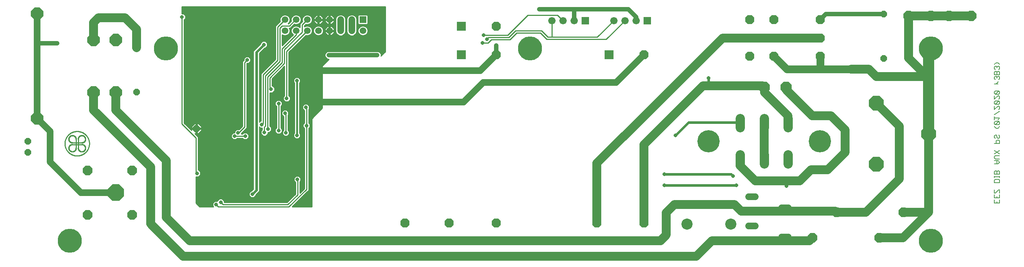
<source format=gbl>
G75*
%MOIN*%
%OFA0B0*%
%FSLAX25Y25*%
%IPPOS*%
%LPD*%
%AMOC8*
5,1,8,0,0,1.08239X$1,22.5*
%
%ADD10C,0.00500*%
%ADD11C,0.01000*%
%ADD12C,0.00100*%
%ADD13OC8,0.08850*%
%ADD14C,0.10000*%
%ADD15C,0.06000*%
%ADD16OC8,0.06000*%
%ADD17OC8,0.10000*%
%ADD18OC8,0.08268*%
%ADD19OC8,0.13386*%
%ADD20OC8,0.11268*%
%ADD21C,0.20000*%
%ADD22OC8,0.08600*%
%ADD23OC8,0.15000*%
%ADD24C,0.08250*%
%ADD25R,0.06600X0.06600*%
%ADD26C,0.06600*%
%ADD27R,0.05906X0.05906*%
%ADD28C,0.05906*%
%ADD29OC8,0.05906*%
%ADD30OC8,0.09055*%
%ADD31OC8,0.06496*%
%ADD32R,0.08268X0.08268*%
%ADD33C,0.21654*%
%ADD34C,0.08000*%
%ADD35C,0.02400*%
%ADD36OC8,0.03175*%
%ADD37C,0.01600*%
%ADD38C,0.04000*%
%ADD39C,0.07000*%
%ADD40C,0.10000*%
%ADD41R,0.03175X0.03175*%
D10*
X0987788Y0113753D02*
X0987788Y0116755D01*
X0987788Y0118357D02*
X0987788Y0121359D01*
X0987788Y0122961D02*
X0987788Y0125963D01*
X0987788Y0122961D02*
X0988539Y0122961D01*
X0991541Y0125963D01*
X0992292Y0125963D01*
X0992292Y0122961D01*
X0992292Y0121359D02*
X0992292Y0118357D01*
X0987788Y0118357D01*
X0990040Y0118357D02*
X0990040Y0119858D01*
X0992292Y0116755D02*
X0992292Y0113753D01*
X0987788Y0113753D01*
X0990040Y0113753D02*
X0990040Y0115254D01*
X0992292Y0132169D02*
X0987788Y0132169D01*
X0987788Y0134420D01*
X0988539Y0135171D01*
X0991541Y0135171D01*
X0992292Y0134420D01*
X0992292Y0132169D01*
X0992292Y0136772D02*
X0992292Y0138274D01*
X0992292Y0137523D02*
X0987788Y0137523D01*
X0987788Y0136772D02*
X0987788Y0138274D01*
X0987788Y0139842D02*
X0987788Y0142094D01*
X0988539Y0142844D01*
X0989289Y0142844D01*
X0990040Y0142094D01*
X0990040Y0139842D01*
X0990040Y0142094D02*
X0990791Y0142844D01*
X0991541Y0142844D01*
X0992292Y0142094D01*
X0992292Y0139842D01*
X0987788Y0139842D01*
X0987788Y0149050D02*
X0990791Y0149050D01*
X0992292Y0150551D01*
X0990791Y0152052D01*
X0987788Y0152052D01*
X0988539Y0153653D02*
X0987788Y0154404D01*
X0987788Y0155905D01*
X0988539Y0156656D01*
X0992292Y0156656D01*
X0992292Y0158257D02*
X0987788Y0161260D01*
X0987788Y0158257D02*
X0992292Y0161260D01*
X0992292Y0167465D02*
X0987788Y0167465D01*
X0989289Y0167465D02*
X0989289Y0169717D01*
X0990040Y0170468D01*
X0991541Y0170468D01*
X0992292Y0169717D01*
X0992292Y0167465D01*
X0991541Y0172069D02*
X0990791Y0172069D01*
X0990040Y0172820D01*
X0990040Y0174321D01*
X0989289Y0175072D01*
X0988539Y0175072D01*
X0987788Y0174321D01*
X0987788Y0172820D01*
X0988539Y0172069D01*
X0991541Y0172069D02*
X0992292Y0172820D01*
X0992292Y0174321D01*
X0991541Y0175072D01*
X0990791Y0181277D02*
X0992292Y0182778D01*
X0991541Y0184346D02*
X0992292Y0185097D01*
X0992292Y0186598D01*
X0991541Y0187349D01*
X0988539Y0184346D01*
X0987788Y0185097D01*
X0987788Y0186598D01*
X0988539Y0187349D01*
X0991541Y0187349D01*
X0990791Y0188950D02*
X0992292Y0190452D01*
X0987788Y0190452D01*
X0987788Y0191953D02*
X0987788Y0188950D01*
X0987788Y0193554D02*
X0992292Y0196557D01*
X0991541Y0198158D02*
X0992292Y0198909D01*
X0992292Y0200410D01*
X0991541Y0201161D01*
X0990791Y0201161D01*
X0987788Y0198158D01*
X0987788Y0201161D01*
X0988539Y0202762D02*
X0991541Y0205765D01*
X0988539Y0205765D01*
X0987788Y0205014D01*
X0987788Y0203513D01*
X0988539Y0202762D01*
X0991541Y0202762D01*
X0992292Y0203513D01*
X0992292Y0205014D01*
X0991541Y0205765D01*
X0991541Y0207366D02*
X0992292Y0208117D01*
X0992292Y0209618D01*
X0991541Y0210369D01*
X0990791Y0210369D01*
X0987788Y0207366D01*
X0987788Y0210369D01*
X0988539Y0211970D02*
X0991541Y0214972D01*
X0988539Y0214972D01*
X0987788Y0214222D01*
X0987788Y0212721D01*
X0988539Y0211970D01*
X0991541Y0211970D01*
X0992292Y0212721D01*
X0992292Y0214222D01*
X0991541Y0214972D01*
X0990791Y0221178D02*
X0987788Y0221178D01*
X0989289Y0221178D02*
X0990791Y0222679D01*
X0990791Y0223430D01*
X0991541Y0225014D02*
X0992292Y0225765D01*
X0992292Y0227266D01*
X0991541Y0228017D01*
X0990791Y0228017D01*
X0990040Y0227266D01*
X0989289Y0228017D01*
X0988539Y0228017D01*
X0987788Y0227266D01*
X0987788Y0225765D01*
X0988539Y0225014D01*
X0990040Y0226516D02*
X0990040Y0227266D01*
X0990040Y0229618D02*
X0990040Y0231870D01*
X0989289Y0232621D01*
X0988539Y0232621D01*
X0987788Y0231870D01*
X0987788Y0229618D01*
X0992292Y0229618D01*
X0992292Y0231870D01*
X0991541Y0232621D01*
X0990791Y0232621D01*
X0990040Y0231870D01*
X0991541Y0234222D02*
X0992292Y0234973D01*
X0992292Y0236474D01*
X0991541Y0237225D01*
X0990791Y0237225D01*
X0990040Y0236474D01*
X0989289Y0237225D01*
X0988539Y0237225D01*
X0987788Y0236474D01*
X0987788Y0234973D01*
X0988539Y0234222D01*
X0990040Y0235723D02*
X0990040Y0236474D01*
X0992292Y0238826D02*
X0990791Y0240327D01*
X0989289Y0240327D01*
X0987788Y0238826D01*
X0988539Y0184346D02*
X0991541Y0184346D01*
X0990791Y0181277D02*
X0989289Y0181277D01*
X0987788Y0182778D01*
X0988539Y0153653D02*
X0992292Y0153653D01*
X0990040Y0152052D02*
X0990040Y0149050D01*
D11*
X0655820Y0278146D02*
X0639070Y0261396D01*
X0585570Y0261396D01*
X0579820Y0267146D01*
X0558570Y0267146D01*
X0552570Y0261146D01*
X0535820Y0261146D01*
X0532820Y0258146D01*
X0527820Y0258146D01*
X0531820Y0261646D02*
X0533320Y0263146D01*
X0551570Y0263146D01*
X0557570Y0269146D01*
X0580820Y0269146D01*
X0586570Y0263396D01*
X0590320Y0263396D01*
X0631070Y0263396D01*
X0645820Y0278146D01*
X0600320Y0278146D02*
X0595320Y0283146D01*
X0568570Y0283146D01*
X0556570Y0271146D01*
X0552695Y0267271D01*
X0550570Y0265146D01*
X0529070Y0265146D01*
X0590320Y0263396D02*
X0590320Y0278146D01*
X0440570Y0277818D02*
X0425022Y0277818D01*
X0425022Y0276820D02*
X0440570Y0276820D01*
X0440570Y0275821D02*
X0425022Y0275821D01*
X0425022Y0275572D02*
X0425022Y0282720D01*
X0424144Y0283598D01*
X0416995Y0283598D01*
X0416117Y0282720D01*
X0416117Y0275572D01*
X0416995Y0274693D01*
X0424144Y0274693D01*
X0425022Y0275572D01*
X0424273Y0274823D02*
X0440570Y0274823D01*
X0440570Y0273824D02*
X0415070Y0273824D01*
X0415070Y0272826D02*
X0417952Y0272826D01*
X0418047Y0272921D02*
X0416795Y0271668D01*
X0416117Y0270031D01*
X0416117Y0268260D01*
X0416795Y0266623D01*
X0418047Y0265371D01*
X0419684Y0264693D01*
X0421455Y0264693D01*
X0423092Y0265371D01*
X0424344Y0266623D01*
X0425022Y0268260D01*
X0425022Y0270031D01*
X0424344Y0271668D01*
X0423092Y0272921D01*
X0421455Y0273598D01*
X0419684Y0273598D01*
X0418047Y0272921D01*
X0416954Y0271827D02*
X0415070Y0271827D01*
X0415070Y0270829D02*
X0416447Y0270829D01*
X0416117Y0269830D02*
X0415070Y0269830D01*
X0415070Y0268832D02*
X0416117Y0268832D01*
X0416294Y0267833D02*
X0414897Y0267833D01*
X0415070Y0268251D02*
X0414384Y0266597D01*
X0413119Y0265331D01*
X0411465Y0264646D01*
X0409674Y0264646D01*
X0408020Y0265331D01*
X0406755Y0266597D01*
X0406070Y0268251D01*
X0406070Y0280041D01*
X0406755Y0281695D01*
X0408020Y0282961D01*
X0409674Y0283646D01*
X0411465Y0283646D01*
X0413119Y0282961D01*
X0414384Y0281695D01*
X0415070Y0280041D01*
X0415070Y0268251D01*
X0414483Y0266835D02*
X0416707Y0266835D01*
X0417582Y0265836D02*
X0413624Y0265836D01*
X0411928Y0264838D02*
X0419335Y0264838D01*
X0421804Y0264838D02*
X0440570Y0264838D01*
X0440570Y0265836D02*
X0423557Y0265836D01*
X0424432Y0266835D02*
X0440570Y0266835D01*
X0440570Y0267833D02*
X0424845Y0267833D01*
X0425022Y0268832D02*
X0440570Y0268832D01*
X0440570Y0269830D02*
X0425022Y0269830D01*
X0424692Y0270829D02*
X0440570Y0270829D01*
X0440570Y0271827D02*
X0424185Y0271827D01*
X0423187Y0272826D02*
X0440570Y0272826D01*
X0440570Y0278817D02*
X0425022Y0278817D01*
X0425022Y0279815D02*
X0440570Y0279815D01*
X0440570Y0280814D02*
X0425022Y0280814D01*
X0425022Y0281812D02*
X0440570Y0281812D01*
X0440570Y0282811D02*
X0424931Y0282811D01*
X0416208Y0282811D02*
X0413268Y0282811D01*
X0414267Y0281812D02*
X0416117Y0281812D01*
X0416117Y0280814D02*
X0414749Y0280814D01*
X0415070Y0279815D02*
X0416117Y0279815D01*
X0416117Y0278817D02*
X0415070Y0278817D01*
X0415070Y0277818D02*
X0416117Y0277818D01*
X0416117Y0276820D02*
X0415070Y0276820D01*
X0415070Y0275821D02*
X0416117Y0275821D01*
X0416866Y0274823D02*
X0415070Y0274823D01*
X0406070Y0274823D02*
X0405070Y0274823D01*
X0405070Y0275821D02*
X0406070Y0275821D01*
X0406070Y0276820D02*
X0405070Y0276820D01*
X0405070Y0277818D02*
X0406070Y0277818D01*
X0406070Y0278817D02*
X0405070Y0278817D01*
X0405070Y0279815D02*
X0406070Y0279815D01*
X0405070Y0280041D02*
X0404384Y0281695D01*
X0403119Y0282961D01*
X0401465Y0283646D01*
X0399674Y0283646D01*
X0398020Y0282961D01*
X0396755Y0281695D01*
X0396070Y0280041D01*
X0396070Y0268251D01*
X0396755Y0266597D01*
X0398020Y0265331D01*
X0399674Y0264646D01*
X0401465Y0264646D01*
X0403119Y0265331D01*
X0404384Y0266597D01*
X0405070Y0268251D01*
X0405070Y0280041D01*
X0404749Y0280814D02*
X0406390Y0280814D01*
X0406872Y0281812D02*
X0404267Y0281812D01*
X0403268Y0282811D02*
X0407871Y0282811D01*
X0397871Y0282811D02*
X0392744Y0282811D01*
X0392798Y0282783D02*
X0392202Y0283087D01*
X0391565Y0283294D01*
X0391054Y0283375D01*
X0391054Y0279630D01*
X0394799Y0279630D01*
X0394718Y0280142D01*
X0394511Y0280778D01*
X0394207Y0281375D01*
X0393813Y0281916D01*
X0393340Y0282389D01*
X0392798Y0282783D01*
X0393889Y0281812D02*
X0396872Y0281812D01*
X0396390Y0280814D02*
X0394493Y0280814D01*
X0394769Y0279815D02*
X0396070Y0279815D01*
X0396070Y0278817D02*
X0391054Y0278817D01*
X0391054Y0278661D02*
X0391054Y0279630D01*
X0390085Y0279630D01*
X0390085Y0278661D01*
X0391054Y0278661D01*
X0391054Y0274917D01*
X0391565Y0274998D01*
X0392202Y0275204D01*
X0392798Y0275508D01*
X0393340Y0275902D01*
X0393813Y0276375D01*
X0394207Y0276917D01*
X0394511Y0277513D01*
X0394718Y0278150D01*
X0394799Y0278661D01*
X0391054Y0278661D01*
X0391054Y0277818D02*
X0390085Y0277818D01*
X0390085Y0278661D02*
X0390085Y0274917D01*
X0389574Y0274998D01*
X0388937Y0275204D01*
X0388341Y0275508D01*
X0387799Y0275902D01*
X0387326Y0276375D01*
X0386932Y0276917D01*
X0386628Y0277513D01*
X0386422Y0278150D01*
X0386340Y0278661D01*
X0390085Y0278661D01*
X0390085Y0278817D02*
X0381054Y0278817D01*
X0381054Y0278661D02*
X0381054Y0279630D01*
X0384799Y0279630D01*
X0384718Y0280142D01*
X0384511Y0280778D01*
X0384207Y0281375D01*
X0383813Y0281916D01*
X0383340Y0282389D01*
X0382798Y0282783D01*
X0382202Y0283087D01*
X0381565Y0283294D01*
X0381054Y0283375D01*
X0381054Y0279630D01*
X0380085Y0279630D01*
X0380085Y0278661D01*
X0381054Y0278661D01*
X0381054Y0274917D01*
X0381565Y0274998D01*
X0382202Y0275204D01*
X0382798Y0275508D01*
X0383340Y0275902D01*
X0383813Y0276375D01*
X0384207Y0276917D01*
X0384511Y0277513D01*
X0384718Y0278150D01*
X0384799Y0278661D01*
X0381054Y0278661D01*
X0381054Y0277818D02*
X0380085Y0277818D01*
X0380085Y0278661D02*
X0380085Y0274917D01*
X0379574Y0274998D01*
X0378937Y0275204D01*
X0378341Y0275508D01*
X0377799Y0275902D01*
X0377326Y0276375D01*
X0376932Y0276917D01*
X0376628Y0277513D01*
X0376422Y0278150D01*
X0376340Y0278661D01*
X0380085Y0278661D01*
X0380085Y0278817D02*
X0375022Y0278817D01*
X0375022Y0278260D02*
X0375022Y0280031D01*
X0374344Y0281668D01*
X0373092Y0282921D01*
X0371455Y0283598D01*
X0369684Y0283598D01*
X0368047Y0282921D01*
X0366795Y0281668D01*
X0366117Y0280031D01*
X0366117Y0278260D01*
X0366333Y0277738D01*
X0364991Y0276396D01*
X0363820Y0275224D01*
X0363820Y0272193D01*
X0363092Y0272921D01*
X0361455Y0273598D01*
X0359684Y0273598D01*
X0358047Y0272921D01*
X0356795Y0271668D01*
X0356117Y0270031D01*
X0356117Y0268260D01*
X0356795Y0266623D01*
X0357882Y0265536D01*
X0348070Y0255724D01*
X0348070Y0265362D01*
X0349684Y0264693D01*
X0351455Y0264693D01*
X0353092Y0265371D01*
X0354344Y0266623D01*
X0355022Y0268260D01*
X0355022Y0270031D01*
X0354354Y0271646D01*
X0355398Y0271646D01*
X0356570Y0272817D01*
X0358808Y0275056D01*
X0359684Y0274693D01*
X0361455Y0274693D01*
X0363092Y0275371D01*
X0364344Y0276623D01*
X0365022Y0278260D01*
X0365022Y0280031D01*
X0364344Y0281668D01*
X0363092Y0282921D01*
X0361455Y0283598D01*
X0359684Y0283598D01*
X0358047Y0282921D01*
X0356795Y0281668D01*
X0356117Y0280031D01*
X0356117Y0278260D01*
X0356187Y0278091D01*
X0353741Y0275646D01*
X0353367Y0275646D01*
X0354344Y0276623D01*
X0355022Y0278260D01*
X0355022Y0280031D01*
X0354344Y0281668D01*
X0353092Y0282921D01*
X0351455Y0283598D01*
X0349684Y0283598D01*
X0348047Y0282921D01*
X0346795Y0281668D01*
X0346117Y0280031D01*
X0346117Y0278260D01*
X0346333Y0277738D01*
X0342070Y0273474D01*
X0342070Y0243474D01*
X0329991Y0231396D01*
X0328820Y0230224D01*
X0328820Y0187733D01*
X0328291Y0187733D01*
X0327520Y0186962D01*
X0327520Y0248777D01*
X0332301Y0253558D01*
X0332848Y0253558D01*
X0334657Y0255367D01*
X0334657Y0257924D01*
X0332848Y0259733D01*
X0330291Y0259733D01*
X0328482Y0257924D01*
X0328482Y0257377D01*
X0322531Y0251425D01*
X0322120Y0250433D01*
X0322120Y0249359D01*
X0322120Y0126514D01*
X0320589Y0124983D01*
X0320041Y0124983D01*
X0318232Y0123174D01*
X0318232Y0120617D01*
X0320041Y0118808D01*
X0322598Y0118808D01*
X0324407Y0120617D01*
X0324407Y0121165D01*
X0327108Y0123866D01*
X0327520Y0124859D01*
X0327520Y0182329D01*
X0328291Y0181558D01*
X0330070Y0181558D01*
X0330070Y0179762D01*
X0328982Y0178674D01*
X0328982Y0176117D01*
X0330791Y0174308D01*
X0333348Y0174308D01*
X0335157Y0176117D01*
X0335157Y0177558D01*
X0336598Y0177558D01*
X0338407Y0179367D01*
X0338407Y0181924D01*
X0336820Y0183512D01*
X0336820Y0213308D01*
X0339348Y0213308D01*
X0341157Y0215117D01*
X0341157Y0217674D01*
X0339348Y0219483D01*
X0338820Y0219483D01*
X0338820Y0225817D01*
X0350070Y0237067D01*
X0350070Y0210512D01*
X0348982Y0209424D01*
X0348982Y0206867D01*
X0350791Y0205058D01*
X0353348Y0205058D01*
X0355157Y0206867D01*
X0355157Y0209424D01*
X0354070Y0210512D01*
X0354070Y0249817D01*
X0369162Y0264909D01*
X0369684Y0264693D01*
X0371455Y0264693D01*
X0373092Y0265371D01*
X0374344Y0266623D01*
X0375022Y0268260D01*
X0375022Y0270031D01*
X0374344Y0271668D01*
X0373092Y0272921D01*
X0371455Y0273598D01*
X0369684Y0273598D01*
X0368047Y0272921D01*
X0367820Y0272693D01*
X0367820Y0273567D01*
X0369162Y0274909D01*
X0369684Y0274693D01*
X0371455Y0274693D01*
X0373092Y0275371D01*
X0374344Y0276623D01*
X0375022Y0278260D01*
X0374839Y0277818D02*
X0376529Y0277818D01*
X0377003Y0276820D02*
X0374426Y0276820D01*
X0373542Y0275821D02*
X0377910Y0275821D01*
X0380085Y0275821D02*
X0381054Y0275821D01*
X0381054Y0276820D02*
X0380085Y0276820D01*
X0380085Y0279630D02*
X0376340Y0279630D01*
X0376422Y0280142D01*
X0376628Y0280778D01*
X0376932Y0281375D01*
X0377326Y0281916D01*
X0377799Y0282389D01*
X0378341Y0282783D01*
X0378937Y0283087D01*
X0379574Y0283294D01*
X0380085Y0283375D01*
X0380085Y0279630D01*
X0380085Y0279815D02*
X0381054Y0279815D01*
X0381054Y0280814D02*
X0380085Y0280814D01*
X0380085Y0281812D02*
X0381054Y0281812D01*
X0381054Y0282811D02*
X0380085Y0282811D01*
X0378395Y0282811D02*
X0373202Y0282811D01*
X0374200Y0281812D02*
X0377250Y0281812D01*
X0376646Y0280814D02*
X0374698Y0280814D01*
X0375022Y0279815D02*
X0376370Y0279815D01*
X0370570Y0279146D02*
X0365820Y0274396D01*
X0365820Y0267896D01*
X0350070Y0252146D01*
X0350070Y0239896D01*
X0336820Y0226646D01*
X0336820Y0217646D01*
X0338070Y0216396D01*
X0339954Y0213913D02*
X0350070Y0213913D01*
X0350070Y0212915D02*
X0336820Y0212915D01*
X0336820Y0211916D02*
X0350070Y0211916D01*
X0350070Y0210918D02*
X0336820Y0210918D01*
X0336820Y0209919D02*
X0349477Y0209919D01*
X0348982Y0208921D02*
X0336820Y0208921D01*
X0336820Y0207922D02*
X0348982Y0207922D01*
X0348982Y0206924D02*
X0336820Y0206924D01*
X0336820Y0205925D02*
X0342983Y0205925D01*
X0343541Y0206483D02*
X0341732Y0204674D01*
X0341732Y0202117D01*
X0342820Y0201029D01*
X0342820Y0181512D01*
X0341732Y0180424D01*
X0341732Y0177867D01*
X0343541Y0176058D01*
X0346098Y0176058D01*
X0347907Y0177867D01*
X0347907Y0180424D01*
X0346820Y0181512D01*
X0346820Y0201029D01*
X0347907Y0202117D01*
X0347907Y0204674D01*
X0346098Y0206483D01*
X0343541Y0206483D01*
X0341984Y0204927D02*
X0336820Y0204927D01*
X0336820Y0203928D02*
X0341732Y0203928D01*
X0341732Y0202930D02*
X0336820Y0202930D01*
X0336820Y0201931D02*
X0341918Y0201931D01*
X0342820Y0200933D02*
X0336820Y0200933D01*
X0336820Y0199934D02*
X0342820Y0199934D01*
X0342820Y0198936D02*
X0336820Y0198936D01*
X0336820Y0197937D02*
X0342820Y0197937D01*
X0342820Y0196939D02*
X0336820Y0196939D01*
X0336820Y0195940D02*
X0342820Y0195940D01*
X0342820Y0194942D02*
X0336820Y0194942D01*
X0336820Y0193943D02*
X0342820Y0193943D01*
X0342820Y0192945D02*
X0336820Y0192945D01*
X0336820Y0191946D02*
X0342820Y0191946D01*
X0342820Y0190948D02*
X0336820Y0190948D01*
X0336820Y0189949D02*
X0342820Y0189949D01*
X0342820Y0188951D02*
X0336820Y0188951D01*
X0336820Y0187952D02*
X0342820Y0187952D01*
X0342820Y0186954D02*
X0336820Y0186954D01*
X0336820Y0185955D02*
X0342820Y0185955D01*
X0342820Y0184957D02*
X0336820Y0184957D01*
X0336820Y0183958D02*
X0342820Y0183958D01*
X0342820Y0182960D02*
X0337372Y0182960D01*
X0338370Y0181961D02*
X0342820Y0181961D01*
X0342270Y0180963D02*
X0338407Y0180963D01*
X0338407Y0179964D02*
X0341732Y0179964D01*
X0341732Y0178966D02*
X0338006Y0178966D01*
X0337007Y0177967D02*
X0341732Y0177967D01*
X0342630Y0176969D02*
X0335157Y0176969D01*
X0335010Y0175970D02*
X0348232Y0175970D01*
X0348232Y0175867D02*
X0350041Y0174058D01*
X0352598Y0174058D01*
X0354407Y0175867D01*
X0354407Y0178424D01*
X0353320Y0179512D01*
X0353320Y0193279D01*
X0353657Y0193617D01*
X0353657Y0196174D01*
X0351848Y0197983D01*
X0349291Y0197983D01*
X0347482Y0196174D01*
X0347482Y0193617D01*
X0349291Y0191808D01*
X0349320Y0191808D01*
X0349320Y0179512D01*
X0348232Y0178424D01*
X0348232Y0175867D01*
X0348232Y0176969D02*
X0347009Y0176969D01*
X0347907Y0177967D02*
X0348232Y0177967D01*
X0347907Y0178966D02*
X0348773Y0178966D01*
X0349320Y0179964D02*
X0347907Y0179964D01*
X0347369Y0180963D02*
X0349320Y0180963D01*
X0349320Y0181961D02*
X0346820Y0181961D01*
X0346820Y0182960D02*
X0349320Y0182960D01*
X0349320Y0183958D02*
X0346820Y0183958D01*
X0346820Y0184957D02*
X0349320Y0184957D01*
X0349320Y0185955D02*
X0346820Y0185955D01*
X0346820Y0186954D02*
X0349320Y0186954D01*
X0349320Y0187952D02*
X0346820Y0187952D01*
X0346820Y0188951D02*
X0349320Y0188951D01*
X0349320Y0189949D02*
X0346820Y0189949D01*
X0346820Y0190948D02*
X0349320Y0190948D01*
X0349153Y0191946D02*
X0346820Y0191946D01*
X0346820Y0192945D02*
X0348154Y0192945D01*
X0347482Y0193943D02*
X0346820Y0193943D01*
X0346820Y0194942D02*
X0347482Y0194942D01*
X0347482Y0195940D02*
X0346820Y0195940D01*
X0346820Y0196939D02*
X0348246Y0196939D01*
X0349245Y0197937D02*
X0346820Y0197937D01*
X0346820Y0198936D02*
X0359020Y0198936D01*
X0359020Y0199934D02*
X0346820Y0199934D01*
X0346820Y0200933D02*
X0359020Y0200933D01*
X0359020Y0201931D02*
X0347721Y0201931D01*
X0347907Y0202930D02*
X0359020Y0202930D01*
X0359020Y0203928D02*
X0347907Y0203928D01*
X0347655Y0204927D02*
X0359020Y0204927D01*
X0359020Y0205925D02*
X0354215Y0205925D01*
X0355157Y0206924D02*
X0359020Y0206924D01*
X0359020Y0207922D02*
X0355157Y0207922D01*
X0355157Y0208921D02*
X0359020Y0208921D01*
X0359020Y0209919D02*
X0354662Y0209919D01*
X0354070Y0210918D02*
X0359020Y0210918D01*
X0359020Y0211916D02*
X0354070Y0211916D01*
X0354070Y0212915D02*
X0359020Y0212915D01*
X0359020Y0213913D02*
X0354070Y0213913D01*
X0354070Y0214912D02*
X0359020Y0214912D01*
X0359020Y0215910D02*
X0354070Y0215910D01*
X0354070Y0216909D02*
X0359020Y0216909D01*
X0359020Y0217907D02*
X0354070Y0217907D01*
X0354070Y0218906D02*
X0359020Y0218906D01*
X0359020Y0219905D02*
X0354070Y0219905D01*
X0354070Y0220903D02*
X0359020Y0220903D01*
X0359020Y0221902D02*
X0354070Y0221902D01*
X0354070Y0222900D02*
X0358232Y0222900D01*
X0358232Y0222867D02*
X0359020Y0222079D01*
X0359020Y0176962D01*
X0358232Y0176174D01*
X0358232Y0173617D01*
X0360041Y0171808D01*
X0362598Y0171808D01*
X0364407Y0173617D01*
X0364407Y0176174D01*
X0363620Y0176962D01*
X0363620Y0222079D01*
X0364407Y0222867D01*
X0364407Y0225424D01*
X0362598Y0227233D01*
X0360041Y0227233D01*
X0358232Y0225424D01*
X0358232Y0222867D01*
X0358232Y0223899D02*
X0354070Y0223899D01*
X0354070Y0224897D02*
X0358232Y0224897D01*
X0358703Y0225896D02*
X0354070Y0225896D01*
X0354070Y0226894D02*
X0359702Y0226894D01*
X0362937Y0226894D02*
X0384070Y0226894D01*
X0384070Y0225896D02*
X0363936Y0225896D01*
X0364407Y0224897D02*
X0384070Y0224897D01*
X0384070Y0223899D02*
X0364407Y0223899D01*
X0364407Y0222900D02*
X0384070Y0222900D01*
X0384070Y0221902D02*
X0363620Y0221902D01*
X0363620Y0220903D02*
X0384070Y0220903D01*
X0384070Y0219905D02*
X0363620Y0219905D01*
X0363620Y0218906D02*
X0384070Y0218906D01*
X0384070Y0217907D02*
X0363620Y0217907D01*
X0363620Y0216909D02*
X0384070Y0216909D01*
X0384070Y0215910D02*
X0363620Y0215910D01*
X0363620Y0214912D02*
X0384070Y0214912D01*
X0384070Y0213913D02*
X0363620Y0213913D01*
X0363620Y0212915D02*
X0384070Y0212915D01*
X0384070Y0211916D02*
X0363620Y0211916D01*
X0363620Y0210918D02*
X0384070Y0210918D01*
X0384070Y0209919D02*
X0363620Y0209919D01*
X0363620Y0208921D02*
X0384070Y0208921D01*
X0384070Y0207922D02*
X0363620Y0207922D01*
X0363620Y0206924D02*
X0384070Y0206924D01*
X0384070Y0205925D02*
X0363620Y0205925D01*
X0363620Y0204927D02*
X0384070Y0204927D01*
X0384070Y0203928D02*
X0363620Y0203928D01*
X0363620Y0202930D02*
X0367737Y0202930D01*
X0368041Y0203233D02*
X0366232Y0201424D01*
X0366232Y0198867D01*
X0367820Y0197279D01*
X0367820Y0186012D01*
X0366732Y0184924D01*
X0366732Y0182367D01*
X0367820Y0181279D01*
X0367820Y0126974D01*
X0363820Y0122974D01*
X0363820Y0133029D01*
X0364657Y0133867D01*
X0364657Y0136424D01*
X0362848Y0138233D01*
X0360291Y0138233D01*
X0358482Y0136424D01*
X0358482Y0133867D01*
X0359820Y0132529D01*
X0359820Y0121974D01*
X0352241Y0114396D01*
X0295907Y0114396D01*
X0295907Y0115924D01*
X0294098Y0117733D01*
X0291541Y0117733D01*
X0289732Y0115924D01*
X0289732Y0115483D01*
X0287291Y0115483D01*
X0285482Y0113674D01*
X0285482Y0111117D01*
X0286253Y0110346D01*
X0274120Y0110346D01*
X0270570Y0113896D01*
X0270570Y0137558D01*
X0272848Y0137558D01*
X0274657Y0139367D01*
X0274657Y0141924D01*
X0272848Y0143733D01*
X0272570Y0143733D01*
X0272570Y0173474D01*
X0269696Y0176348D01*
X0270570Y0176348D01*
X0270570Y0180396D01*
X0271570Y0180396D01*
X0271570Y0181396D01*
X0275618Y0181396D01*
X0275618Y0182780D01*
X0272953Y0185444D01*
X0271570Y0185444D01*
X0271570Y0181396D01*
X0270570Y0181396D01*
X0270570Y0185444D01*
X0269186Y0185444D01*
X0266522Y0182780D01*
X0266522Y0181396D01*
X0270569Y0181396D01*
X0270569Y0180396D01*
X0266522Y0180396D01*
X0266522Y0179522D01*
X0260070Y0185974D01*
X0260070Y0279029D01*
X0261157Y0280117D01*
X0261157Y0282674D01*
X0259348Y0284483D01*
X0258070Y0284483D01*
X0258070Y0290669D01*
X0440570Y0290669D01*
X0440570Y0250146D01*
X0436781Y0246358D01*
X0436820Y0246449D01*
X0436820Y0247842D01*
X0436287Y0249128D01*
X0435302Y0250113D01*
X0434016Y0250646D01*
X0389123Y0250646D01*
X0387837Y0250113D01*
X0386852Y0249128D01*
X0386320Y0247842D01*
X0386320Y0246449D01*
X0386852Y0245163D01*
X0387837Y0244179D01*
X0389123Y0243646D01*
X0390070Y0243646D01*
X0384070Y0237646D01*
X0384070Y0199396D01*
X0374570Y0189896D01*
X0374570Y0110346D01*
X0356848Y0110346D01*
X0370648Y0124146D01*
X0371820Y0125317D01*
X0371820Y0181279D01*
X0372907Y0182367D01*
X0372907Y0184924D01*
X0371820Y0186012D01*
X0371820Y0198279D01*
X0372407Y0198867D01*
X0372407Y0201424D01*
X0370598Y0203233D01*
X0368041Y0203233D01*
X0366739Y0201931D02*
X0363620Y0201931D01*
X0363620Y0200933D02*
X0366232Y0200933D01*
X0366232Y0199934D02*
X0363620Y0199934D01*
X0363620Y0198936D02*
X0366232Y0198936D01*
X0367162Y0197937D02*
X0363620Y0197937D01*
X0363620Y0196939D02*
X0367820Y0196939D01*
X0367820Y0195940D02*
X0363620Y0195940D01*
X0363620Y0194942D02*
X0367820Y0194942D01*
X0367820Y0193943D02*
X0363620Y0193943D01*
X0363620Y0192945D02*
X0367820Y0192945D01*
X0367820Y0191946D02*
X0363620Y0191946D01*
X0363620Y0190948D02*
X0367820Y0190948D01*
X0367820Y0189949D02*
X0363620Y0189949D01*
X0363620Y0188951D02*
X0367820Y0188951D01*
X0367820Y0187952D02*
X0363620Y0187952D01*
X0363620Y0186954D02*
X0367820Y0186954D01*
X0367763Y0185955D02*
X0363620Y0185955D01*
X0363620Y0184957D02*
X0366764Y0184957D01*
X0366732Y0183958D02*
X0363620Y0183958D01*
X0363620Y0182960D02*
X0366732Y0182960D01*
X0367138Y0181961D02*
X0363620Y0181961D01*
X0363620Y0180963D02*
X0367820Y0180963D01*
X0367820Y0179964D02*
X0363620Y0179964D01*
X0363620Y0178966D02*
X0367820Y0178966D01*
X0367820Y0177967D02*
X0363620Y0177967D01*
X0363620Y0176969D02*
X0367820Y0176969D01*
X0367820Y0175970D02*
X0364407Y0175970D01*
X0364407Y0174971D02*
X0367820Y0174971D01*
X0367820Y0173973D02*
X0364407Y0173973D01*
X0363765Y0172974D02*
X0367820Y0172974D01*
X0367820Y0171976D02*
X0362766Y0171976D01*
X0359873Y0171976D02*
X0327520Y0171976D01*
X0327520Y0172974D02*
X0358875Y0172974D01*
X0358232Y0173973D02*
X0327520Y0173973D01*
X0327520Y0174971D02*
X0330127Y0174971D01*
X0329129Y0175970D02*
X0327520Y0175970D01*
X0327520Y0176969D02*
X0328982Y0176969D01*
X0328982Y0177967D02*
X0327520Y0177967D01*
X0327520Y0178966D02*
X0329273Y0178966D01*
X0330070Y0179964D02*
X0327520Y0179964D01*
X0327520Y0180963D02*
X0330070Y0180963D01*
X0327888Y0181961D02*
X0327520Y0181961D01*
X0329570Y0184646D02*
X0329820Y0184646D01*
X0330820Y0185646D01*
X0330820Y0229396D01*
X0344070Y0242646D01*
X0344070Y0272646D01*
X0350570Y0279146D01*
X0354698Y0280814D02*
X0356441Y0280814D01*
X0356117Y0279815D02*
X0355022Y0279815D01*
X0355022Y0278817D02*
X0356117Y0278817D01*
X0355914Y0277818D02*
X0354839Y0277818D01*
X0354915Y0276820D02*
X0354426Y0276820D01*
X0353917Y0275821D02*
X0353542Y0275821D01*
X0354570Y0273646D02*
X0348070Y0273646D01*
X0346070Y0271646D01*
X0346070Y0241646D01*
X0332820Y0228396D01*
X0332820Y0183146D01*
X0332070Y0182396D01*
X0332070Y0177396D01*
X0334012Y0174971D02*
X0349127Y0174971D01*
X0351320Y0177146D02*
X0351320Y0194146D01*
X0350570Y0194896D01*
X0353657Y0194942D02*
X0359020Y0194942D01*
X0359020Y0195940D02*
X0353657Y0195940D01*
X0352893Y0196939D02*
X0359020Y0196939D01*
X0359020Y0197937D02*
X0351894Y0197937D01*
X0344820Y0203396D02*
X0344820Y0179146D01*
X0353320Y0179964D02*
X0359020Y0179964D01*
X0359020Y0178966D02*
X0353866Y0178966D01*
X0354407Y0177967D02*
X0359020Y0177967D01*
X0359020Y0176969D02*
X0354407Y0176969D01*
X0354407Y0175970D02*
X0358232Y0175970D01*
X0358232Y0174971D02*
X0353512Y0174971D01*
X0353320Y0180963D02*
X0359020Y0180963D01*
X0359020Y0181961D02*
X0353320Y0181961D01*
X0353320Y0182960D02*
X0359020Y0182960D01*
X0359020Y0183958D02*
X0353320Y0183958D01*
X0353320Y0184957D02*
X0359020Y0184957D01*
X0359020Y0185955D02*
X0353320Y0185955D01*
X0353320Y0186954D02*
X0359020Y0186954D01*
X0359020Y0187952D02*
X0353320Y0187952D01*
X0353320Y0188951D02*
X0359020Y0188951D01*
X0359020Y0189949D02*
X0353320Y0189949D01*
X0353320Y0190948D02*
X0359020Y0190948D01*
X0359020Y0191946D02*
X0353320Y0191946D01*
X0353320Y0192945D02*
X0359020Y0192945D01*
X0359020Y0193943D02*
X0353657Y0193943D01*
X0369320Y0200146D02*
X0369820Y0199646D01*
X0369820Y0183646D01*
X0369820Y0126146D01*
X0354070Y0110396D01*
X0290570Y0110396D01*
X0288570Y0112396D01*
X0285482Y0112065D02*
X0272400Y0112065D01*
X0273398Y0111067D02*
X0285532Y0111067D01*
X0285482Y0113064D02*
X0271401Y0113064D01*
X0270570Y0114062D02*
X0285870Y0114062D01*
X0286868Y0115061D02*
X0270570Y0115061D01*
X0270570Y0116059D02*
X0289867Y0116059D01*
X0290865Y0117058D02*
X0270570Y0117058D01*
X0270570Y0118056D02*
X0355902Y0118056D01*
X0354903Y0117058D02*
X0294774Y0117058D01*
X0295772Y0116059D02*
X0353905Y0116059D01*
X0352906Y0115061D02*
X0295907Y0115061D01*
X0295070Y0112396D02*
X0292820Y0114646D01*
X0295070Y0112396D02*
X0353070Y0112396D01*
X0361820Y0121146D01*
X0361820Y0134896D01*
X0361570Y0135146D01*
X0363824Y0133034D02*
X0367820Y0133034D01*
X0367820Y0132036D02*
X0363820Y0132036D01*
X0363820Y0131037D02*
X0367820Y0131037D01*
X0367820Y0130038D02*
X0363820Y0130038D01*
X0363820Y0129040D02*
X0367820Y0129040D01*
X0367820Y0128041D02*
X0363820Y0128041D01*
X0363820Y0127043D02*
X0367820Y0127043D01*
X0366890Y0126044D02*
X0363820Y0126044D01*
X0363820Y0125046D02*
X0365891Y0125046D01*
X0364893Y0124047D02*
X0363820Y0124047D01*
X0363820Y0123049D02*
X0363894Y0123049D01*
X0366556Y0120053D02*
X0374570Y0120053D01*
X0374570Y0119055D02*
X0365557Y0119055D01*
X0364559Y0118056D02*
X0374570Y0118056D01*
X0374570Y0117058D02*
X0363560Y0117058D01*
X0362562Y0116059D02*
X0374570Y0116059D01*
X0374570Y0115061D02*
X0361563Y0115061D01*
X0360565Y0114062D02*
X0374570Y0114062D01*
X0374570Y0113064D02*
X0359566Y0113064D01*
X0358568Y0112065D02*
X0374570Y0112065D01*
X0374570Y0111067D02*
X0357569Y0111067D01*
X0356900Y0119055D02*
X0322845Y0119055D01*
X0323843Y0120053D02*
X0357899Y0120053D01*
X0358897Y0121052D02*
X0324407Y0121052D01*
X0325293Y0122050D02*
X0359820Y0122050D01*
X0359820Y0123049D02*
X0326291Y0123049D01*
X0327184Y0124047D02*
X0359820Y0124047D01*
X0359820Y0125046D02*
X0327520Y0125046D01*
X0327520Y0126044D02*
X0359820Y0126044D01*
X0359820Y0127043D02*
X0327520Y0127043D01*
X0327520Y0128041D02*
X0359820Y0128041D01*
X0359820Y0129040D02*
X0327520Y0129040D01*
X0327520Y0130038D02*
X0359820Y0130038D01*
X0359820Y0131037D02*
X0327520Y0131037D01*
X0327520Y0132036D02*
X0359820Y0132036D01*
X0359315Y0133034D02*
X0327520Y0133034D01*
X0327520Y0134033D02*
X0358482Y0134033D01*
X0358482Y0135031D02*
X0327520Y0135031D01*
X0327520Y0136030D02*
X0358482Y0136030D01*
X0359086Y0137028D02*
X0327520Y0137028D01*
X0327520Y0138027D02*
X0360084Y0138027D01*
X0363055Y0138027D02*
X0367820Y0138027D01*
X0367820Y0139025D02*
X0327520Y0139025D01*
X0327520Y0140024D02*
X0367820Y0140024D01*
X0367820Y0141022D02*
X0327520Y0141022D01*
X0327520Y0142021D02*
X0367820Y0142021D01*
X0367820Y0143019D02*
X0327520Y0143019D01*
X0327520Y0144018D02*
X0367820Y0144018D01*
X0367820Y0145016D02*
X0327520Y0145016D01*
X0327520Y0146015D02*
X0367820Y0146015D01*
X0367820Y0147013D02*
X0327520Y0147013D01*
X0327520Y0148012D02*
X0367820Y0148012D01*
X0367820Y0149010D02*
X0327520Y0149010D01*
X0327520Y0150009D02*
X0367820Y0150009D01*
X0367820Y0151007D02*
X0327520Y0151007D01*
X0327520Y0152006D02*
X0367820Y0152006D01*
X0367820Y0153004D02*
X0327520Y0153004D01*
X0327520Y0154003D02*
X0367820Y0154003D01*
X0367820Y0155001D02*
X0327520Y0155001D01*
X0327520Y0156000D02*
X0367820Y0156000D01*
X0367820Y0156998D02*
X0327520Y0156998D01*
X0327520Y0157997D02*
X0367820Y0157997D01*
X0367820Y0158995D02*
X0327520Y0158995D01*
X0327520Y0159994D02*
X0367820Y0159994D01*
X0367820Y0160992D02*
X0327520Y0160992D01*
X0327520Y0161991D02*
X0367820Y0161991D01*
X0367820Y0162989D02*
X0327520Y0162989D01*
X0327520Y0163988D02*
X0367820Y0163988D01*
X0367820Y0164986D02*
X0327520Y0164986D01*
X0327520Y0165985D02*
X0367820Y0165985D01*
X0367820Y0166983D02*
X0327520Y0166983D01*
X0327520Y0167982D02*
X0367820Y0167982D01*
X0367820Y0168980D02*
X0327520Y0168980D01*
X0327520Y0169979D02*
X0367820Y0169979D01*
X0367820Y0170977D02*
X0327520Y0170977D01*
X0322120Y0170977D02*
X0272570Y0170977D01*
X0272570Y0169979D02*
X0322120Y0169979D01*
X0322120Y0168980D02*
X0272570Y0168980D01*
X0272570Y0167982D02*
X0322120Y0167982D01*
X0322120Y0166983D02*
X0272570Y0166983D01*
X0272570Y0165985D02*
X0322120Y0165985D01*
X0322120Y0164986D02*
X0272570Y0164986D01*
X0272570Y0163988D02*
X0322120Y0163988D01*
X0322120Y0162989D02*
X0272570Y0162989D01*
X0272570Y0161991D02*
X0322120Y0161991D01*
X0322120Y0160992D02*
X0272570Y0160992D01*
X0272570Y0159994D02*
X0322120Y0159994D01*
X0322120Y0158995D02*
X0272570Y0158995D01*
X0272570Y0157997D02*
X0322120Y0157997D01*
X0322120Y0156998D02*
X0272570Y0156998D01*
X0272570Y0156000D02*
X0322120Y0156000D01*
X0322120Y0155001D02*
X0272570Y0155001D01*
X0272570Y0154003D02*
X0322120Y0154003D01*
X0322120Y0153004D02*
X0272570Y0153004D01*
X0272570Y0152006D02*
X0322120Y0152006D01*
X0322120Y0151007D02*
X0272570Y0151007D01*
X0272570Y0150009D02*
X0322120Y0150009D01*
X0322120Y0149010D02*
X0272570Y0149010D01*
X0272570Y0148012D02*
X0322120Y0148012D01*
X0322120Y0147013D02*
X0272570Y0147013D01*
X0272570Y0146015D02*
X0322120Y0146015D01*
X0322120Y0145016D02*
X0272570Y0145016D01*
X0272570Y0144018D02*
X0322120Y0144018D01*
X0322120Y0143019D02*
X0273562Y0143019D01*
X0274561Y0142021D02*
X0322120Y0142021D01*
X0322120Y0141022D02*
X0274657Y0141022D01*
X0274657Y0140024D02*
X0322120Y0140024D01*
X0322120Y0139025D02*
X0274315Y0139025D01*
X0273317Y0138027D02*
X0322120Y0138027D01*
X0322120Y0137028D02*
X0270570Y0137028D01*
X0270570Y0136030D02*
X0322120Y0136030D01*
X0322120Y0135031D02*
X0270570Y0135031D01*
X0270570Y0134033D02*
X0322120Y0134033D01*
X0322120Y0133034D02*
X0270570Y0133034D01*
X0270570Y0132036D02*
X0322120Y0132036D01*
X0322120Y0131037D02*
X0270570Y0131037D01*
X0270570Y0130038D02*
X0322120Y0130038D01*
X0322120Y0129040D02*
X0270570Y0129040D01*
X0270570Y0128041D02*
X0322120Y0128041D01*
X0322120Y0127043D02*
X0270570Y0127043D01*
X0270570Y0126044D02*
X0321650Y0126044D01*
X0320651Y0125046D02*
X0270570Y0125046D01*
X0270570Y0124047D02*
X0319105Y0124047D01*
X0318232Y0123049D02*
X0270570Y0123049D01*
X0270570Y0122050D02*
X0318232Y0122050D01*
X0318232Y0121052D02*
X0270570Y0121052D01*
X0270570Y0120053D02*
X0318796Y0120053D01*
X0319794Y0119055D02*
X0270570Y0119055D01*
X0271570Y0140646D02*
X0270570Y0141646D01*
X0270570Y0172646D01*
X0258070Y0185146D01*
X0258070Y0281396D01*
X0260022Y0283809D02*
X0440570Y0283809D01*
X0440570Y0284808D02*
X0258070Y0284808D01*
X0258070Y0285806D02*
X0440570Y0285806D01*
X0440570Y0286805D02*
X0258070Y0286805D01*
X0258070Y0287803D02*
X0440570Y0287803D01*
X0440570Y0288802D02*
X0258070Y0288802D01*
X0258070Y0289800D02*
X0440570Y0289800D01*
X0406070Y0273824D02*
X0405070Y0273824D01*
X0405070Y0272826D02*
X0406070Y0272826D01*
X0406070Y0271827D02*
X0405070Y0271827D01*
X0405070Y0270829D02*
X0406070Y0270829D01*
X0406070Y0269830D02*
X0405070Y0269830D01*
X0405070Y0268832D02*
X0406070Y0268832D01*
X0406242Y0267833D02*
X0404897Y0267833D01*
X0404483Y0266835D02*
X0406656Y0266835D01*
X0407515Y0265836D02*
X0403624Y0265836D01*
X0401928Y0264838D02*
X0409211Y0264838D01*
X0399211Y0264838D02*
X0381804Y0264838D01*
X0381455Y0264693D02*
X0383092Y0265371D01*
X0384344Y0266623D01*
X0385022Y0268260D01*
X0385022Y0270031D01*
X0384344Y0271668D01*
X0383092Y0272921D01*
X0381455Y0273598D01*
X0379684Y0273598D01*
X0378047Y0272921D01*
X0376795Y0271668D01*
X0376117Y0270031D01*
X0376117Y0268260D01*
X0376795Y0266623D01*
X0378047Y0265371D01*
X0379684Y0264693D01*
X0381455Y0264693D01*
X0379335Y0264838D02*
X0371804Y0264838D01*
X0373557Y0265836D02*
X0377582Y0265836D01*
X0376707Y0266835D02*
X0374432Y0266835D01*
X0374845Y0267833D02*
X0376294Y0267833D01*
X0376117Y0268832D02*
X0375022Y0268832D01*
X0375022Y0269830D02*
X0376117Y0269830D01*
X0376447Y0270829D02*
X0374692Y0270829D01*
X0374185Y0271827D02*
X0376954Y0271827D01*
X0377952Y0272826D02*
X0373187Y0272826D01*
X0371768Y0274823D02*
X0396070Y0274823D01*
X0396070Y0275821D02*
X0393229Y0275821D01*
X0394136Y0276820D02*
X0396070Y0276820D01*
X0396070Y0277818D02*
X0394610Y0277818D01*
X0391054Y0276820D02*
X0390085Y0276820D01*
X0390085Y0275821D02*
X0391054Y0275821D01*
X0391054Y0273375D02*
X0391565Y0273294D01*
X0392202Y0273087D01*
X0392798Y0272783D01*
X0393340Y0272389D01*
X0393813Y0271916D01*
X0394207Y0271375D01*
X0394511Y0270778D01*
X0394718Y0270142D01*
X0394799Y0269630D01*
X0391054Y0269630D01*
X0391054Y0268661D01*
X0391054Y0264917D01*
X0391565Y0264998D01*
X0392202Y0265204D01*
X0392798Y0265508D01*
X0393340Y0265902D01*
X0393813Y0266375D01*
X0394207Y0266917D01*
X0394511Y0267513D01*
X0394718Y0268150D01*
X0394799Y0268661D01*
X0391054Y0268661D01*
X0390085Y0268661D01*
X0390085Y0264917D01*
X0389574Y0264998D01*
X0388937Y0265204D01*
X0388341Y0265508D01*
X0387799Y0265902D01*
X0387326Y0266375D01*
X0386932Y0266917D01*
X0386628Y0267513D01*
X0386422Y0268150D01*
X0386340Y0268661D01*
X0390085Y0268661D01*
X0390085Y0269630D01*
X0386340Y0269630D01*
X0386422Y0270142D01*
X0386628Y0270778D01*
X0386932Y0271375D01*
X0387326Y0271916D01*
X0387799Y0272389D01*
X0388341Y0272783D01*
X0388937Y0273087D01*
X0389574Y0273294D01*
X0390085Y0273375D01*
X0390085Y0269630D01*
X0391054Y0269630D01*
X0391054Y0273375D01*
X0391054Y0272826D02*
X0390085Y0272826D01*
X0390085Y0271827D02*
X0391054Y0271827D01*
X0391054Y0270829D02*
X0390085Y0270829D01*
X0390085Y0269830D02*
X0391054Y0269830D01*
X0391054Y0268832D02*
X0396070Y0268832D01*
X0396070Y0269830D02*
X0394767Y0269830D01*
X0394485Y0270829D02*
X0396070Y0270829D01*
X0396070Y0271827D02*
X0393878Y0271827D01*
X0392715Y0272826D02*
X0396070Y0272826D01*
X0396070Y0273824D02*
X0368076Y0273824D01*
X0367952Y0272826D02*
X0367820Y0272826D01*
X0369075Y0274823D02*
X0369371Y0274823D01*
X0366300Y0277818D02*
X0364839Y0277818D01*
X0365022Y0278817D02*
X0366117Y0278817D01*
X0366117Y0279815D02*
X0365022Y0279815D01*
X0364698Y0280814D02*
X0366441Y0280814D01*
X0366939Y0281812D02*
X0364200Y0281812D01*
X0363202Y0282811D02*
X0367937Y0282811D01*
X0360570Y0279146D02*
X0360070Y0279146D01*
X0354570Y0273646D01*
X0355579Y0271827D02*
X0356954Y0271827D01*
X0356578Y0272826D02*
X0357952Y0272826D01*
X0357576Y0273824D02*
X0363820Y0273824D01*
X0363820Y0272826D02*
X0363187Y0272826D01*
X0363820Y0274823D02*
X0361768Y0274823D01*
X0363542Y0275821D02*
X0364417Y0275821D01*
X0364426Y0276820D02*
X0365415Y0276820D01*
X0359371Y0274823D02*
X0358575Y0274823D01*
X0356447Y0270829D02*
X0354692Y0270829D01*
X0355022Y0269830D02*
X0356117Y0269830D01*
X0356117Y0268832D02*
X0355022Y0268832D01*
X0354845Y0267833D02*
X0356294Y0267833D01*
X0356707Y0266835D02*
X0354432Y0266835D01*
X0353557Y0265836D02*
X0357582Y0265836D01*
X0357183Y0264838D02*
X0351804Y0264838D01*
X0349335Y0264838D02*
X0348070Y0264838D01*
X0348070Y0263839D02*
X0356184Y0263839D01*
X0355186Y0262840D02*
X0348070Y0262840D01*
X0348070Y0261842D02*
X0354187Y0261842D01*
X0353189Y0260843D02*
X0348070Y0260843D01*
X0348070Y0259845D02*
X0352190Y0259845D01*
X0351192Y0258846D02*
X0348070Y0258846D01*
X0348070Y0257848D02*
X0350193Y0257848D01*
X0349195Y0256849D02*
X0348070Y0256849D01*
X0348070Y0255851D02*
X0348196Y0255851D01*
X0348070Y0252896D02*
X0348070Y0240646D01*
X0334820Y0227396D01*
X0334820Y0181146D01*
X0335320Y0180646D01*
X0322120Y0180963D02*
X0315715Y0180963D01*
X0315148Y0180396D02*
X0316320Y0181567D01*
X0316320Y0239808D01*
X0317848Y0239808D01*
X0319657Y0241617D01*
X0319657Y0244174D01*
X0317848Y0245983D01*
X0315291Y0245983D01*
X0313482Y0244174D01*
X0313482Y0242637D01*
X0312320Y0241474D01*
X0312320Y0183224D01*
X0309329Y0180233D01*
X0307041Y0180233D01*
X0305232Y0178424D01*
X0305232Y0177233D01*
X0304041Y0177233D01*
X0302232Y0175424D01*
X0302232Y0172867D01*
X0304041Y0171058D01*
X0306598Y0171058D01*
X0307686Y0172146D01*
X0312453Y0172146D01*
X0313541Y0171058D01*
X0316098Y0171058D01*
X0317907Y0172867D01*
X0317907Y0175424D01*
X0316098Y0177233D01*
X0313541Y0177233D01*
X0312453Y0176146D01*
X0311407Y0176146D01*
X0311407Y0176655D01*
X0315148Y0180396D01*
X0314716Y0179964D02*
X0322120Y0179964D01*
X0322120Y0178966D02*
X0313718Y0178966D01*
X0312719Y0177967D02*
X0322120Y0177967D01*
X0322120Y0176969D02*
X0316363Y0176969D01*
X0317361Y0175970D02*
X0322120Y0175970D01*
X0322120Y0174971D02*
X0317907Y0174971D01*
X0317907Y0173973D02*
X0322120Y0173973D01*
X0322120Y0172974D02*
X0317907Y0172974D01*
X0317016Y0171976D02*
X0322120Y0171976D01*
X0314820Y0174146D02*
X0305320Y0174146D01*
X0307516Y0171976D02*
X0312623Y0171976D01*
X0313276Y0176969D02*
X0311721Y0176969D01*
X0309070Y0177146D02*
X0314320Y0182396D01*
X0314320Y0240646D01*
X0316570Y0242896D01*
X0319657Y0242870D02*
X0322120Y0242870D01*
X0322120Y0241872D02*
X0319657Y0241872D01*
X0318913Y0240873D02*
X0322120Y0240873D01*
X0322120Y0239875D02*
X0317915Y0239875D01*
X0316320Y0238876D02*
X0322120Y0238876D01*
X0322120Y0237878D02*
X0316320Y0237878D01*
X0316320Y0236879D02*
X0322120Y0236879D01*
X0322120Y0235881D02*
X0316320Y0235881D01*
X0316320Y0234882D02*
X0322120Y0234882D01*
X0322120Y0233884D02*
X0316320Y0233884D01*
X0316320Y0232885D02*
X0322120Y0232885D01*
X0322120Y0231887D02*
X0316320Y0231887D01*
X0316320Y0230888D02*
X0322120Y0230888D01*
X0322120Y0229890D02*
X0316320Y0229890D01*
X0316320Y0228891D02*
X0322120Y0228891D01*
X0322120Y0227893D02*
X0316320Y0227893D01*
X0316320Y0226894D02*
X0322120Y0226894D01*
X0322120Y0225896D02*
X0316320Y0225896D01*
X0316320Y0224897D02*
X0322120Y0224897D01*
X0322120Y0223899D02*
X0316320Y0223899D01*
X0316320Y0222900D02*
X0322120Y0222900D01*
X0322120Y0221902D02*
X0316320Y0221902D01*
X0316320Y0220903D02*
X0322120Y0220903D01*
X0322120Y0219905D02*
X0316320Y0219905D01*
X0316320Y0218906D02*
X0322120Y0218906D01*
X0322120Y0217907D02*
X0316320Y0217907D01*
X0316320Y0216909D02*
X0322120Y0216909D01*
X0322120Y0215910D02*
X0316320Y0215910D01*
X0316320Y0214912D02*
X0322120Y0214912D01*
X0322120Y0213913D02*
X0316320Y0213913D01*
X0316320Y0212915D02*
X0322120Y0212915D01*
X0322120Y0211916D02*
X0316320Y0211916D01*
X0316320Y0210918D02*
X0322120Y0210918D01*
X0322120Y0209919D02*
X0316320Y0209919D01*
X0316320Y0208921D02*
X0322120Y0208921D01*
X0322120Y0207922D02*
X0316320Y0207922D01*
X0316320Y0206924D02*
X0322120Y0206924D01*
X0322120Y0205925D02*
X0316320Y0205925D01*
X0316320Y0204927D02*
X0322120Y0204927D01*
X0322120Y0203928D02*
X0316320Y0203928D01*
X0316320Y0202930D02*
X0322120Y0202930D01*
X0322120Y0201931D02*
X0316320Y0201931D01*
X0316320Y0200933D02*
X0322120Y0200933D01*
X0322120Y0199934D02*
X0316320Y0199934D01*
X0316320Y0198936D02*
X0322120Y0198936D01*
X0322120Y0197937D02*
X0316320Y0197937D01*
X0316320Y0196939D02*
X0322120Y0196939D01*
X0322120Y0195940D02*
X0316320Y0195940D01*
X0316320Y0194942D02*
X0322120Y0194942D01*
X0322120Y0193943D02*
X0316320Y0193943D01*
X0316320Y0192945D02*
X0322120Y0192945D01*
X0322120Y0191946D02*
X0316320Y0191946D01*
X0316320Y0190948D02*
X0322120Y0190948D01*
X0322120Y0189949D02*
X0316320Y0189949D01*
X0316320Y0188951D02*
X0322120Y0188951D01*
X0322120Y0187952D02*
X0316320Y0187952D01*
X0316320Y0186954D02*
X0322120Y0186954D01*
X0322120Y0185955D02*
X0316320Y0185955D01*
X0316320Y0184957D02*
X0322120Y0184957D01*
X0322120Y0183958D02*
X0316320Y0183958D01*
X0316320Y0182960D02*
X0322120Y0182960D01*
X0322120Y0181961D02*
X0316320Y0181961D01*
X0312055Y0182960D02*
X0275438Y0182960D01*
X0275618Y0181961D02*
X0311057Y0181961D01*
X0310058Y0180963D02*
X0271570Y0180963D01*
X0271570Y0180396D02*
X0275618Y0180396D01*
X0275618Y0179012D01*
X0272953Y0176348D01*
X0271570Y0176348D01*
X0271570Y0180396D01*
X0271570Y0179964D02*
X0270570Y0179964D01*
X0270570Y0178966D02*
X0271570Y0178966D01*
X0271570Y0177967D02*
X0270570Y0177967D01*
X0270570Y0176969D02*
X0271570Y0176969D01*
X0270074Y0175970D02*
X0302778Y0175970D01*
X0302232Y0174971D02*
X0271072Y0174971D01*
X0272071Y0173973D02*
X0302232Y0173973D01*
X0302232Y0172974D02*
X0272570Y0172974D01*
X0272570Y0171976D02*
X0303123Y0171976D01*
X0303776Y0176969D02*
X0273574Y0176969D01*
X0274573Y0177967D02*
X0305232Y0177967D01*
X0305773Y0178966D02*
X0275571Y0178966D01*
X0275618Y0179964D02*
X0306772Y0179964D01*
X0308320Y0177146D02*
X0309070Y0177146D01*
X0312320Y0183958D02*
X0274439Y0183958D01*
X0273440Y0184957D02*
X0312320Y0184957D01*
X0312320Y0185955D02*
X0260089Y0185955D01*
X0260070Y0186954D02*
X0312320Y0186954D01*
X0312320Y0187952D02*
X0260070Y0187952D01*
X0260070Y0188951D02*
X0312320Y0188951D01*
X0312320Y0189949D02*
X0260070Y0189949D01*
X0260070Y0190948D02*
X0312320Y0190948D01*
X0312320Y0191946D02*
X0260070Y0191946D01*
X0260070Y0192945D02*
X0312320Y0192945D01*
X0312320Y0193943D02*
X0260070Y0193943D01*
X0260070Y0194942D02*
X0312320Y0194942D01*
X0312320Y0195940D02*
X0260070Y0195940D01*
X0260070Y0196939D02*
X0312320Y0196939D01*
X0312320Y0197937D02*
X0260070Y0197937D01*
X0260070Y0198936D02*
X0312320Y0198936D01*
X0312320Y0199934D02*
X0260070Y0199934D01*
X0260070Y0200933D02*
X0312320Y0200933D01*
X0312320Y0201931D02*
X0260070Y0201931D01*
X0260070Y0202930D02*
X0312320Y0202930D01*
X0312320Y0203928D02*
X0260070Y0203928D01*
X0260070Y0204927D02*
X0312320Y0204927D01*
X0312320Y0205925D02*
X0260070Y0205925D01*
X0260070Y0206924D02*
X0312320Y0206924D01*
X0312320Y0207922D02*
X0260070Y0207922D01*
X0260070Y0208921D02*
X0312320Y0208921D01*
X0312320Y0209919D02*
X0260070Y0209919D01*
X0260070Y0210918D02*
X0312320Y0210918D01*
X0312320Y0211916D02*
X0260070Y0211916D01*
X0260070Y0212915D02*
X0312320Y0212915D01*
X0312320Y0213913D02*
X0260070Y0213913D01*
X0260070Y0214912D02*
X0312320Y0214912D01*
X0312320Y0215910D02*
X0260070Y0215910D01*
X0260070Y0216909D02*
X0312320Y0216909D01*
X0312320Y0217907D02*
X0260070Y0217907D01*
X0260070Y0218906D02*
X0312320Y0218906D01*
X0312320Y0219905D02*
X0260070Y0219905D01*
X0260070Y0220903D02*
X0312320Y0220903D01*
X0312320Y0221902D02*
X0260070Y0221902D01*
X0260070Y0222900D02*
X0312320Y0222900D01*
X0312320Y0223899D02*
X0260070Y0223899D01*
X0260070Y0224897D02*
X0312320Y0224897D01*
X0312320Y0225896D02*
X0260070Y0225896D01*
X0260070Y0226894D02*
X0312320Y0226894D01*
X0312320Y0227893D02*
X0260070Y0227893D01*
X0260070Y0228891D02*
X0312320Y0228891D01*
X0312320Y0229890D02*
X0260070Y0229890D01*
X0260070Y0230888D02*
X0312320Y0230888D01*
X0312320Y0231887D02*
X0260070Y0231887D01*
X0260070Y0232885D02*
X0312320Y0232885D01*
X0312320Y0233884D02*
X0260070Y0233884D01*
X0260070Y0234882D02*
X0312320Y0234882D01*
X0312320Y0235881D02*
X0260070Y0235881D01*
X0260070Y0236879D02*
X0312320Y0236879D01*
X0312320Y0237878D02*
X0260070Y0237878D01*
X0260070Y0238876D02*
X0312320Y0238876D01*
X0312320Y0239875D02*
X0260070Y0239875D01*
X0260070Y0240873D02*
X0312320Y0240873D01*
X0312717Y0241872D02*
X0260070Y0241872D01*
X0260070Y0242870D02*
X0313482Y0242870D01*
X0313482Y0243869D02*
X0260070Y0243869D01*
X0260070Y0244867D02*
X0314175Y0244867D01*
X0315173Y0245866D02*
X0260070Y0245866D01*
X0260070Y0246864D02*
X0322120Y0246864D01*
X0322120Y0245866D02*
X0317966Y0245866D01*
X0318964Y0244867D02*
X0322120Y0244867D01*
X0322120Y0243869D02*
X0319657Y0243869D01*
X0322120Y0247863D02*
X0260070Y0247863D01*
X0260070Y0248861D02*
X0322120Y0248861D01*
X0322120Y0249860D02*
X0260070Y0249860D01*
X0260070Y0250858D02*
X0322296Y0250858D01*
X0322962Y0251857D02*
X0260070Y0251857D01*
X0260070Y0252855D02*
X0323961Y0252855D01*
X0324959Y0253854D02*
X0260070Y0253854D01*
X0260070Y0254852D02*
X0325958Y0254852D01*
X0326956Y0255851D02*
X0260070Y0255851D01*
X0260070Y0256849D02*
X0327955Y0256849D01*
X0328482Y0257848D02*
X0260070Y0257848D01*
X0260070Y0258846D02*
X0329404Y0258846D01*
X0333735Y0258846D02*
X0342070Y0258846D01*
X0342070Y0257848D02*
X0334657Y0257848D01*
X0334657Y0256849D02*
X0342070Y0256849D01*
X0342070Y0255851D02*
X0334657Y0255851D01*
X0334143Y0254852D02*
X0342070Y0254852D01*
X0342070Y0253854D02*
X0333144Y0253854D01*
X0331598Y0252855D02*
X0342070Y0252855D01*
X0342070Y0251857D02*
X0330599Y0251857D01*
X0329601Y0250858D02*
X0342070Y0250858D01*
X0342070Y0249860D02*
X0328602Y0249860D01*
X0327604Y0248861D02*
X0342070Y0248861D01*
X0342070Y0247863D02*
X0327520Y0247863D01*
X0327520Y0246864D02*
X0342070Y0246864D01*
X0342070Y0245866D02*
X0327520Y0245866D01*
X0327520Y0244867D02*
X0342070Y0244867D01*
X0342070Y0243869D02*
X0327520Y0243869D01*
X0327520Y0242870D02*
X0341466Y0242870D01*
X0340467Y0241872D02*
X0327520Y0241872D01*
X0327520Y0240873D02*
X0339469Y0240873D01*
X0338470Y0239875D02*
X0327520Y0239875D01*
X0327520Y0238876D02*
X0337472Y0238876D01*
X0336473Y0237878D02*
X0327520Y0237878D01*
X0327520Y0236879D02*
X0335475Y0236879D01*
X0334476Y0235881D02*
X0327520Y0235881D01*
X0327520Y0234882D02*
X0333478Y0234882D01*
X0332479Y0233884D02*
X0327520Y0233884D01*
X0327520Y0232885D02*
X0331481Y0232885D01*
X0330482Y0231887D02*
X0327520Y0231887D01*
X0327520Y0230888D02*
X0329484Y0230888D01*
X0329991Y0231396D02*
X0329991Y0231396D01*
X0328820Y0229890D02*
X0327520Y0229890D01*
X0327520Y0228891D02*
X0328820Y0228891D01*
X0328820Y0227893D02*
X0327520Y0227893D01*
X0327520Y0226894D02*
X0328820Y0226894D01*
X0328820Y0225896D02*
X0327520Y0225896D01*
X0327520Y0224897D02*
X0328820Y0224897D01*
X0328820Y0223899D02*
X0327520Y0223899D01*
X0327520Y0222900D02*
X0328820Y0222900D01*
X0328820Y0221902D02*
X0327520Y0221902D01*
X0327520Y0220903D02*
X0328820Y0220903D01*
X0328820Y0219905D02*
X0327520Y0219905D01*
X0327520Y0218906D02*
X0328820Y0218906D01*
X0328820Y0217907D02*
X0327520Y0217907D01*
X0327520Y0216909D02*
X0328820Y0216909D01*
X0328820Y0215910D02*
X0327520Y0215910D01*
X0327520Y0214912D02*
X0328820Y0214912D01*
X0328820Y0213913D02*
X0327520Y0213913D01*
X0327520Y0212915D02*
X0328820Y0212915D01*
X0328820Y0211916D02*
X0327520Y0211916D01*
X0327520Y0210918D02*
X0328820Y0210918D01*
X0328820Y0209919D02*
X0327520Y0209919D01*
X0327520Y0208921D02*
X0328820Y0208921D01*
X0328820Y0207922D02*
X0327520Y0207922D01*
X0327520Y0206924D02*
X0328820Y0206924D01*
X0328820Y0205925D02*
X0327520Y0205925D01*
X0327520Y0204927D02*
X0328820Y0204927D01*
X0328820Y0203928D02*
X0327520Y0203928D01*
X0327520Y0202930D02*
X0328820Y0202930D01*
X0328820Y0201931D02*
X0327520Y0201931D01*
X0327520Y0200933D02*
X0328820Y0200933D01*
X0328820Y0199934D02*
X0327520Y0199934D01*
X0327520Y0198936D02*
X0328820Y0198936D01*
X0328820Y0197937D02*
X0327520Y0197937D01*
X0327520Y0196939D02*
X0328820Y0196939D01*
X0328820Y0195940D02*
X0327520Y0195940D01*
X0327520Y0194942D02*
X0328820Y0194942D01*
X0328820Y0193943D02*
X0327520Y0193943D01*
X0327520Y0192945D02*
X0328820Y0192945D01*
X0328820Y0191946D02*
X0327520Y0191946D01*
X0327520Y0190948D02*
X0328820Y0190948D01*
X0328820Y0189949D02*
X0327520Y0189949D01*
X0327520Y0188951D02*
X0328820Y0188951D01*
X0328820Y0187952D02*
X0327520Y0187952D01*
X0371820Y0187952D02*
X0374570Y0187952D01*
X0374570Y0186954D02*
X0371820Y0186954D01*
X0371876Y0185955D02*
X0374570Y0185955D01*
X0374570Y0184957D02*
X0372875Y0184957D01*
X0372907Y0183958D02*
X0374570Y0183958D01*
X0374570Y0182960D02*
X0372907Y0182960D01*
X0372501Y0181961D02*
X0374570Y0181961D01*
X0374570Y0180963D02*
X0371820Y0180963D01*
X0371820Y0179964D02*
X0374570Y0179964D01*
X0374570Y0178966D02*
X0371820Y0178966D01*
X0371820Y0177967D02*
X0374570Y0177967D01*
X0374570Y0176969D02*
X0371820Y0176969D01*
X0371820Y0175970D02*
X0374570Y0175970D01*
X0374570Y0174971D02*
X0371820Y0174971D01*
X0371820Y0173973D02*
X0374570Y0173973D01*
X0374570Y0172974D02*
X0371820Y0172974D01*
X0371820Y0171976D02*
X0374570Y0171976D01*
X0374570Y0170977D02*
X0371820Y0170977D01*
X0371820Y0169979D02*
X0374570Y0169979D01*
X0374570Y0168980D02*
X0371820Y0168980D01*
X0371820Y0167982D02*
X0374570Y0167982D01*
X0374570Y0166983D02*
X0371820Y0166983D01*
X0371820Y0165985D02*
X0374570Y0165985D01*
X0374570Y0164986D02*
X0371820Y0164986D01*
X0371820Y0163988D02*
X0374570Y0163988D01*
X0374570Y0162989D02*
X0371820Y0162989D01*
X0371820Y0161991D02*
X0374570Y0161991D01*
X0374570Y0160992D02*
X0371820Y0160992D01*
X0371820Y0159994D02*
X0374570Y0159994D01*
X0374570Y0158995D02*
X0371820Y0158995D01*
X0371820Y0157997D02*
X0374570Y0157997D01*
X0374570Y0156998D02*
X0371820Y0156998D01*
X0371820Y0156000D02*
X0374570Y0156000D01*
X0374570Y0155001D02*
X0371820Y0155001D01*
X0371820Y0154003D02*
X0374570Y0154003D01*
X0374570Y0153004D02*
X0371820Y0153004D01*
X0371820Y0152006D02*
X0374570Y0152006D01*
X0374570Y0151007D02*
X0371820Y0151007D01*
X0371820Y0150009D02*
X0374570Y0150009D01*
X0374570Y0149010D02*
X0371820Y0149010D01*
X0371820Y0148012D02*
X0374570Y0148012D01*
X0374570Y0147013D02*
X0371820Y0147013D01*
X0371820Y0146015D02*
X0374570Y0146015D01*
X0374570Y0145016D02*
X0371820Y0145016D01*
X0371820Y0144018D02*
X0374570Y0144018D01*
X0374570Y0143019D02*
X0371820Y0143019D01*
X0371820Y0142021D02*
X0374570Y0142021D01*
X0374570Y0141022D02*
X0371820Y0141022D01*
X0371820Y0140024D02*
X0374570Y0140024D01*
X0374570Y0139025D02*
X0371820Y0139025D01*
X0371820Y0138027D02*
X0374570Y0138027D01*
X0374570Y0137028D02*
X0371820Y0137028D01*
X0371820Y0136030D02*
X0374570Y0136030D01*
X0374570Y0135031D02*
X0371820Y0135031D01*
X0371820Y0134033D02*
X0374570Y0134033D01*
X0374570Y0133034D02*
X0371820Y0133034D01*
X0371820Y0132036D02*
X0374570Y0132036D01*
X0374570Y0131037D02*
X0371820Y0131037D01*
X0371820Y0130038D02*
X0374570Y0130038D01*
X0374570Y0129040D02*
X0371820Y0129040D01*
X0371820Y0128041D02*
X0374570Y0128041D01*
X0374570Y0127043D02*
X0371820Y0127043D01*
X0371820Y0126044D02*
X0374570Y0126044D01*
X0374570Y0125046D02*
X0371548Y0125046D01*
X0370550Y0124047D02*
X0374570Y0124047D01*
X0374570Y0123049D02*
X0369551Y0123049D01*
X0368553Y0122050D02*
X0374570Y0122050D01*
X0374570Y0121052D02*
X0367554Y0121052D01*
X0367820Y0134033D02*
X0364657Y0134033D01*
X0364657Y0135031D02*
X0367820Y0135031D01*
X0367820Y0136030D02*
X0364657Y0136030D01*
X0364053Y0137028D02*
X0367820Y0137028D01*
X0270569Y0180963D02*
X0265081Y0180963D01*
X0264083Y0181961D02*
X0266522Y0181961D01*
X0266702Y0182960D02*
X0263084Y0182960D01*
X0262086Y0183958D02*
X0267700Y0183958D01*
X0268699Y0184957D02*
X0261087Y0184957D01*
X0270570Y0184957D02*
X0271570Y0184957D01*
X0271570Y0183958D02*
X0270570Y0183958D01*
X0270570Y0182960D02*
X0271570Y0182960D01*
X0271570Y0181961D02*
X0270570Y0181961D01*
X0266522Y0179964D02*
X0266080Y0179964D01*
X0346656Y0205925D02*
X0349924Y0205925D01*
X0352070Y0208146D02*
X0352070Y0250646D01*
X0370570Y0269146D01*
X0369335Y0264838D02*
X0369090Y0264838D01*
X0368091Y0263839D02*
X0440570Y0263839D01*
X0440570Y0262840D02*
X0367093Y0262840D01*
X0366094Y0261842D02*
X0440570Y0261842D01*
X0440570Y0260843D02*
X0365096Y0260843D01*
X0364097Y0259845D02*
X0440570Y0259845D01*
X0440570Y0258846D02*
X0363099Y0258846D01*
X0362100Y0257848D02*
X0440570Y0257848D01*
X0440570Y0256849D02*
X0361102Y0256849D01*
X0360103Y0255851D02*
X0440570Y0255851D01*
X0440570Y0254852D02*
X0359105Y0254852D01*
X0358106Y0253854D02*
X0440570Y0253854D01*
X0440570Y0252855D02*
X0357108Y0252855D01*
X0356109Y0251857D02*
X0440570Y0251857D01*
X0440570Y0250858D02*
X0355111Y0250858D01*
X0354112Y0249860D02*
X0387584Y0249860D01*
X0386742Y0248861D02*
X0354070Y0248861D01*
X0354070Y0247863D02*
X0386328Y0247863D01*
X0386320Y0246864D02*
X0354070Y0246864D01*
X0354070Y0245866D02*
X0386561Y0245866D01*
X0387148Y0244867D02*
X0354070Y0244867D01*
X0354070Y0243869D02*
X0388585Y0243869D01*
X0389294Y0242870D02*
X0354070Y0242870D01*
X0354070Y0241872D02*
X0388296Y0241872D01*
X0387297Y0240873D02*
X0354070Y0240873D01*
X0354070Y0239875D02*
X0386299Y0239875D01*
X0385300Y0238876D02*
X0354070Y0238876D01*
X0354070Y0237878D02*
X0384302Y0237878D01*
X0384070Y0236879D02*
X0354070Y0236879D01*
X0354070Y0235881D02*
X0384070Y0235881D01*
X0384070Y0234882D02*
X0354070Y0234882D01*
X0354070Y0233884D02*
X0384070Y0233884D01*
X0384070Y0232885D02*
X0354070Y0232885D01*
X0354070Y0231887D02*
X0384070Y0231887D01*
X0384070Y0230888D02*
X0354070Y0230888D01*
X0354070Y0229890D02*
X0384070Y0229890D01*
X0384070Y0228891D02*
X0354070Y0228891D01*
X0354070Y0227893D02*
X0384070Y0227893D01*
X0350070Y0227893D02*
X0340895Y0227893D01*
X0341893Y0228891D02*
X0350070Y0228891D01*
X0350070Y0229890D02*
X0342892Y0229890D01*
X0343890Y0230888D02*
X0350070Y0230888D01*
X0350070Y0231887D02*
X0344889Y0231887D01*
X0345887Y0232885D02*
X0350070Y0232885D01*
X0350070Y0233884D02*
X0346886Y0233884D01*
X0347884Y0234882D02*
X0350070Y0234882D01*
X0350070Y0235881D02*
X0348883Y0235881D01*
X0349881Y0236879D02*
X0350070Y0236879D01*
X0350070Y0226894D02*
X0339896Y0226894D01*
X0338898Y0225896D02*
X0350070Y0225896D01*
X0350070Y0224897D02*
X0338820Y0224897D01*
X0338820Y0223899D02*
X0350070Y0223899D01*
X0350070Y0222900D02*
X0338820Y0222900D01*
X0338820Y0221902D02*
X0350070Y0221902D01*
X0350070Y0220903D02*
X0338820Y0220903D01*
X0338820Y0219905D02*
X0350070Y0219905D01*
X0350070Y0218906D02*
X0339925Y0218906D01*
X0340924Y0217907D02*
X0350070Y0217907D01*
X0350070Y0216909D02*
X0341157Y0216909D01*
X0341157Y0215910D02*
X0350070Y0215910D01*
X0350070Y0214912D02*
X0340952Y0214912D01*
X0370902Y0202930D02*
X0384070Y0202930D01*
X0384070Y0201931D02*
X0371900Y0201931D01*
X0372407Y0200933D02*
X0384070Y0200933D01*
X0384070Y0199934D02*
X0372407Y0199934D01*
X0372407Y0198936D02*
X0383610Y0198936D01*
X0382611Y0197937D02*
X0371820Y0197937D01*
X0371820Y0196939D02*
X0381613Y0196939D01*
X0380614Y0195940D02*
X0371820Y0195940D01*
X0371820Y0194942D02*
X0379616Y0194942D01*
X0378617Y0193943D02*
X0371820Y0193943D01*
X0371820Y0192945D02*
X0377619Y0192945D01*
X0376620Y0191946D02*
X0371820Y0191946D01*
X0371820Y0190948D02*
X0375622Y0190948D01*
X0374623Y0189949D02*
X0371820Y0189949D01*
X0371820Y0188951D02*
X0374570Y0188951D01*
X0436820Y0246864D02*
X0437288Y0246864D01*
X0436811Y0247863D02*
X0438287Y0247863D01*
X0439285Y0248861D02*
X0436397Y0248861D01*
X0435555Y0249860D02*
X0440284Y0249860D01*
X0397515Y0265836D02*
X0393249Y0265836D01*
X0394147Y0266835D02*
X0396656Y0266835D01*
X0396242Y0267833D02*
X0394615Y0267833D01*
X0391054Y0267833D02*
X0390085Y0267833D01*
X0390085Y0266835D02*
X0391054Y0266835D01*
X0391054Y0265836D02*
X0390085Y0265836D01*
X0387890Y0265836D02*
X0383557Y0265836D01*
X0384432Y0266835D02*
X0386992Y0266835D01*
X0386524Y0267833D02*
X0384845Y0267833D01*
X0385022Y0268832D02*
X0390085Y0268832D01*
X0386372Y0269830D02*
X0385022Y0269830D01*
X0384692Y0270829D02*
X0386654Y0270829D01*
X0387261Y0271827D02*
X0384185Y0271827D01*
X0383187Y0272826D02*
X0388424Y0272826D01*
X0387910Y0275821D02*
X0383229Y0275821D01*
X0384136Y0276820D02*
X0387003Y0276820D01*
X0386529Y0277818D02*
X0384610Y0277818D01*
X0384769Y0279815D02*
X0386370Y0279815D01*
X0386340Y0279630D02*
X0390085Y0279630D01*
X0390085Y0283375D01*
X0389574Y0283294D01*
X0388937Y0283087D01*
X0388341Y0282783D01*
X0387799Y0282389D01*
X0387326Y0281916D01*
X0386932Y0281375D01*
X0386628Y0280778D01*
X0386422Y0280142D01*
X0386340Y0279630D01*
X0386646Y0280814D02*
X0384493Y0280814D01*
X0383889Y0281812D02*
X0387250Y0281812D01*
X0388395Y0282811D02*
X0382744Y0282811D01*
X0390085Y0282811D02*
X0391054Y0282811D01*
X0391054Y0281812D02*
X0390085Y0281812D01*
X0390085Y0280814D02*
X0391054Y0280814D01*
X0391054Y0279815D02*
X0390085Y0279815D01*
X0360570Y0269146D02*
X0360570Y0265396D01*
X0348070Y0252896D01*
X0342070Y0259845D02*
X0260070Y0259845D01*
X0260070Y0260843D02*
X0342070Y0260843D01*
X0342070Y0261842D02*
X0260070Y0261842D01*
X0260070Y0262840D02*
X0342070Y0262840D01*
X0342070Y0263839D02*
X0260070Y0263839D01*
X0260070Y0264838D02*
X0342070Y0264838D01*
X0342070Y0265836D02*
X0260070Y0265836D01*
X0260070Y0266835D02*
X0342070Y0266835D01*
X0342070Y0267833D02*
X0260070Y0267833D01*
X0260070Y0268832D02*
X0342070Y0268832D01*
X0342070Y0269830D02*
X0260070Y0269830D01*
X0260070Y0270829D02*
X0342070Y0270829D01*
X0342070Y0271827D02*
X0260070Y0271827D01*
X0260070Y0272826D02*
X0342070Y0272826D01*
X0342420Y0273824D02*
X0260070Y0273824D01*
X0260070Y0274823D02*
X0343418Y0274823D01*
X0344417Y0275821D02*
X0260070Y0275821D01*
X0260070Y0276820D02*
X0345415Y0276820D01*
X0346300Y0277818D02*
X0260070Y0277818D01*
X0260070Y0278817D02*
X0346117Y0278817D01*
X0346117Y0279815D02*
X0260855Y0279815D01*
X0261157Y0280814D02*
X0346441Y0280814D01*
X0346939Y0281812D02*
X0261157Y0281812D01*
X0261021Y0282811D02*
X0347937Y0282811D01*
X0353202Y0282811D02*
X0357937Y0282811D01*
X0356939Y0281812D02*
X0354200Y0281812D01*
X0164831Y0171372D02*
X0164831Y0163498D01*
X0162863Y0163498D02*
X0162863Y0171372D01*
X0152847Y0167435D02*
X0152850Y0167705D01*
X0152860Y0167975D01*
X0152877Y0168244D01*
X0152900Y0168513D01*
X0152930Y0168782D01*
X0152966Y0169049D01*
X0153009Y0169316D01*
X0153058Y0169581D01*
X0153114Y0169845D01*
X0153177Y0170108D01*
X0153245Y0170369D01*
X0153321Y0170628D01*
X0153402Y0170885D01*
X0153490Y0171141D01*
X0153584Y0171394D01*
X0153684Y0171645D01*
X0153791Y0171893D01*
X0153903Y0172138D01*
X0154022Y0172381D01*
X0154146Y0172620D01*
X0154276Y0172857D01*
X0154412Y0173090D01*
X0154554Y0173320D01*
X0154701Y0173546D01*
X0154854Y0173769D01*
X0155012Y0173988D01*
X0155175Y0174203D01*
X0155344Y0174413D01*
X0155518Y0174620D01*
X0155697Y0174822D01*
X0155880Y0175020D01*
X0156069Y0175213D01*
X0156262Y0175402D01*
X0156460Y0175585D01*
X0156662Y0175764D01*
X0156869Y0175938D01*
X0157079Y0176107D01*
X0157294Y0176270D01*
X0157513Y0176428D01*
X0157736Y0176581D01*
X0157962Y0176728D01*
X0158192Y0176870D01*
X0158425Y0177006D01*
X0158662Y0177136D01*
X0158901Y0177260D01*
X0159144Y0177379D01*
X0159389Y0177491D01*
X0159637Y0177598D01*
X0159888Y0177698D01*
X0160141Y0177792D01*
X0160397Y0177880D01*
X0160654Y0177961D01*
X0160913Y0178037D01*
X0161174Y0178105D01*
X0161437Y0178168D01*
X0161701Y0178224D01*
X0161966Y0178273D01*
X0162233Y0178316D01*
X0162500Y0178352D01*
X0162769Y0178382D01*
X0163038Y0178405D01*
X0163307Y0178422D01*
X0163577Y0178432D01*
X0163847Y0178435D01*
X0164117Y0178432D01*
X0164387Y0178422D01*
X0164656Y0178405D01*
X0164925Y0178382D01*
X0165194Y0178352D01*
X0165461Y0178316D01*
X0165728Y0178273D01*
X0165993Y0178224D01*
X0166257Y0178168D01*
X0166520Y0178105D01*
X0166781Y0178037D01*
X0167040Y0177961D01*
X0167297Y0177880D01*
X0167553Y0177792D01*
X0167806Y0177698D01*
X0168057Y0177598D01*
X0168305Y0177491D01*
X0168550Y0177379D01*
X0168793Y0177260D01*
X0169032Y0177136D01*
X0169269Y0177006D01*
X0169502Y0176870D01*
X0169732Y0176728D01*
X0169958Y0176581D01*
X0170181Y0176428D01*
X0170400Y0176270D01*
X0170615Y0176107D01*
X0170825Y0175938D01*
X0171032Y0175764D01*
X0171234Y0175585D01*
X0171432Y0175402D01*
X0171625Y0175213D01*
X0171814Y0175020D01*
X0171997Y0174822D01*
X0172176Y0174620D01*
X0172350Y0174413D01*
X0172519Y0174203D01*
X0172682Y0173988D01*
X0172840Y0173769D01*
X0172993Y0173546D01*
X0173140Y0173320D01*
X0173282Y0173090D01*
X0173418Y0172857D01*
X0173548Y0172620D01*
X0173672Y0172381D01*
X0173791Y0172138D01*
X0173903Y0171893D01*
X0174010Y0171645D01*
X0174110Y0171394D01*
X0174204Y0171141D01*
X0174292Y0170885D01*
X0174373Y0170628D01*
X0174449Y0170369D01*
X0174517Y0170108D01*
X0174580Y0169845D01*
X0174636Y0169581D01*
X0174685Y0169316D01*
X0174728Y0169049D01*
X0174764Y0168782D01*
X0174794Y0168513D01*
X0174817Y0168244D01*
X0174834Y0167975D01*
X0174844Y0167705D01*
X0174847Y0167435D01*
X0174844Y0167165D01*
X0174834Y0166895D01*
X0174817Y0166626D01*
X0174794Y0166357D01*
X0174764Y0166088D01*
X0174728Y0165821D01*
X0174685Y0165554D01*
X0174636Y0165289D01*
X0174580Y0165025D01*
X0174517Y0164762D01*
X0174449Y0164501D01*
X0174373Y0164242D01*
X0174292Y0163985D01*
X0174204Y0163729D01*
X0174110Y0163476D01*
X0174010Y0163225D01*
X0173903Y0162977D01*
X0173791Y0162732D01*
X0173672Y0162489D01*
X0173548Y0162250D01*
X0173418Y0162013D01*
X0173282Y0161780D01*
X0173140Y0161550D01*
X0172993Y0161324D01*
X0172840Y0161101D01*
X0172682Y0160882D01*
X0172519Y0160667D01*
X0172350Y0160457D01*
X0172176Y0160250D01*
X0171997Y0160048D01*
X0171814Y0159850D01*
X0171625Y0159657D01*
X0171432Y0159468D01*
X0171234Y0159285D01*
X0171032Y0159106D01*
X0170825Y0158932D01*
X0170615Y0158763D01*
X0170400Y0158600D01*
X0170181Y0158442D01*
X0169958Y0158289D01*
X0169732Y0158142D01*
X0169502Y0158000D01*
X0169269Y0157864D01*
X0169032Y0157734D01*
X0168793Y0157610D01*
X0168550Y0157491D01*
X0168305Y0157379D01*
X0168057Y0157272D01*
X0167806Y0157172D01*
X0167553Y0157078D01*
X0167297Y0156990D01*
X0167040Y0156909D01*
X0166781Y0156833D01*
X0166520Y0156765D01*
X0166257Y0156702D01*
X0165993Y0156646D01*
X0165728Y0156597D01*
X0165461Y0156554D01*
X0165194Y0156518D01*
X0164925Y0156488D01*
X0164656Y0156465D01*
X0164387Y0156448D01*
X0164117Y0156438D01*
X0163847Y0156435D01*
X0163577Y0156438D01*
X0163307Y0156448D01*
X0163038Y0156465D01*
X0162769Y0156488D01*
X0162500Y0156518D01*
X0162233Y0156554D01*
X0161966Y0156597D01*
X0161701Y0156646D01*
X0161437Y0156702D01*
X0161174Y0156765D01*
X0160913Y0156833D01*
X0160654Y0156909D01*
X0160397Y0156990D01*
X0160141Y0157078D01*
X0159888Y0157172D01*
X0159637Y0157272D01*
X0159389Y0157379D01*
X0159144Y0157491D01*
X0158901Y0157610D01*
X0158662Y0157734D01*
X0158425Y0157864D01*
X0158192Y0158000D01*
X0157962Y0158142D01*
X0157736Y0158289D01*
X0157513Y0158442D01*
X0157294Y0158600D01*
X0157079Y0158763D01*
X0156869Y0158932D01*
X0156662Y0159106D01*
X0156460Y0159285D01*
X0156262Y0159468D01*
X0156069Y0159657D01*
X0155880Y0159850D01*
X0155697Y0160048D01*
X0155518Y0160250D01*
X0155344Y0160457D01*
X0155175Y0160667D01*
X0155012Y0160882D01*
X0154854Y0161101D01*
X0154701Y0161324D01*
X0154554Y0161550D01*
X0154412Y0161780D01*
X0154276Y0162013D01*
X0154146Y0162250D01*
X0154022Y0162489D01*
X0153903Y0162732D01*
X0153791Y0162977D01*
X0153684Y0163225D01*
X0153584Y0163476D01*
X0153490Y0163729D01*
X0153402Y0163985D01*
X0153321Y0164242D01*
X0153245Y0164501D01*
X0153177Y0164762D01*
X0153114Y0165025D01*
X0153058Y0165289D01*
X0153009Y0165554D01*
X0152966Y0165821D01*
X0152930Y0166088D01*
X0152900Y0166357D01*
X0152877Y0166626D01*
X0152860Y0166895D01*
X0152850Y0167165D01*
X0152847Y0167435D01*
X0159713Y0166648D02*
X0167981Y0166648D01*
X0167981Y0168222D02*
X0159713Y0168222D01*
D12*
X0163314Y0171408D02*
X0162414Y0171436D01*
X0162415Y0171435D02*
X0162414Y0171540D01*
X0162409Y0171646D01*
X0162401Y0171751D01*
X0162388Y0171855D01*
X0162372Y0171959D01*
X0162352Y0172062D01*
X0162327Y0172165D01*
X0162299Y0172266D01*
X0162268Y0172367D01*
X0162232Y0172466D01*
X0162193Y0172563D01*
X0162150Y0172659D01*
X0162103Y0172754D01*
X0162053Y0172846D01*
X0162000Y0172937D01*
X0161943Y0173026D01*
X0161883Y0173112D01*
X0161820Y0173196D01*
X0161753Y0173278D01*
X0161684Y0173357D01*
X0161611Y0173433D01*
X0161536Y0173507D01*
X0161458Y0173578D01*
X0161378Y0173646D01*
X0161295Y0173710D01*
X0161209Y0173772D01*
X0161121Y0173830D01*
X0161032Y0173885D01*
X0160940Y0173937D01*
X0160846Y0173985D01*
X0160751Y0174029D01*
X0160654Y0174070D01*
X0160555Y0174107D01*
X0160456Y0174141D01*
X0160355Y0174171D01*
X0160253Y0174196D01*
X0160150Y0174218D01*
X0160046Y0174237D01*
X0159942Y0174251D01*
X0159837Y0174261D01*
X0159732Y0174268D01*
X0159627Y0174270D01*
X0159521Y0174268D01*
X0159416Y0174263D01*
X0159311Y0174253D01*
X0159207Y0174240D01*
X0159103Y0174223D01*
X0159000Y0174202D01*
X0158898Y0174177D01*
X0158797Y0174148D01*
X0158696Y0174115D01*
X0158598Y0174079D01*
X0158500Y0174039D01*
X0158405Y0173995D01*
X0158311Y0173948D01*
X0158218Y0173897D01*
X0158128Y0173843D01*
X0158040Y0173785D01*
X0157954Y0173724D01*
X0157871Y0173660D01*
X0157789Y0173593D01*
X0157711Y0173523D01*
X0157635Y0173450D01*
X0157562Y0173374D01*
X0157492Y0173296D01*
X0157425Y0173214D01*
X0157361Y0173131D01*
X0157300Y0173045D01*
X0157242Y0172957D01*
X0157188Y0172867D01*
X0157137Y0172774D01*
X0157090Y0172680D01*
X0157046Y0172585D01*
X0157006Y0172487D01*
X0156970Y0172389D01*
X0156937Y0172288D01*
X0156908Y0172187D01*
X0156883Y0172085D01*
X0156862Y0171982D01*
X0156845Y0171878D01*
X0156832Y0171774D01*
X0156822Y0171669D01*
X0156817Y0171564D01*
X0156815Y0171458D01*
X0156817Y0171353D01*
X0156824Y0171248D01*
X0156834Y0171143D01*
X0156848Y0171039D01*
X0156867Y0170935D01*
X0156889Y0170832D01*
X0156914Y0170730D01*
X0156944Y0170629D01*
X0156978Y0170530D01*
X0157015Y0170431D01*
X0157056Y0170334D01*
X0157100Y0170239D01*
X0157148Y0170145D01*
X0157200Y0170053D01*
X0157255Y0169964D01*
X0157313Y0169876D01*
X0157375Y0169790D01*
X0157439Y0169707D01*
X0157507Y0169627D01*
X0157578Y0169549D01*
X0157652Y0169474D01*
X0157728Y0169401D01*
X0157807Y0169332D01*
X0157889Y0169265D01*
X0157973Y0169202D01*
X0158059Y0169142D01*
X0158148Y0169085D01*
X0158239Y0169032D01*
X0158331Y0168982D01*
X0158426Y0168935D01*
X0158522Y0168892D01*
X0158619Y0168853D01*
X0158718Y0168817D01*
X0158819Y0168786D01*
X0158920Y0168758D01*
X0159023Y0168733D01*
X0159126Y0168713D01*
X0159230Y0168697D01*
X0159334Y0168684D01*
X0159439Y0168676D01*
X0159545Y0168671D01*
X0159650Y0168670D01*
X0159677Y0167771D01*
X0159557Y0167770D01*
X0159437Y0167774D01*
X0159317Y0167782D01*
X0159197Y0167794D01*
X0159078Y0167809D01*
X0158959Y0167829D01*
X0158841Y0167852D01*
X0158724Y0167879D01*
X0158607Y0167910D01*
X0158492Y0167944D01*
X0158378Y0167983D01*
X0158266Y0168025D01*
X0158154Y0168070D01*
X0158045Y0168120D01*
X0157937Y0168173D01*
X0157830Y0168229D01*
X0157726Y0168289D01*
X0157624Y0168352D01*
X0157523Y0168418D01*
X0157425Y0168488D01*
X0157329Y0168560D01*
X0157236Y0168636D01*
X0157145Y0168715D01*
X0157057Y0168797D01*
X0156971Y0168881D01*
X0156889Y0168969D01*
X0156809Y0169058D01*
X0156732Y0169151D01*
X0156658Y0169246D01*
X0156587Y0169343D01*
X0156520Y0169443D01*
X0156456Y0169544D01*
X0156395Y0169648D01*
X0156337Y0169754D01*
X0156283Y0169861D01*
X0156233Y0169970D01*
X0156186Y0170081D01*
X0156142Y0170193D01*
X0156103Y0170307D01*
X0156067Y0170422D01*
X0156034Y0170537D01*
X0156006Y0170654D01*
X0155981Y0170772D01*
X0155961Y0170890D01*
X0155944Y0171010D01*
X0155931Y0171129D01*
X0155922Y0171249D01*
X0155916Y0171369D01*
X0155915Y0171489D01*
X0155918Y0171610D01*
X0155924Y0171730D01*
X0155935Y0171850D01*
X0155949Y0171969D01*
X0155967Y0172088D01*
X0155989Y0172206D01*
X0156015Y0172324D01*
X0156044Y0172440D01*
X0156078Y0172556D01*
X0156115Y0172670D01*
X0156156Y0172783D01*
X0156200Y0172895D01*
X0156248Y0173005D01*
X0156300Y0173114D01*
X0156355Y0173221D01*
X0156414Y0173326D01*
X0156476Y0173429D01*
X0156541Y0173530D01*
X0156610Y0173628D01*
X0156682Y0173725D01*
X0156756Y0173819D01*
X0156834Y0173911D01*
X0156915Y0174000D01*
X0156999Y0174086D01*
X0157085Y0174170D01*
X0157174Y0174251D01*
X0157266Y0174329D01*
X0157360Y0174403D01*
X0157457Y0174475D01*
X0157555Y0174544D01*
X0157656Y0174609D01*
X0157759Y0174671D01*
X0157864Y0174730D01*
X0157971Y0174785D01*
X0158080Y0174837D01*
X0158190Y0174885D01*
X0158302Y0174929D01*
X0158415Y0174970D01*
X0158529Y0175007D01*
X0158645Y0175041D01*
X0158761Y0175070D01*
X0158879Y0175096D01*
X0158997Y0175118D01*
X0159116Y0175136D01*
X0159235Y0175150D01*
X0159355Y0175161D01*
X0159475Y0175167D01*
X0159596Y0175170D01*
X0159716Y0175169D01*
X0159836Y0175163D01*
X0159956Y0175154D01*
X0160075Y0175141D01*
X0160195Y0175124D01*
X0160313Y0175104D01*
X0160431Y0175079D01*
X0160548Y0175051D01*
X0160663Y0175018D01*
X0160778Y0174982D01*
X0160892Y0174943D01*
X0161004Y0174899D01*
X0161115Y0174852D01*
X0161224Y0174802D01*
X0161331Y0174748D01*
X0161437Y0174690D01*
X0161541Y0174629D01*
X0161642Y0174565D01*
X0161742Y0174498D01*
X0161839Y0174427D01*
X0161934Y0174353D01*
X0162027Y0174276D01*
X0162116Y0174196D01*
X0162204Y0174114D01*
X0162288Y0174028D01*
X0162370Y0173940D01*
X0162449Y0173849D01*
X0162525Y0173756D01*
X0162597Y0173660D01*
X0162667Y0173562D01*
X0162733Y0173461D01*
X0162796Y0173359D01*
X0162856Y0173255D01*
X0162912Y0173148D01*
X0162965Y0173040D01*
X0163015Y0172931D01*
X0163060Y0172819D01*
X0163102Y0172707D01*
X0163141Y0172593D01*
X0163175Y0172478D01*
X0163206Y0172361D01*
X0163233Y0172244D01*
X0163256Y0172126D01*
X0163276Y0172007D01*
X0163291Y0171888D01*
X0163303Y0171768D01*
X0163311Y0171648D01*
X0163315Y0171528D01*
X0163314Y0171408D01*
X0163221Y0171411D01*
X0163220Y0171530D01*
X0163217Y0171650D01*
X0163209Y0171769D01*
X0163197Y0171888D01*
X0163181Y0172007D01*
X0163161Y0172125D01*
X0163137Y0172242D01*
X0163110Y0172359D01*
X0163078Y0172474D01*
X0163043Y0172589D01*
X0163004Y0172702D01*
X0162961Y0172813D01*
X0162915Y0172924D01*
X0162865Y0173032D01*
X0162811Y0173139D01*
X0162754Y0173245D01*
X0162694Y0173348D01*
X0162630Y0173449D01*
X0162562Y0173548D01*
X0162492Y0173644D01*
X0162418Y0173739D01*
X0162341Y0173830D01*
X0162261Y0173920D01*
X0162179Y0174006D01*
X0162093Y0174090D01*
X0162005Y0174170D01*
X0161914Y0174248D01*
X0161820Y0174323D01*
X0161725Y0174395D01*
X0161626Y0174463D01*
X0161526Y0174528D01*
X0161423Y0174590D01*
X0161319Y0174648D01*
X0161213Y0174703D01*
X0161104Y0174754D01*
X0160995Y0174802D01*
X0160883Y0174846D01*
X0160771Y0174886D01*
X0160657Y0174922D01*
X0160542Y0174955D01*
X0160425Y0174984D01*
X0160308Y0175009D01*
X0160191Y0175030D01*
X0160072Y0175047D01*
X0159953Y0175060D01*
X0159834Y0175069D01*
X0159715Y0175075D01*
X0159595Y0175076D01*
X0159475Y0175073D01*
X0159356Y0175067D01*
X0159237Y0175056D01*
X0159118Y0175042D01*
X0159000Y0175023D01*
X0158882Y0175001D01*
X0158765Y0174974D01*
X0158650Y0174944D01*
X0158535Y0174910D01*
X0158421Y0174873D01*
X0158309Y0174831D01*
X0158198Y0174786D01*
X0158089Y0174737D01*
X0157981Y0174685D01*
X0157876Y0174629D01*
X0157772Y0174569D01*
X0157670Y0174506D01*
X0157570Y0174440D01*
X0157473Y0174371D01*
X0157378Y0174298D01*
X0157285Y0174222D01*
X0157195Y0174144D01*
X0157108Y0174062D01*
X0157023Y0173977D01*
X0156941Y0173890D01*
X0156863Y0173800D01*
X0156787Y0173707D01*
X0156714Y0173612D01*
X0156645Y0173515D01*
X0156579Y0173415D01*
X0156516Y0173313D01*
X0156456Y0173209D01*
X0156400Y0173104D01*
X0156348Y0172996D01*
X0156299Y0172887D01*
X0156254Y0172776D01*
X0156212Y0172664D01*
X0156175Y0172550D01*
X0156141Y0172435D01*
X0156111Y0172320D01*
X0156084Y0172203D01*
X0156062Y0172085D01*
X0156043Y0171967D01*
X0156029Y0171848D01*
X0156018Y0171729D01*
X0156012Y0171610D01*
X0156009Y0171490D01*
X0156010Y0171370D01*
X0156016Y0171251D01*
X0156025Y0171132D01*
X0156038Y0171013D01*
X0156055Y0170894D01*
X0156076Y0170777D01*
X0156101Y0170660D01*
X0156130Y0170543D01*
X0156163Y0170428D01*
X0156199Y0170314D01*
X0156239Y0170202D01*
X0156283Y0170090D01*
X0156331Y0169981D01*
X0156382Y0169872D01*
X0156437Y0169766D01*
X0156495Y0169662D01*
X0156557Y0169559D01*
X0156622Y0169459D01*
X0156690Y0169360D01*
X0156762Y0169265D01*
X0156837Y0169171D01*
X0156915Y0169080D01*
X0156995Y0168992D01*
X0157079Y0168906D01*
X0157165Y0168824D01*
X0157255Y0168744D01*
X0157346Y0168667D01*
X0157441Y0168593D01*
X0157537Y0168523D01*
X0157636Y0168455D01*
X0157737Y0168391D01*
X0157840Y0168331D01*
X0157946Y0168274D01*
X0158053Y0168220D01*
X0158161Y0168170D01*
X0158272Y0168124D01*
X0158383Y0168081D01*
X0158496Y0168042D01*
X0158611Y0168007D01*
X0158726Y0167975D01*
X0158843Y0167948D01*
X0158960Y0167924D01*
X0159078Y0167904D01*
X0159197Y0167888D01*
X0159316Y0167876D01*
X0159435Y0167868D01*
X0159555Y0167865D01*
X0159674Y0167864D01*
X0159671Y0167958D01*
X0159554Y0167959D01*
X0159437Y0167963D01*
X0159320Y0167970D01*
X0159203Y0167982D01*
X0159087Y0167998D01*
X0158971Y0168018D01*
X0158856Y0168041D01*
X0158742Y0168068D01*
X0158629Y0168099D01*
X0158517Y0168134D01*
X0158406Y0168173D01*
X0158296Y0168215D01*
X0158188Y0168261D01*
X0158082Y0168310D01*
X0157977Y0168363D01*
X0157874Y0168420D01*
X0157773Y0168480D01*
X0157675Y0168543D01*
X0157578Y0168609D01*
X0157483Y0168679D01*
X0157391Y0168752D01*
X0157302Y0168827D01*
X0157215Y0168906D01*
X0157131Y0168988D01*
X0157049Y0169072D01*
X0156970Y0169159D01*
X0156895Y0169249D01*
X0156822Y0169341D01*
X0156752Y0169435D01*
X0156686Y0169532D01*
X0156623Y0169631D01*
X0156563Y0169732D01*
X0156507Y0169835D01*
X0156454Y0169940D01*
X0156405Y0170046D01*
X0156359Y0170154D01*
X0156317Y0170264D01*
X0156278Y0170375D01*
X0156243Y0170487D01*
X0156213Y0170600D01*
X0156185Y0170714D01*
X0156162Y0170829D01*
X0156143Y0170945D01*
X0156127Y0171061D01*
X0156115Y0171178D01*
X0156107Y0171295D01*
X0156103Y0171412D01*
X0156104Y0171529D01*
X0156107Y0171647D01*
X0156115Y0171764D01*
X0156127Y0171881D01*
X0156143Y0171997D01*
X0156162Y0172113D01*
X0156186Y0172227D01*
X0156213Y0172342D01*
X0156244Y0172455D01*
X0156279Y0172567D01*
X0156317Y0172678D01*
X0156359Y0172787D01*
X0156405Y0172895D01*
X0156455Y0173002D01*
X0156508Y0173106D01*
X0156564Y0173209D01*
X0156624Y0173310D01*
X0156687Y0173409D01*
X0156753Y0173506D01*
X0156823Y0173600D01*
X0156896Y0173692D01*
X0156971Y0173782D01*
X0157050Y0173869D01*
X0157132Y0173953D01*
X0157216Y0174035D01*
X0157303Y0174114D01*
X0157393Y0174189D01*
X0157485Y0174262D01*
X0157579Y0174332D01*
X0157676Y0174398D01*
X0157775Y0174461D01*
X0157876Y0174521D01*
X0157979Y0174577D01*
X0158083Y0174630D01*
X0158190Y0174680D01*
X0158298Y0174726D01*
X0158407Y0174768D01*
X0158518Y0174806D01*
X0158630Y0174841D01*
X0158743Y0174872D01*
X0158858Y0174899D01*
X0158972Y0174923D01*
X0159088Y0174942D01*
X0159204Y0174958D01*
X0159321Y0174970D01*
X0159438Y0174978D01*
X0159556Y0174981D01*
X0159673Y0174982D01*
X0159790Y0174978D01*
X0159907Y0174970D01*
X0160024Y0174958D01*
X0160140Y0174942D01*
X0160256Y0174923D01*
X0160371Y0174900D01*
X0160485Y0174872D01*
X0160598Y0174842D01*
X0160710Y0174807D01*
X0160821Y0174768D01*
X0160931Y0174726D01*
X0161039Y0174680D01*
X0161145Y0174631D01*
X0161250Y0174578D01*
X0161353Y0174522D01*
X0161454Y0174462D01*
X0161553Y0174399D01*
X0161650Y0174333D01*
X0161744Y0174263D01*
X0161836Y0174190D01*
X0161926Y0174115D01*
X0162013Y0174036D01*
X0162097Y0173954D01*
X0162179Y0173870D01*
X0162258Y0173783D01*
X0162333Y0173694D01*
X0162406Y0173602D01*
X0162476Y0173507D01*
X0162542Y0173410D01*
X0162605Y0173312D01*
X0162665Y0173211D01*
X0162722Y0173108D01*
X0162775Y0173003D01*
X0162824Y0172897D01*
X0162870Y0172789D01*
X0162912Y0172679D01*
X0162951Y0172568D01*
X0162986Y0172456D01*
X0163017Y0172343D01*
X0163044Y0172229D01*
X0163067Y0172114D01*
X0163087Y0171998D01*
X0163103Y0171882D01*
X0163115Y0171765D01*
X0163122Y0171648D01*
X0163126Y0171531D01*
X0163127Y0171414D01*
X0163033Y0171416D01*
X0163032Y0171533D01*
X0163028Y0171650D01*
X0163020Y0171766D01*
X0163008Y0171882D01*
X0162992Y0171998D01*
X0162972Y0172113D01*
X0162948Y0172227D01*
X0162920Y0172340D01*
X0162889Y0172452D01*
X0162853Y0172563D01*
X0162814Y0172673D01*
X0162771Y0172782D01*
X0162725Y0172889D01*
X0162674Y0172994D01*
X0162621Y0173097D01*
X0162563Y0173199D01*
X0162503Y0173299D01*
X0162439Y0173396D01*
X0162371Y0173491D01*
X0162301Y0173584D01*
X0162227Y0173675D01*
X0162150Y0173762D01*
X0162071Y0173848D01*
X0161988Y0173930D01*
X0161903Y0174010D01*
X0161815Y0174086D01*
X0161724Y0174160D01*
X0161631Y0174230D01*
X0161536Y0174297D01*
X0161438Y0174361D01*
X0161339Y0174422D01*
X0161237Y0174479D01*
X0161133Y0174532D01*
X0161028Y0174582D01*
X0160921Y0174629D01*
X0160812Y0174671D01*
X0160702Y0174710D01*
X0160591Y0174746D01*
X0160479Y0174777D01*
X0160365Y0174805D01*
X0160251Y0174828D01*
X0160136Y0174848D01*
X0160021Y0174864D01*
X0159905Y0174876D01*
X0159788Y0174884D01*
X0159672Y0174888D01*
X0159555Y0174887D01*
X0159439Y0174883D01*
X0159322Y0174875D01*
X0159206Y0174863D01*
X0159091Y0174848D01*
X0158976Y0174828D01*
X0158861Y0174804D01*
X0158748Y0174776D01*
X0158636Y0174745D01*
X0158525Y0174709D01*
X0158415Y0174670D01*
X0158306Y0174628D01*
X0158199Y0174581D01*
X0158094Y0174531D01*
X0157990Y0174477D01*
X0157889Y0174420D01*
X0157789Y0174359D01*
X0157692Y0174295D01*
X0157596Y0174228D01*
X0157503Y0174158D01*
X0157413Y0174084D01*
X0157325Y0174007D01*
X0157240Y0173928D01*
X0157157Y0173845D01*
X0157078Y0173760D01*
X0157001Y0173672D01*
X0156927Y0173582D01*
X0156857Y0173489D01*
X0156790Y0173393D01*
X0156726Y0173296D01*
X0156665Y0173196D01*
X0156608Y0173095D01*
X0156554Y0172991D01*
X0156504Y0172886D01*
X0156457Y0172779D01*
X0156415Y0172670D01*
X0156376Y0172560D01*
X0156340Y0172449D01*
X0156309Y0172337D01*
X0156281Y0172224D01*
X0156257Y0172109D01*
X0156237Y0171994D01*
X0156222Y0171879D01*
X0156210Y0171763D01*
X0156202Y0171646D01*
X0156198Y0171530D01*
X0156197Y0171413D01*
X0156201Y0171297D01*
X0156209Y0171180D01*
X0156221Y0171064D01*
X0156237Y0170949D01*
X0156257Y0170834D01*
X0156280Y0170720D01*
X0156308Y0170606D01*
X0156339Y0170494D01*
X0156375Y0170383D01*
X0156414Y0170273D01*
X0156456Y0170164D01*
X0156503Y0170057D01*
X0156553Y0169952D01*
X0156606Y0169848D01*
X0156663Y0169746D01*
X0156724Y0169647D01*
X0156788Y0169549D01*
X0156855Y0169454D01*
X0156925Y0169361D01*
X0156999Y0169270D01*
X0157075Y0169182D01*
X0157155Y0169097D01*
X0157237Y0169014D01*
X0157323Y0168935D01*
X0157410Y0168858D01*
X0157501Y0168784D01*
X0157594Y0168714D01*
X0157689Y0168646D01*
X0157786Y0168582D01*
X0157886Y0168522D01*
X0157988Y0168464D01*
X0158091Y0168411D01*
X0158196Y0168360D01*
X0158303Y0168314D01*
X0158412Y0168271D01*
X0158522Y0168232D01*
X0158633Y0168196D01*
X0158745Y0168165D01*
X0158858Y0168137D01*
X0158972Y0168113D01*
X0159087Y0168093D01*
X0159203Y0168077D01*
X0159319Y0168065D01*
X0159435Y0168057D01*
X0159552Y0168053D01*
X0159669Y0168052D01*
X0159666Y0168146D01*
X0159551Y0168147D01*
X0159437Y0168151D01*
X0159323Y0168159D01*
X0159210Y0168171D01*
X0159097Y0168187D01*
X0158984Y0168206D01*
X0158872Y0168230D01*
X0158761Y0168257D01*
X0158652Y0168289D01*
X0158543Y0168324D01*
X0158435Y0168362D01*
X0158329Y0168405D01*
X0158225Y0168451D01*
X0158122Y0168500D01*
X0158021Y0168553D01*
X0157921Y0168610D01*
X0157824Y0168670D01*
X0157729Y0168733D01*
X0157636Y0168799D01*
X0157545Y0168869D01*
X0157457Y0168942D01*
X0157372Y0169017D01*
X0157289Y0169096D01*
X0157208Y0169177D01*
X0157131Y0169261D01*
X0157057Y0169348D01*
X0156985Y0169437D01*
X0156917Y0169529D01*
X0156852Y0169622D01*
X0156790Y0169718D01*
X0156731Y0169817D01*
X0156676Y0169917D01*
X0156625Y0170019D01*
X0156577Y0170122D01*
X0156532Y0170227D01*
X0156491Y0170334D01*
X0156454Y0170442D01*
X0156420Y0170551D01*
X0156391Y0170662D01*
X0156365Y0170773D01*
X0156343Y0170885D01*
X0156325Y0170998D01*
X0156310Y0171111D01*
X0156300Y0171225D01*
X0156294Y0171339D01*
X0156291Y0171453D01*
X0156292Y0171567D01*
X0156298Y0171681D01*
X0156307Y0171795D01*
X0156320Y0171909D01*
X0156337Y0172022D01*
X0156358Y0172134D01*
X0156383Y0172246D01*
X0156411Y0172356D01*
X0156444Y0172466D01*
X0156480Y0172574D01*
X0156520Y0172681D01*
X0156563Y0172787D01*
X0156610Y0172891D01*
X0156661Y0172993D01*
X0156715Y0173094D01*
X0156772Y0173193D01*
X0156833Y0173289D01*
X0156897Y0173384D01*
X0156965Y0173476D01*
X0157035Y0173566D01*
X0157109Y0173653D01*
X0157185Y0173738D01*
X0157265Y0173820D01*
X0157347Y0173900D01*
X0157432Y0173976D01*
X0157519Y0174050D01*
X0157609Y0174120D01*
X0157701Y0174188D01*
X0157796Y0174252D01*
X0157892Y0174313D01*
X0157991Y0174370D01*
X0158092Y0174424D01*
X0158194Y0174475D01*
X0158298Y0174522D01*
X0158404Y0174565D01*
X0158511Y0174605D01*
X0158619Y0174641D01*
X0158729Y0174674D01*
X0158839Y0174702D01*
X0158951Y0174727D01*
X0159063Y0174748D01*
X0159176Y0174765D01*
X0159290Y0174778D01*
X0159404Y0174787D01*
X0159518Y0174793D01*
X0159632Y0174794D01*
X0159746Y0174791D01*
X0159860Y0174785D01*
X0159974Y0174775D01*
X0160087Y0174760D01*
X0160200Y0174742D01*
X0160312Y0174720D01*
X0160423Y0174694D01*
X0160534Y0174665D01*
X0160643Y0174631D01*
X0160751Y0174594D01*
X0160858Y0174553D01*
X0160963Y0174508D01*
X0161066Y0174460D01*
X0161168Y0174409D01*
X0161268Y0174354D01*
X0161367Y0174295D01*
X0161463Y0174233D01*
X0161556Y0174168D01*
X0161648Y0174100D01*
X0161737Y0174028D01*
X0161824Y0173954D01*
X0161908Y0173877D01*
X0161989Y0173796D01*
X0162068Y0173713D01*
X0162143Y0173628D01*
X0162216Y0173540D01*
X0162286Y0173449D01*
X0162352Y0173356D01*
X0162415Y0173261D01*
X0162475Y0173164D01*
X0162532Y0173064D01*
X0162585Y0172963D01*
X0162634Y0172860D01*
X0162680Y0172756D01*
X0162723Y0172650D01*
X0162761Y0172542D01*
X0162796Y0172433D01*
X0162828Y0172324D01*
X0162855Y0172213D01*
X0162879Y0172101D01*
X0162898Y0171988D01*
X0162914Y0171875D01*
X0162926Y0171762D01*
X0162934Y0171648D01*
X0162938Y0171534D01*
X0162939Y0171419D01*
X0162845Y0171422D01*
X0162844Y0171535D01*
X0162840Y0171647D01*
X0162832Y0171760D01*
X0162820Y0171872D01*
X0162804Y0171983D01*
X0162784Y0172094D01*
X0162760Y0172204D01*
X0162733Y0172313D01*
X0162702Y0172421D01*
X0162667Y0172528D01*
X0162628Y0172634D01*
X0162585Y0172739D01*
X0162539Y0172841D01*
X0162490Y0172942D01*
X0162437Y0173042D01*
X0162380Y0173139D01*
X0162320Y0173235D01*
X0162257Y0173328D01*
X0162191Y0173419D01*
X0162121Y0173507D01*
X0162049Y0173594D01*
X0161973Y0173677D01*
X0161895Y0173758D01*
X0161814Y0173836D01*
X0161730Y0173911D01*
X0161644Y0173983D01*
X0161555Y0174053D01*
X0161464Y0174119D01*
X0161370Y0174182D01*
X0161274Y0174241D01*
X0161177Y0174297D01*
X0161077Y0174350D01*
X0160976Y0174399D01*
X0160873Y0174445D01*
X0160769Y0174487D01*
X0160663Y0174525D01*
X0160556Y0174560D01*
X0160447Y0174591D01*
X0160338Y0174618D01*
X0160228Y0174641D01*
X0160117Y0174661D01*
X0160005Y0174676D01*
X0159893Y0174688D01*
X0159781Y0174696D01*
X0159668Y0174700D01*
X0159556Y0174699D01*
X0159443Y0174695D01*
X0159331Y0174687D01*
X0159219Y0174676D01*
X0159107Y0174660D01*
X0158997Y0174640D01*
X0158886Y0174617D01*
X0158777Y0174589D01*
X0158669Y0174558D01*
X0158562Y0174523D01*
X0158456Y0174485D01*
X0158352Y0174443D01*
X0158249Y0174397D01*
X0158148Y0174347D01*
X0158048Y0174295D01*
X0157951Y0174238D01*
X0157855Y0174178D01*
X0157762Y0174116D01*
X0157671Y0174049D01*
X0157582Y0173980D01*
X0157496Y0173908D01*
X0157412Y0173832D01*
X0157331Y0173754D01*
X0157253Y0173673D01*
X0157177Y0173589D01*
X0157105Y0173503D01*
X0157036Y0173414D01*
X0156969Y0173323D01*
X0156907Y0173230D01*
X0156847Y0173134D01*
X0156790Y0173037D01*
X0156738Y0172937D01*
X0156688Y0172836D01*
X0156642Y0172733D01*
X0156600Y0172629D01*
X0156562Y0172523D01*
X0156527Y0172416D01*
X0156496Y0172308D01*
X0156468Y0172199D01*
X0156445Y0172088D01*
X0156425Y0171978D01*
X0156409Y0171866D01*
X0156398Y0171754D01*
X0156390Y0171642D01*
X0156386Y0171529D01*
X0156385Y0171417D01*
X0156389Y0171304D01*
X0156397Y0171192D01*
X0156409Y0171080D01*
X0156424Y0170968D01*
X0156444Y0170857D01*
X0156467Y0170747D01*
X0156494Y0170638D01*
X0156525Y0170529D01*
X0156560Y0170422D01*
X0156598Y0170316D01*
X0156640Y0170212D01*
X0156686Y0170109D01*
X0156735Y0170008D01*
X0156788Y0169908D01*
X0156844Y0169811D01*
X0156903Y0169715D01*
X0156966Y0169621D01*
X0157032Y0169530D01*
X0157102Y0169441D01*
X0157174Y0169355D01*
X0157249Y0169271D01*
X0157327Y0169190D01*
X0157408Y0169112D01*
X0157491Y0169036D01*
X0157578Y0168964D01*
X0157666Y0168894D01*
X0157757Y0168828D01*
X0157850Y0168765D01*
X0157946Y0168705D01*
X0158043Y0168648D01*
X0158143Y0168595D01*
X0158244Y0168546D01*
X0158346Y0168500D01*
X0158451Y0168457D01*
X0158557Y0168418D01*
X0158664Y0168383D01*
X0158772Y0168352D01*
X0158881Y0168325D01*
X0158991Y0168301D01*
X0159102Y0168281D01*
X0159213Y0168265D01*
X0159325Y0168253D01*
X0159438Y0168245D01*
X0159550Y0168241D01*
X0159663Y0168240D01*
X0159660Y0168334D01*
X0159548Y0168335D01*
X0159437Y0168339D01*
X0159325Y0168347D01*
X0159214Y0168360D01*
X0159103Y0168376D01*
X0158993Y0168396D01*
X0158884Y0168420D01*
X0158776Y0168448D01*
X0158669Y0168480D01*
X0158563Y0168516D01*
X0158458Y0168555D01*
X0158355Y0168598D01*
X0158254Y0168645D01*
X0158154Y0168695D01*
X0158056Y0168749D01*
X0157960Y0168806D01*
X0157866Y0168867D01*
X0157774Y0168931D01*
X0157685Y0168998D01*
X0157598Y0169069D01*
X0157514Y0169142D01*
X0157432Y0169218D01*
X0157353Y0169298D01*
X0157277Y0169380D01*
X0157204Y0169464D01*
X0157134Y0169551D01*
X0157068Y0169641D01*
X0157004Y0169733D01*
X0156944Y0169827D01*
X0156887Y0169923D01*
X0156833Y0170022D01*
X0156784Y0170122D01*
X0156737Y0170223D01*
X0156695Y0170327D01*
X0156656Y0170432D01*
X0156621Y0170538D01*
X0156589Y0170645D01*
X0156562Y0170753D01*
X0156538Y0170863D01*
X0156519Y0170973D01*
X0156503Y0171083D01*
X0156491Y0171195D01*
X0156483Y0171306D01*
X0156479Y0171418D01*
X0156480Y0171530D01*
X0156484Y0171641D01*
X0156492Y0171753D01*
X0156504Y0171864D01*
X0156520Y0171974D01*
X0156540Y0172084D01*
X0156564Y0172194D01*
X0156591Y0172302D01*
X0156623Y0172409D01*
X0156658Y0172515D01*
X0156697Y0172620D01*
X0156740Y0172723D01*
X0156787Y0172825D01*
X0156837Y0172925D01*
X0156890Y0173023D01*
X0156948Y0173119D01*
X0157008Y0173213D01*
X0157072Y0173305D01*
X0157139Y0173394D01*
X0157209Y0173481D01*
X0157282Y0173566D01*
X0157358Y0173648D01*
X0157437Y0173727D01*
X0157519Y0173803D01*
X0157604Y0173876D01*
X0157691Y0173946D01*
X0157780Y0174013D01*
X0157872Y0174077D01*
X0157966Y0174137D01*
X0158062Y0174195D01*
X0158160Y0174248D01*
X0158260Y0174298D01*
X0158362Y0174345D01*
X0158465Y0174388D01*
X0158570Y0174427D01*
X0158676Y0174462D01*
X0158783Y0174494D01*
X0158891Y0174521D01*
X0159001Y0174545D01*
X0159111Y0174565D01*
X0159221Y0174581D01*
X0159332Y0174593D01*
X0159444Y0174601D01*
X0159555Y0174605D01*
X0159667Y0174606D01*
X0159779Y0174602D01*
X0159890Y0174594D01*
X0160002Y0174582D01*
X0160112Y0174566D01*
X0160222Y0174547D01*
X0160332Y0174523D01*
X0160440Y0174496D01*
X0160547Y0174464D01*
X0160653Y0174429D01*
X0160758Y0174390D01*
X0160862Y0174348D01*
X0160963Y0174301D01*
X0161063Y0174252D01*
X0161162Y0174198D01*
X0161258Y0174141D01*
X0161352Y0174081D01*
X0161444Y0174017D01*
X0161534Y0173951D01*
X0161621Y0173881D01*
X0161705Y0173808D01*
X0161787Y0173732D01*
X0161867Y0173653D01*
X0161943Y0173571D01*
X0162016Y0173487D01*
X0162087Y0173400D01*
X0162154Y0173311D01*
X0162218Y0173219D01*
X0162279Y0173125D01*
X0162336Y0173029D01*
X0162390Y0172931D01*
X0162440Y0172831D01*
X0162487Y0172730D01*
X0162530Y0172627D01*
X0162569Y0172522D01*
X0162605Y0172416D01*
X0162637Y0172309D01*
X0162665Y0172201D01*
X0162689Y0172092D01*
X0162709Y0171982D01*
X0162725Y0171871D01*
X0162738Y0171760D01*
X0162746Y0171648D01*
X0162750Y0171537D01*
X0162751Y0171425D01*
X0162657Y0171428D01*
X0162656Y0171537D01*
X0162652Y0171646D01*
X0162644Y0171755D01*
X0162631Y0171864D01*
X0162615Y0171972D01*
X0162595Y0172079D01*
X0162572Y0172186D01*
X0162544Y0172291D01*
X0162513Y0172396D01*
X0162477Y0172499D01*
X0162439Y0172602D01*
X0162396Y0172702D01*
X0162350Y0172801D01*
X0162301Y0172899D01*
X0162248Y0172994D01*
X0162191Y0173088D01*
X0162131Y0173179D01*
X0162068Y0173268D01*
X0162002Y0173355D01*
X0161933Y0173440D01*
X0161861Y0173522D01*
X0161786Y0173601D01*
X0161708Y0173678D01*
X0161627Y0173751D01*
X0161544Y0173822D01*
X0161458Y0173890D01*
X0161370Y0173954D01*
X0161280Y0174016D01*
X0161188Y0174074D01*
X0161093Y0174129D01*
X0160997Y0174180D01*
X0160898Y0174228D01*
X0160799Y0174272D01*
X0160697Y0174313D01*
X0160594Y0174350D01*
X0160490Y0174383D01*
X0160385Y0174413D01*
X0160279Y0174439D01*
X0160172Y0174461D01*
X0160064Y0174479D01*
X0159956Y0174493D01*
X0159847Y0174503D01*
X0159738Y0174510D01*
X0159629Y0174512D01*
X0159520Y0174511D01*
X0159411Y0174505D01*
X0159302Y0174496D01*
X0159193Y0174483D01*
X0159086Y0174466D01*
X0158978Y0174445D01*
X0158872Y0174420D01*
X0158767Y0174391D01*
X0158662Y0174359D01*
X0158559Y0174323D01*
X0158457Y0174283D01*
X0158357Y0174240D01*
X0158258Y0174193D01*
X0158162Y0174142D01*
X0158067Y0174088D01*
X0157974Y0174031D01*
X0157883Y0173971D01*
X0157794Y0173907D01*
X0157708Y0173840D01*
X0157624Y0173770D01*
X0157543Y0173697D01*
X0157464Y0173621D01*
X0157388Y0173542D01*
X0157315Y0173461D01*
X0157245Y0173377D01*
X0157178Y0173291D01*
X0157114Y0173202D01*
X0157054Y0173111D01*
X0156997Y0173018D01*
X0156943Y0172923D01*
X0156892Y0172827D01*
X0156845Y0172728D01*
X0156802Y0172628D01*
X0156762Y0172526D01*
X0156726Y0172423D01*
X0156694Y0172318D01*
X0156665Y0172213D01*
X0156640Y0172107D01*
X0156619Y0171999D01*
X0156602Y0171892D01*
X0156589Y0171783D01*
X0156580Y0171674D01*
X0156574Y0171565D01*
X0156573Y0171456D01*
X0156575Y0171347D01*
X0156582Y0171238D01*
X0156592Y0171129D01*
X0156606Y0171021D01*
X0156624Y0170913D01*
X0156646Y0170806D01*
X0156672Y0170700D01*
X0156702Y0170595D01*
X0156735Y0170491D01*
X0156772Y0170388D01*
X0156813Y0170286D01*
X0156857Y0170187D01*
X0156905Y0170088D01*
X0156956Y0169992D01*
X0157011Y0169897D01*
X0157069Y0169805D01*
X0157131Y0169715D01*
X0157195Y0169627D01*
X0157263Y0169541D01*
X0157334Y0169458D01*
X0157407Y0169377D01*
X0157484Y0169299D01*
X0157563Y0169224D01*
X0157645Y0169152D01*
X0157730Y0169083D01*
X0157817Y0169017D01*
X0157906Y0168954D01*
X0157997Y0168894D01*
X0158091Y0168837D01*
X0158186Y0168784D01*
X0158284Y0168735D01*
X0158383Y0168689D01*
X0158483Y0168646D01*
X0158586Y0168608D01*
X0158689Y0168572D01*
X0158794Y0168541D01*
X0158899Y0168513D01*
X0159006Y0168490D01*
X0159113Y0168470D01*
X0159221Y0168454D01*
X0159330Y0168441D01*
X0159439Y0168433D01*
X0159548Y0168429D01*
X0159657Y0168428D01*
X0159654Y0168522D01*
X0159546Y0168523D01*
X0159438Y0168527D01*
X0159330Y0168536D01*
X0159222Y0168548D01*
X0159115Y0168565D01*
X0159009Y0168585D01*
X0158903Y0168609D01*
X0158799Y0168637D01*
X0158695Y0168669D01*
X0158593Y0168705D01*
X0158492Y0168744D01*
X0158393Y0168787D01*
X0158295Y0168834D01*
X0158199Y0168884D01*
X0158105Y0168938D01*
X0158013Y0168995D01*
X0157923Y0169056D01*
X0157836Y0169119D01*
X0157751Y0169186D01*
X0157668Y0169256D01*
X0157588Y0169329D01*
X0157511Y0169405D01*
X0157436Y0169484D01*
X0157365Y0169565D01*
X0157296Y0169649D01*
X0157231Y0169736D01*
X0157169Y0169824D01*
X0157110Y0169915D01*
X0157055Y0170008D01*
X0157003Y0170103D01*
X0156954Y0170200D01*
X0156910Y0170299D01*
X0156868Y0170399D01*
X0156831Y0170501D01*
X0156797Y0170603D01*
X0156767Y0170708D01*
X0156741Y0170813D01*
X0156719Y0170919D01*
X0156701Y0171025D01*
X0156686Y0171133D01*
X0156676Y0171241D01*
X0156669Y0171349D01*
X0156667Y0171457D01*
X0156669Y0171565D01*
X0156674Y0171673D01*
X0156683Y0171781D01*
X0156697Y0171889D01*
X0156714Y0171996D01*
X0156735Y0172102D01*
X0156761Y0172207D01*
X0156790Y0172311D01*
X0156822Y0172415D01*
X0156859Y0172517D01*
X0156899Y0172617D01*
X0156943Y0172716D01*
X0156991Y0172813D01*
X0157042Y0172909D01*
X0157097Y0173002D01*
X0157155Y0173094D01*
X0157216Y0173183D01*
X0157280Y0173270D01*
X0157348Y0173355D01*
X0157419Y0173437D01*
X0157493Y0173516D01*
X0157569Y0173592D01*
X0157648Y0173666D01*
X0157730Y0173737D01*
X0157815Y0173805D01*
X0157902Y0173869D01*
X0157991Y0173930D01*
X0158083Y0173988D01*
X0158176Y0174043D01*
X0158272Y0174094D01*
X0158369Y0174142D01*
X0158468Y0174186D01*
X0158568Y0174226D01*
X0158670Y0174263D01*
X0158774Y0174295D01*
X0158878Y0174324D01*
X0158983Y0174350D01*
X0159089Y0174371D01*
X0159196Y0174388D01*
X0159304Y0174402D01*
X0159412Y0174411D01*
X0159520Y0174416D01*
X0159628Y0174418D01*
X0159736Y0174416D01*
X0159844Y0174409D01*
X0159952Y0174399D01*
X0160060Y0174384D01*
X0160166Y0174366D01*
X0160272Y0174344D01*
X0160377Y0174318D01*
X0160482Y0174288D01*
X0160584Y0174254D01*
X0160686Y0174217D01*
X0160786Y0174175D01*
X0160885Y0174131D01*
X0160982Y0174082D01*
X0161077Y0174030D01*
X0161170Y0173975D01*
X0161261Y0173916D01*
X0161349Y0173854D01*
X0161436Y0173789D01*
X0161520Y0173720D01*
X0161601Y0173649D01*
X0161680Y0173574D01*
X0161756Y0173497D01*
X0161829Y0173417D01*
X0161899Y0173334D01*
X0161966Y0173249D01*
X0162029Y0173162D01*
X0162090Y0173072D01*
X0162147Y0172980D01*
X0162201Y0172886D01*
X0162251Y0172790D01*
X0162298Y0172692D01*
X0162341Y0172593D01*
X0162380Y0172492D01*
X0162416Y0172390D01*
X0162448Y0172286D01*
X0162476Y0172182D01*
X0162500Y0172076D01*
X0162520Y0171970D01*
X0162537Y0171863D01*
X0162549Y0171755D01*
X0162558Y0171647D01*
X0162562Y0171539D01*
X0162563Y0171431D01*
X0162469Y0171434D01*
X0162468Y0171540D01*
X0162464Y0171646D01*
X0162455Y0171753D01*
X0162442Y0171858D01*
X0162426Y0171963D01*
X0162406Y0172068D01*
X0162381Y0172172D01*
X0162353Y0172274D01*
X0162321Y0172376D01*
X0162286Y0172476D01*
X0162246Y0172575D01*
X0162203Y0172672D01*
X0162157Y0172768D01*
X0162106Y0172862D01*
X0162053Y0172954D01*
X0161996Y0173044D01*
X0161935Y0173132D01*
X0161872Y0173217D01*
X0161805Y0173300D01*
X0161735Y0173380D01*
X0161663Y0173458D01*
X0161587Y0173533D01*
X0161509Y0173605D01*
X0161428Y0173674D01*
X0161344Y0173740D01*
X0161258Y0173803D01*
X0161170Y0173863D01*
X0161080Y0173919D01*
X0160987Y0173972D01*
X0160893Y0174022D01*
X0160797Y0174068D01*
X0160699Y0174110D01*
X0160600Y0174149D01*
X0160500Y0174183D01*
X0160398Y0174215D01*
X0160295Y0174242D01*
X0160191Y0174265D01*
X0160086Y0174285D01*
X0159981Y0174300D01*
X0159875Y0174312D01*
X0159769Y0174320D01*
X0159663Y0174324D01*
X0159556Y0174323D01*
X0159450Y0174319D01*
X0159344Y0174311D01*
X0159238Y0174299D01*
X0159133Y0174283D01*
X0159028Y0174263D01*
X0158924Y0174239D01*
X0158821Y0174211D01*
X0158720Y0174180D01*
X0158619Y0174145D01*
X0158520Y0174106D01*
X0158423Y0174063D01*
X0158327Y0174017D01*
X0158233Y0173967D01*
X0158141Y0173914D01*
X0158050Y0173857D01*
X0157962Y0173797D01*
X0157877Y0173734D01*
X0157794Y0173667D01*
X0157713Y0173598D01*
X0157635Y0173525D01*
X0157560Y0173450D01*
X0157487Y0173372D01*
X0157418Y0173291D01*
X0157351Y0173208D01*
X0157288Y0173123D01*
X0157228Y0173035D01*
X0157171Y0172944D01*
X0157118Y0172852D01*
X0157068Y0172758D01*
X0157022Y0172662D01*
X0156979Y0172565D01*
X0156940Y0172466D01*
X0156905Y0172365D01*
X0156874Y0172264D01*
X0156846Y0172161D01*
X0156822Y0172057D01*
X0156802Y0171952D01*
X0156786Y0171847D01*
X0156774Y0171741D01*
X0156766Y0171635D01*
X0156762Y0171529D01*
X0156761Y0171422D01*
X0156765Y0171316D01*
X0156773Y0171210D01*
X0156785Y0171104D01*
X0156800Y0170999D01*
X0156820Y0170894D01*
X0156843Y0170790D01*
X0156870Y0170687D01*
X0156902Y0170585D01*
X0156936Y0170485D01*
X0156975Y0170386D01*
X0157017Y0170288D01*
X0157063Y0170192D01*
X0157113Y0170098D01*
X0157166Y0170005D01*
X0157222Y0169915D01*
X0157282Y0169827D01*
X0157345Y0169741D01*
X0157411Y0169657D01*
X0157480Y0169576D01*
X0157552Y0169498D01*
X0157627Y0169422D01*
X0157705Y0169350D01*
X0157785Y0169280D01*
X0157868Y0169213D01*
X0157953Y0169150D01*
X0158041Y0169089D01*
X0158131Y0169032D01*
X0158223Y0168979D01*
X0158317Y0168928D01*
X0158413Y0168882D01*
X0158510Y0168839D01*
X0158609Y0168799D01*
X0158709Y0168764D01*
X0158811Y0168732D01*
X0158913Y0168704D01*
X0159017Y0168679D01*
X0159122Y0168659D01*
X0159227Y0168643D01*
X0159332Y0168630D01*
X0159439Y0168621D01*
X0159545Y0168617D01*
X0159651Y0168616D01*
X0159677Y0167099D02*
X0159649Y0166199D01*
X0159650Y0166200D02*
X0159545Y0166199D01*
X0159439Y0166194D01*
X0159334Y0166186D01*
X0159230Y0166173D01*
X0159126Y0166157D01*
X0159023Y0166137D01*
X0158920Y0166112D01*
X0158819Y0166084D01*
X0158718Y0166053D01*
X0158619Y0166017D01*
X0158522Y0165978D01*
X0158426Y0165935D01*
X0158331Y0165888D01*
X0158239Y0165838D01*
X0158148Y0165785D01*
X0158059Y0165728D01*
X0157973Y0165668D01*
X0157889Y0165605D01*
X0157807Y0165538D01*
X0157728Y0165469D01*
X0157652Y0165396D01*
X0157578Y0165321D01*
X0157507Y0165243D01*
X0157439Y0165163D01*
X0157375Y0165080D01*
X0157313Y0164994D01*
X0157255Y0164906D01*
X0157200Y0164817D01*
X0157148Y0164725D01*
X0157100Y0164631D01*
X0157056Y0164536D01*
X0157015Y0164439D01*
X0156978Y0164340D01*
X0156944Y0164241D01*
X0156914Y0164140D01*
X0156889Y0164038D01*
X0156867Y0163935D01*
X0156848Y0163831D01*
X0156834Y0163727D01*
X0156824Y0163622D01*
X0156817Y0163517D01*
X0156815Y0163412D01*
X0156817Y0163306D01*
X0156822Y0163201D01*
X0156832Y0163096D01*
X0156845Y0162992D01*
X0156862Y0162888D01*
X0156883Y0162785D01*
X0156908Y0162683D01*
X0156937Y0162582D01*
X0156970Y0162481D01*
X0157006Y0162383D01*
X0157046Y0162285D01*
X0157090Y0162190D01*
X0157137Y0162096D01*
X0157188Y0162003D01*
X0157242Y0161913D01*
X0157300Y0161825D01*
X0157361Y0161739D01*
X0157425Y0161656D01*
X0157492Y0161574D01*
X0157562Y0161496D01*
X0157635Y0161420D01*
X0157711Y0161347D01*
X0157789Y0161277D01*
X0157871Y0161210D01*
X0157954Y0161146D01*
X0158040Y0161085D01*
X0158128Y0161027D01*
X0158218Y0160973D01*
X0158311Y0160922D01*
X0158405Y0160875D01*
X0158500Y0160831D01*
X0158598Y0160791D01*
X0158696Y0160755D01*
X0158797Y0160722D01*
X0158898Y0160693D01*
X0159000Y0160668D01*
X0159103Y0160647D01*
X0159207Y0160630D01*
X0159311Y0160617D01*
X0159416Y0160607D01*
X0159521Y0160602D01*
X0159627Y0160600D01*
X0159732Y0160602D01*
X0159837Y0160609D01*
X0159942Y0160619D01*
X0160046Y0160633D01*
X0160150Y0160652D01*
X0160253Y0160674D01*
X0160355Y0160699D01*
X0160456Y0160729D01*
X0160555Y0160763D01*
X0160654Y0160800D01*
X0160751Y0160841D01*
X0160846Y0160885D01*
X0160940Y0160933D01*
X0161032Y0160985D01*
X0161121Y0161040D01*
X0161209Y0161098D01*
X0161295Y0161160D01*
X0161378Y0161224D01*
X0161458Y0161292D01*
X0161536Y0161363D01*
X0161611Y0161437D01*
X0161684Y0161513D01*
X0161753Y0161592D01*
X0161820Y0161674D01*
X0161883Y0161758D01*
X0161943Y0161844D01*
X0162000Y0161933D01*
X0162053Y0162024D01*
X0162103Y0162116D01*
X0162150Y0162211D01*
X0162193Y0162307D01*
X0162232Y0162404D01*
X0162268Y0162503D01*
X0162299Y0162604D01*
X0162327Y0162705D01*
X0162352Y0162808D01*
X0162372Y0162911D01*
X0162388Y0163015D01*
X0162401Y0163119D01*
X0162409Y0163224D01*
X0162414Y0163330D01*
X0162415Y0163435D01*
X0163314Y0163462D01*
X0163315Y0163342D01*
X0163311Y0163222D01*
X0163303Y0163102D01*
X0163291Y0162982D01*
X0163276Y0162863D01*
X0163256Y0162744D01*
X0163233Y0162626D01*
X0163206Y0162509D01*
X0163175Y0162392D01*
X0163141Y0162277D01*
X0163102Y0162163D01*
X0163060Y0162051D01*
X0163015Y0161939D01*
X0162965Y0161830D01*
X0162912Y0161722D01*
X0162856Y0161615D01*
X0162796Y0161511D01*
X0162733Y0161409D01*
X0162667Y0161308D01*
X0162597Y0161210D01*
X0162525Y0161114D01*
X0162449Y0161021D01*
X0162370Y0160930D01*
X0162288Y0160842D01*
X0162204Y0160756D01*
X0162116Y0160674D01*
X0162027Y0160594D01*
X0161934Y0160517D01*
X0161839Y0160443D01*
X0161742Y0160372D01*
X0161642Y0160305D01*
X0161541Y0160241D01*
X0161437Y0160180D01*
X0161331Y0160122D01*
X0161224Y0160068D01*
X0161115Y0160018D01*
X0161004Y0159971D01*
X0160892Y0159927D01*
X0160778Y0159888D01*
X0160663Y0159852D01*
X0160548Y0159819D01*
X0160431Y0159791D01*
X0160313Y0159766D01*
X0160195Y0159746D01*
X0160075Y0159729D01*
X0159956Y0159716D01*
X0159836Y0159707D01*
X0159716Y0159701D01*
X0159596Y0159700D01*
X0159475Y0159703D01*
X0159355Y0159709D01*
X0159235Y0159720D01*
X0159116Y0159734D01*
X0158997Y0159752D01*
X0158879Y0159774D01*
X0158761Y0159800D01*
X0158645Y0159829D01*
X0158529Y0159863D01*
X0158415Y0159900D01*
X0158302Y0159941D01*
X0158190Y0159985D01*
X0158080Y0160033D01*
X0157971Y0160085D01*
X0157864Y0160140D01*
X0157759Y0160199D01*
X0157656Y0160261D01*
X0157555Y0160326D01*
X0157457Y0160395D01*
X0157360Y0160467D01*
X0157266Y0160541D01*
X0157174Y0160619D01*
X0157085Y0160700D01*
X0156999Y0160784D01*
X0156915Y0160870D01*
X0156834Y0160959D01*
X0156756Y0161051D01*
X0156682Y0161145D01*
X0156610Y0161242D01*
X0156541Y0161340D01*
X0156476Y0161441D01*
X0156414Y0161544D01*
X0156355Y0161649D01*
X0156300Y0161756D01*
X0156248Y0161865D01*
X0156200Y0161975D01*
X0156156Y0162087D01*
X0156115Y0162200D01*
X0156078Y0162314D01*
X0156044Y0162430D01*
X0156015Y0162546D01*
X0155989Y0162664D01*
X0155967Y0162782D01*
X0155949Y0162901D01*
X0155935Y0163020D01*
X0155924Y0163140D01*
X0155918Y0163260D01*
X0155915Y0163381D01*
X0155916Y0163501D01*
X0155922Y0163621D01*
X0155931Y0163741D01*
X0155944Y0163860D01*
X0155961Y0163980D01*
X0155981Y0164098D01*
X0156006Y0164216D01*
X0156034Y0164333D01*
X0156067Y0164448D01*
X0156103Y0164563D01*
X0156142Y0164677D01*
X0156186Y0164789D01*
X0156233Y0164900D01*
X0156283Y0165009D01*
X0156337Y0165116D01*
X0156395Y0165222D01*
X0156456Y0165326D01*
X0156520Y0165427D01*
X0156587Y0165527D01*
X0156658Y0165624D01*
X0156732Y0165719D01*
X0156809Y0165812D01*
X0156889Y0165901D01*
X0156971Y0165989D01*
X0157057Y0166073D01*
X0157145Y0166155D01*
X0157236Y0166234D01*
X0157329Y0166310D01*
X0157425Y0166382D01*
X0157523Y0166452D01*
X0157624Y0166518D01*
X0157726Y0166581D01*
X0157830Y0166641D01*
X0157937Y0166697D01*
X0158045Y0166750D01*
X0158154Y0166800D01*
X0158266Y0166845D01*
X0158378Y0166887D01*
X0158492Y0166926D01*
X0158607Y0166960D01*
X0158724Y0166991D01*
X0158841Y0167018D01*
X0158959Y0167041D01*
X0159078Y0167061D01*
X0159197Y0167076D01*
X0159317Y0167088D01*
X0159437Y0167096D01*
X0159557Y0167100D01*
X0159677Y0167099D01*
X0159674Y0167006D01*
X0159555Y0167005D01*
X0159435Y0167002D01*
X0159316Y0166994D01*
X0159197Y0166982D01*
X0159078Y0166966D01*
X0158960Y0166946D01*
X0158843Y0166922D01*
X0158726Y0166895D01*
X0158611Y0166863D01*
X0158496Y0166828D01*
X0158383Y0166789D01*
X0158272Y0166746D01*
X0158161Y0166700D01*
X0158053Y0166650D01*
X0157946Y0166596D01*
X0157840Y0166539D01*
X0157737Y0166479D01*
X0157636Y0166415D01*
X0157537Y0166347D01*
X0157441Y0166277D01*
X0157346Y0166203D01*
X0157255Y0166126D01*
X0157165Y0166046D01*
X0157079Y0165964D01*
X0156995Y0165878D01*
X0156915Y0165790D01*
X0156837Y0165699D01*
X0156762Y0165605D01*
X0156690Y0165510D01*
X0156622Y0165411D01*
X0156557Y0165311D01*
X0156495Y0165208D01*
X0156437Y0165104D01*
X0156382Y0164998D01*
X0156331Y0164889D01*
X0156283Y0164780D01*
X0156239Y0164668D01*
X0156199Y0164556D01*
X0156163Y0164442D01*
X0156130Y0164327D01*
X0156101Y0164210D01*
X0156076Y0164093D01*
X0156055Y0163976D01*
X0156038Y0163857D01*
X0156025Y0163738D01*
X0156016Y0163619D01*
X0156010Y0163500D01*
X0156009Y0163380D01*
X0156012Y0163260D01*
X0156018Y0163141D01*
X0156029Y0163022D01*
X0156043Y0162903D01*
X0156062Y0162785D01*
X0156084Y0162667D01*
X0156111Y0162550D01*
X0156141Y0162435D01*
X0156175Y0162320D01*
X0156212Y0162206D01*
X0156254Y0162094D01*
X0156299Y0161983D01*
X0156348Y0161874D01*
X0156400Y0161766D01*
X0156456Y0161661D01*
X0156516Y0161557D01*
X0156579Y0161455D01*
X0156645Y0161355D01*
X0156714Y0161258D01*
X0156787Y0161163D01*
X0156863Y0161070D01*
X0156941Y0160980D01*
X0157023Y0160893D01*
X0157108Y0160808D01*
X0157195Y0160726D01*
X0157285Y0160648D01*
X0157378Y0160572D01*
X0157473Y0160499D01*
X0157570Y0160430D01*
X0157670Y0160364D01*
X0157772Y0160301D01*
X0157876Y0160241D01*
X0157981Y0160185D01*
X0158089Y0160133D01*
X0158198Y0160084D01*
X0158309Y0160039D01*
X0158421Y0159997D01*
X0158535Y0159960D01*
X0158650Y0159926D01*
X0158765Y0159896D01*
X0158882Y0159869D01*
X0159000Y0159847D01*
X0159118Y0159828D01*
X0159237Y0159814D01*
X0159356Y0159803D01*
X0159475Y0159797D01*
X0159595Y0159794D01*
X0159715Y0159795D01*
X0159834Y0159801D01*
X0159953Y0159810D01*
X0160072Y0159823D01*
X0160191Y0159840D01*
X0160308Y0159861D01*
X0160425Y0159886D01*
X0160542Y0159915D01*
X0160657Y0159948D01*
X0160771Y0159984D01*
X0160883Y0160024D01*
X0160995Y0160068D01*
X0161104Y0160116D01*
X0161213Y0160167D01*
X0161319Y0160222D01*
X0161423Y0160280D01*
X0161526Y0160342D01*
X0161626Y0160407D01*
X0161725Y0160475D01*
X0161820Y0160547D01*
X0161914Y0160622D01*
X0162005Y0160700D01*
X0162093Y0160780D01*
X0162179Y0160864D01*
X0162261Y0160950D01*
X0162341Y0161040D01*
X0162418Y0161131D01*
X0162492Y0161226D01*
X0162562Y0161322D01*
X0162630Y0161421D01*
X0162694Y0161522D01*
X0162754Y0161625D01*
X0162811Y0161731D01*
X0162865Y0161838D01*
X0162915Y0161946D01*
X0162961Y0162057D01*
X0163004Y0162168D01*
X0163043Y0162281D01*
X0163078Y0162396D01*
X0163110Y0162511D01*
X0163137Y0162628D01*
X0163161Y0162745D01*
X0163181Y0162863D01*
X0163197Y0162982D01*
X0163209Y0163101D01*
X0163217Y0163220D01*
X0163220Y0163340D01*
X0163221Y0163459D01*
X0163127Y0163456D01*
X0163126Y0163339D01*
X0163122Y0163222D01*
X0163115Y0163105D01*
X0163103Y0162988D01*
X0163087Y0162872D01*
X0163067Y0162756D01*
X0163044Y0162641D01*
X0163017Y0162527D01*
X0162986Y0162414D01*
X0162951Y0162302D01*
X0162912Y0162191D01*
X0162870Y0162081D01*
X0162824Y0161973D01*
X0162775Y0161867D01*
X0162722Y0161762D01*
X0162665Y0161659D01*
X0162605Y0161558D01*
X0162542Y0161460D01*
X0162476Y0161363D01*
X0162406Y0161268D01*
X0162333Y0161176D01*
X0162258Y0161087D01*
X0162179Y0161000D01*
X0162097Y0160916D01*
X0162013Y0160834D01*
X0161926Y0160755D01*
X0161836Y0160680D01*
X0161744Y0160607D01*
X0161650Y0160537D01*
X0161553Y0160471D01*
X0161454Y0160408D01*
X0161353Y0160348D01*
X0161250Y0160292D01*
X0161145Y0160239D01*
X0161039Y0160190D01*
X0160931Y0160144D01*
X0160821Y0160102D01*
X0160710Y0160063D01*
X0160598Y0160028D01*
X0160485Y0159998D01*
X0160371Y0159970D01*
X0160256Y0159947D01*
X0160140Y0159928D01*
X0160024Y0159912D01*
X0159907Y0159900D01*
X0159790Y0159892D01*
X0159673Y0159888D01*
X0159556Y0159889D01*
X0159438Y0159892D01*
X0159321Y0159900D01*
X0159204Y0159912D01*
X0159088Y0159928D01*
X0158972Y0159947D01*
X0158858Y0159971D01*
X0158743Y0159998D01*
X0158630Y0160029D01*
X0158518Y0160064D01*
X0158407Y0160102D01*
X0158298Y0160144D01*
X0158190Y0160190D01*
X0158083Y0160240D01*
X0157979Y0160293D01*
X0157876Y0160349D01*
X0157775Y0160409D01*
X0157676Y0160472D01*
X0157579Y0160538D01*
X0157485Y0160608D01*
X0157393Y0160681D01*
X0157303Y0160756D01*
X0157216Y0160835D01*
X0157132Y0160917D01*
X0157050Y0161001D01*
X0156971Y0161088D01*
X0156896Y0161178D01*
X0156823Y0161270D01*
X0156753Y0161364D01*
X0156687Y0161461D01*
X0156624Y0161560D01*
X0156564Y0161661D01*
X0156508Y0161764D01*
X0156455Y0161868D01*
X0156405Y0161975D01*
X0156359Y0162083D01*
X0156317Y0162192D01*
X0156279Y0162303D01*
X0156244Y0162415D01*
X0156213Y0162528D01*
X0156186Y0162643D01*
X0156162Y0162757D01*
X0156143Y0162873D01*
X0156127Y0162989D01*
X0156115Y0163106D01*
X0156107Y0163223D01*
X0156104Y0163341D01*
X0156103Y0163458D01*
X0156107Y0163575D01*
X0156115Y0163692D01*
X0156127Y0163809D01*
X0156143Y0163925D01*
X0156162Y0164041D01*
X0156185Y0164156D01*
X0156213Y0164270D01*
X0156243Y0164383D01*
X0156278Y0164495D01*
X0156317Y0164606D01*
X0156359Y0164716D01*
X0156405Y0164824D01*
X0156454Y0164930D01*
X0156507Y0165035D01*
X0156563Y0165138D01*
X0156623Y0165239D01*
X0156686Y0165338D01*
X0156752Y0165435D01*
X0156822Y0165529D01*
X0156895Y0165621D01*
X0156970Y0165711D01*
X0157049Y0165798D01*
X0157131Y0165882D01*
X0157215Y0165964D01*
X0157302Y0166043D01*
X0157391Y0166118D01*
X0157483Y0166191D01*
X0157578Y0166261D01*
X0157675Y0166327D01*
X0157773Y0166390D01*
X0157874Y0166450D01*
X0157977Y0166507D01*
X0158082Y0166560D01*
X0158188Y0166609D01*
X0158296Y0166655D01*
X0158406Y0166697D01*
X0158517Y0166736D01*
X0158629Y0166771D01*
X0158742Y0166802D01*
X0158856Y0166829D01*
X0158971Y0166852D01*
X0159087Y0166872D01*
X0159203Y0166888D01*
X0159320Y0166900D01*
X0159437Y0166907D01*
X0159554Y0166911D01*
X0159671Y0166912D01*
X0159669Y0166818D01*
X0159552Y0166817D01*
X0159435Y0166813D01*
X0159319Y0166805D01*
X0159203Y0166793D01*
X0159087Y0166777D01*
X0158972Y0166757D01*
X0158858Y0166733D01*
X0158745Y0166705D01*
X0158633Y0166674D01*
X0158522Y0166638D01*
X0158412Y0166599D01*
X0158303Y0166556D01*
X0158196Y0166510D01*
X0158091Y0166459D01*
X0157988Y0166406D01*
X0157886Y0166348D01*
X0157786Y0166288D01*
X0157689Y0166224D01*
X0157594Y0166156D01*
X0157501Y0166086D01*
X0157410Y0166012D01*
X0157323Y0165935D01*
X0157237Y0165856D01*
X0157155Y0165773D01*
X0157075Y0165688D01*
X0156999Y0165600D01*
X0156925Y0165509D01*
X0156855Y0165416D01*
X0156788Y0165321D01*
X0156724Y0165223D01*
X0156663Y0165124D01*
X0156606Y0165022D01*
X0156553Y0164918D01*
X0156503Y0164813D01*
X0156456Y0164706D01*
X0156414Y0164597D01*
X0156375Y0164487D01*
X0156339Y0164376D01*
X0156308Y0164264D01*
X0156280Y0164150D01*
X0156257Y0164036D01*
X0156237Y0163921D01*
X0156221Y0163806D01*
X0156209Y0163690D01*
X0156201Y0163573D01*
X0156197Y0163457D01*
X0156198Y0163340D01*
X0156202Y0163224D01*
X0156210Y0163107D01*
X0156222Y0162991D01*
X0156237Y0162876D01*
X0156257Y0162761D01*
X0156281Y0162646D01*
X0156309Y0162533D01*
X0156340Y0162421D01*
X0156376Y0162310D01*
X0156415Y0162200D01*
X0156457Y0162091D01*
X0156504Y0161984D01*
X0156554Y0161879D01*
X0156608Y0161775D01*
X0156665Y0161674D01*
X0156726Y0161574D01*
X0156790Y0161477D01*
X0156857Y0161381D01*
X0156927Y0161288D01*
X0157001Y0161198D01*
X0157078Y0161110D01*
X0157157Y0161025D01*
X0157240Y0160942D01*
X0157325Y0160863D01*
X0157413Y0160786D01*
X0157503Y0160712D01*
X0157596Y0160642D01*
X0157692Y0160575D01*
X0157789Y0160511D01*
X0157889Y0160450D01*
X0157990Y0160393D01*
X0158094Y0160339D01*
X0158199Y0160289D01*
X0158306Y0160242D01*
X0158415Y0160200D01*
X0158525Y0160161D01*
X0158636Y0160125D01*
X0158748Y0160094D01*
X0158861Y0160066D01*
X0158976Y0160042D01*
X0159091Y0160022D01*
X0159206Y0160007D01*
X0159322Y0159995D01*
X0159439Y0159987D01*
X0159555Y0159983D01*
X0159672Y0159982D01*
X0159788Y0159986D01*
X0159905Y0159994D01*
X0160021Y0160006D01*
X0160136Y0160022D01*
X0160251Y0160042D01*
X0160365Y0160065D01*
X0160479Y0160093D01*
X0160591Y0160124D01*
X0160702Y0160160D01*
X0160812Y0160199D01*
X0160921Y0160241D01*
X0161028Y0160288D01*
X0161133Y0160338D01*
X0161237Y0160391D01*
X0161339Y0160448D01*
X0161438Y0160509D01*
X0161536Y0160573D01*
X0161631Y0160640D01*
X0161724Y0160710D01*
X0161815Y0160784D01*
X0161903Y0160860D01*
X0161988Y0160940D01*
X0162071Y0161022D01*
X0162150Y0161108D01*
X0162227Y0161195D01*
X0162301Y0161286D01*
X0162371Y0161379D01*
X0162439Y0161474D01*
X0162503Y0161571D01*
X0162563Y0161671D01*
X0162621Y0161773D01*
X0162674Y0161876D01*
X0162725Y0161981D01*
X0162771Y0162088D01*
X0162814Y0162197D01*
X0162853Y0162307D01*
X0162889Y0162418D01*
X0162920Y0162530D01*
X0162948Y0162643D01*
X0162972Y0162757D01*
X0162992Y0162872D01*
X0163008Y0162988D01*
X0163020Y0163104D01*
X0163028Y0163220D01*
X0163032Y0163337D01*
X0163033Y0163454D01*
X0162939Y0163451D01*
X0162938Y0163336D01*
X0162934Y0163222D01*
X0162926Y0163108D01*
X0162914Y0162995D01*
X0162898Y0162882D01*
X0162879Y0162769D01*
X0162855Y0162657D01*
X0162828Y0162546D01*
X0162796Y0162437D01*
X0162761Y0162328D01*
X0162723Y0162220D01*
X0162680Y0162114D01*
X0162634Y0162010D01*
X0162585Y0161907D01*
X0162532Y0161806D01*
X0162475Y0161706D01*
X0162415Y0161609D01*
X0162352Y0161514D01*
X0162286Y0161421D01*
X0162216Y0161330D01*
X0162143Y0161242D01*
X0162068Y0161157D01*
X0161989Y0161074D01*
X0161908Y0160993D01*
X0161824Y0160916D01*
X0161737Y0160842D01*
X0161648Y0160770D01*
X0161556Y0160702D01*
X0161463Y0160637D01*
X0161367Y0160575D01*
X0161268Y0160516D01*
X0161168Y0160461D01*
X0161066Y0160410D01*
X0160963Y0160362D01*
X0160858Y0160317D01*
X0160751Y0160276D01*
X0160643Y0160239D01*
X0160534Y0160205D01*
X0160423Y0160176D01*
X0160312Y0160150D01*
X0160200Y0160128D01*
X0160087Y0160110D01*
X0159974Y0160095D01*
X0159860Y0160085D01*
X0159746Y0160079D01*
X0159632Y0160076D01*
X0159518Y0160077D01*
X0159404Y0160083D01*
X0159290Y0160092D01*
X0159176Y0160105D01*
X0159063Y0160122D01*
X0158951Y0160143D01*
X0158839Y0160168D01*
X0158729Y0160196D01*
X0158619Y0160229D01*
X0158511Y0160265D01*
X0158404Y0160305D01*
X0158298Y0160348D01*
X0158194Y0160395D01*
X0158092Y0160446D01*
X0157991Y0160500D01*
X0157892Y0160557D01*
X0157796Y0160618D01*
X0157701Y0160682D01*
X0157609Y0160750D01*
X0157519Y0160820D01*
X0157432Y0160894D01*
X0157347Y0160970D01*
X0157265Y0161050D01*
X0157185Y0161132D01*
X0157109Y0161217D01*
X0157035Y0161304D01*
X0156965Y0161394D01*
X0156897Y0161486D01*
X0156833Y0161581D01*
X0156772Y0161677D01*
X0156715Y0161776D01*
X0156661Y0161877D01*
X0156610Y0161979D01*
X0156563Y0162083D01*
X0156520Y0162189D01*
X0156480Y0162296D01*
X0156444Y0162404D01*
X0156411Y0162514D01*
X0156383Y0162624D01*
X0156358Y0162736D01*
X0156337Y0162848D01*
X0156320Y0162961D01*
X0156307Y0163075D01*
X0156298Y0163189D01*
X0156292Y0163303D01*
X0156291Y0163417D01*
X0156294Y0163531D01*
X0156300Y0163645D01*
X0156310Y0163759D01*
X0156325Y0163872D01*
X0156343Y0163985D01*
X0156365Y0164097D01*
X0156391Y0164208D01*
X0156420Y0164319D01*
X0156454Y0164428D01*
X0156491Y0164536D01*
X0156532Y0164643D01*
X0156577Y0164748D01*
X0156625Y0164851D01*
X0156676Y0164953D01*
X0156731Y0165053D01*
X0156790Y0165152D01*
X0156852Y0165248D01*
X0156917Y0165341D01*
X0156985Y0165433D01*
X0157057Y0165522D01*
X0157131Y0165609D01*
X0157208Y0165693D01*
X0157289Y0165774D01*
X0157372Y0165853D01*
X0157457Y0165928D01*
X0157545Y0166001D01*
X0157636Y0166071D01*
X0157729Y0166137D01*
X0157824Y0166200D01*
X0157921Y0166260D01*
X0158021Y0166317D01*
X0158122Y0166370D01*
X0158225Y0166419D01*
X0158329Y0166465D01*
X0158435Y0166508D01*
X0158543Y0166546D01*
X0158652Y0166581D01*
X0158761Y0166613D01*
X0158872Y0166640D01*
X0158984Y0166664D01*
X0159097Y0166683D01*
X0159210Y0166699D01*
X0159323Y0166711D01*
X0159437Y0166719D01*
X0159551Y0166723D01*
X0159666Y0166724D01*
X0159663Y0166630D01*
X0159550Y0166629D01*
X0159438Y0166625D01*
X0159325Y0166617D01*
X0159213Y0166605D01*
X0159102Y0166589D01*
X0158991Y0166569D01*
X0158881Y0166545D01*
X0158772Y0166518D01*
X0158664Y0166487D01*
X0158557Y0166452D01*
X0158451Y0166413D01*
X0158346Y0166370D01*
X0158244Y0166324D01*
X0158143Y0166275D01*
X0158043Y0166222D01*
X0157946Y0166165D01*
X0157850Y0166105D01*
X0157757Y0166042D01*
X0157666Y0165976D01*
X0157578Y0165906D01*
X0157491Y0165834D01*
X0157408Y0165758D01*
X0157327Y0165680D01*
X0157249Y0165599D01*
X0157174Y0165515D01*
X0157102Y0165429D01*
X0157032Y0165340D01*
X0156966Y0165249D01*
X0156903Y0165155D01*
X0156844Y0165059D01*
X0156788Y0164962D01*
X0156735Y0164862D01*
X0156686Y0164761D01*
X0156640Y0164658D01*
X0156598Y0164554D01*
X0156560Y0164448D01*
X0156525Y0164341D01*
X0156494Y0164232D01*
X0156467Y0164123D01*
X0156444Y0164013D01*
X0156424Y0163902D01*
X0156409Y0163790D01*
X0156397Y0163678D01*
X0156389Y0163566D01*
X0156385Y0163453D01*
X0156386Y0163341D01*
X0156390Y0163228D01*
X0156398Y0163116D01*
X0156409Y0163004D01*
X0156425Y0162892D01*
X0156445Y0162782D01*
X0156468Y0162671D01*
X0156496Y0162562D01*
X0156527Y0162454D01*
X0156562Y0162347D01*
X0156600Y0162241D01*
X0156642Y0162137D01*
X0156688Y0162034D01*
X0156738Y0161933D01*
X0156790Y0161833D01*
X0156847Y0161736D01*
X0156907Y0161640D01*
X0156969Y0161547D01*
X0157036Y0161456D01*
X0157105Y0161367D01*
X0157177Y0161281D01*
X0157253Y0161197D01*
X0157331Y0161116D01*
X0157412Y0161038D01*
X0157496Y0160962D01*
X0157582Y0160890D01*
X0157671Y0160821D01*
X0157762Y0160754D01*
X0157855Y0160692D01*
X0157951Y0160632D01*
X0158048Y0160575D01*
X0158148Y0160523D01*
X0158249Y0160473D01*
X0158352Y0160427D01*
X0158456Y0160385D01*
X0158562Y0160347D01*
X0158669Y0160312D01*
X0158777Y0160281D01*
X0158886Y0160253D01*
X0158997Y0160230D01*
X0159107Y0160210D01*
X0159219Y0160194D01*
X0159331Y0160183D01*
X0159443Y0160175D01*
X0159556Y0160171D01*
X0159668Y0160170D01*
X0159781Y0160174D01*
X0159893Y0160182D01*
X0160005Y0160194D01*
X0160117Y0160209D01*
X0160228Y0160229D01*
X0160338Y0160252D01*
X0160447Y0160279D01*
X0160556Y0160310D01*
X0160663Y0160345D01*
X0160769Y0160383D01*
X0160873Y0160425D01*
X0160976Y0160471D01*
X0161077Y0160520D01*
X0161177Y0160573D01*
X0161274Y0160629D01*
X0161370Y0160688D01*
X0161464Y0160751D01*
X0161555Y0160817D01*
X0161644Y0160887D01*
X0161730Y0160959D01*
X0161814Y0161034D01*
X0161895Y0161112D01*
X0161973Y0161193D01*
X0162049Y0161276D01*
X0162121Y0161363D01*
X0162191Y0161451D01*
X0162257Y0161542D01*
X0162320Y0161635D01*
X0162380Y0161731D01*
X0162437Y0161828D01*
X0162490Y0161928D01*
X0162539Y0162029D01*
X0162585Y0162131D01*
X0162628Y0162236D01*
X0162667Y0162342D01*
X0162702Y0162449D01*
X0162733Y0162557D01*
X0162760Y0162666D01*
X0162784Y0162776D01*
X0162804Y0162887D01*
X0162820Y0162998D01*
X0162832Y0163110D01*
X0162840Y0163223D01*
X0162844Y0163335D01*
X0162845Y0163448D01*
X0162751Y0163445D01*
X0162750Y0163333D01*
X0162746Y0163222D01*
X0162738Y0163110D01*
X0162725Y0162999D01*
X0162709Y0162888D01*
X0162689Y0162778D01*
X0162665Y0162669D01*
X0162637Y0162561D01*
X0162605Y0162454D01*
X0162569Y0162348D01*
X0162530Y0162243D01*
X0162487Y0162140D01*
X0162440Y0162039D01*
X0162390Y0161939D01*
X0162336Y0161841D01*
X0162279Y0161745D01*
X0162218Y0161651D01*
X0162154Y0161559D01*
X0162087Y0161470D01*
X0162016Y0161383D01*
X0161943Y0161299D01*
X0161867Y0161217D01*
X0161787Y0161138D01*
X0161705Y0161062D01*
X0161621Y0160989D01*
X0161534Y0160919D01*
X0161444Y0160853D01*
X0161352Y0160789D01*
X0161258Y0160729D01*
X0161162Y0160672D01*
X0161063Y0160618D01*
X0160963Y0160569D01*
X0160862Y0160522D01*
X0160758Y0160480D01*
X0160653Y0160441D01*
X0160547Y0160406D01*
X0160440Y0160374D01*
X0160332Y0160347D01*
X0160222Y0160323D01*
X0160112Y0160304D01*
X0160002Y0160288D01*
X0159890Y0160276D01*
X0159779Y0160268D01*
X0159667Y0160264D01*
X0159555Y0160265D01*
X0159444Y0160269D01*
X0159332Y0160277D01*
X0159221Y0160289D01*
X0159111Y0160305D01*
X0159001Y0160325D01*
X0158891Y0160349D01*
X0158783Y0160376D01*
X0158676Y0160408D01*
X0158570Y0160443D01*
X0158465Y0160482D01*
X0158362Y0160525D01*
X0158260Y0160572D01*
X0158160Y0160622D01*
X0158062Y0160675D01*
X0157966Y0160733D01*
X0157872Y0160793D01*
X0157780Y0160857D01*
X0157691Y0160924D01*
X0157604Y0160994D01*
X0157519Y0161067D01*
X0157437Y0161143D01*
X0157358Y0161222D01*
X0157282Y0161304D01*
X0157209Y0161389D01*
X0157139Y0161476D01*
X0157072Y0161565D01*
X0157008Y0161657D01*
X0156948Y0161751D01*
X0156890Y0161847D01*
X0156837Y0161945D01*
X0156787Y0162045D01*
X0156740Y0162147D01*
X0156697Y0162250D01*
X0156658Y0162355D01*
X0156623Y0162461D01*
X0156591Y0162568D01*
X0156564Y0162676D01*
X0156540Y0162786D01*
X0156520Y0162896D01*
X0156504Y0163006D01*
X0156492Y0163117D01*
X0156484Y0163229D01*
X0156480Y0163340D01*
X0156479Y0163452D01*
X0156483Y0163564D01*
X0156491Y0163675D01*
X0156503Y0163787D01*
X0156519Y0163897D01*
X0156538Y0164007D01*
X0156562Y0164117D01*
X0156589Y0164225D01*
X0156621Y0164332D01*
X0156656Y0164438D01*
X0156695Y0164543D01*
X0156737Y0164647D01*
X0156784Y0164748D01*
X0156833Y0164848D01*
X0156887Y0164947D01*
X0156944Y0165043D01*
X0157004Y0165137D01*
X0157068Y0165229D01*
X0157134Y0165319D01*
X0157204Y0165406D01*
X0157277Y0165490D01*
X0157353Y0165572D01*
X0157432Y0165652D01*
X0157514Y0165728D01*
X0157598Y0165801D01*
X0157685Y0165872D01*
X0157774Y0165939D01*
X0157866Y0166003D01*
X0157960Y0166064D01*
X0158056Y0166121D01*
X0158154Y0166175D01*
X0158254Y0166225D01*
X0158355Y0166272D01*
X0158458Y0166315D01*
X0158563Y0166354D01*
X0158669Y0166390D01*
X0158776Y0166422D01*
X0158884Y0166450D01*
X0158993Y0166474D01*
X0159103Y0166494D01*
X0159214Y0166510D01*
X0159325Y0166523D01*
X0159437Y0166531D01*
X0159548Y0166535D01*
X0159660Y0166536D01*
X0159657Y0166442D01*
X0159548Y0166441D01*
X0159439Y0166437D01*
X0159330Y0166429D01*
X0159221Y0166416D01*
X0159113Y0166400D01*
X0159006Y0166380D01*
X0158899Y0166357D01*
X0158794Y0166329D01*
X0158689Y0166298D01*
X0158586Y0166262D01*
X0158483Y0166224D01*
X0158383Y0166181D01*
X0158284Y0166135D01*
X0158186Y0166086D01*
X0158091Y0166033D01*
X0157997Y0165976D01*
X0157906Y0165916D01*
X0157817Y0165853D01*
X0157730Y0165787D01*
X0157645Y0165718D01*
X0157563Y0165646D01*
X0157484Y0165571D01*
X0157407Y0165493D01*
X0157334Y0165412D01*
X0157263Y0165329D01*
X0157195Y0165243D01*
X0157131Y0165155D01*
X0157069Y0165065D01*
X0157011Y0164973D01*
X0156956Y0164878D01*
X0156905Y0164782D01*
X0156857Y0164683D01*
X0156813Y0164584D01*
X0156772Y0164482D01*
X0156735Y0164379D01*
X0156702Y0164275D01*
X0156672Y0164170D01*
X0156646Y0164064D01*
X0156624Y0163957D01*
X0156606Y0163849D01*
X0156592Y0163741D01*
X0156582Y0163632D01*
X0156575Y0163523D01*
X0156573Y0163414D01*
X0156574Y0163305D01*
X0156580Y0163196D01*
X0156589Y0163087D01*
X0156602Y0162978D01*
X0156619Y0162871D01*
X0156640Y0162763D01*
X0156665Y0162657D01*
X0156694Y0162552D01*
X0156726Y0162447D01*
X0156762Y0162344D01*
X0156802Y0162242D01*
X0156845Y0162142D01*
X0156892Y0162043D01*
X0156943Y0161947D01*
X0156997Y0161852D01*
X0157054Y0161759D01*
X0157114Y0161668D01*
X0157178Y0161579D01*
X0157245Y0161493D01*
X0157315Y0161409D01*
X0157388Y0161328D01*
X0157464Y0161249D01*
X0157543Y0161173D01*
X0157624Y0161100D01*
X0157708Y0161030D01*
X0157794Y0160963D01*
X0157883Y0160899D01*
X0157974Y0160839D01*
X0158067Y0160782D01*
X0158162Y0160728D01*
X0158258Y0160677D01*
X0158357Y0160630D01*
X0158457Y0160587D01*
X0158559Y0160547D01*
X0158662Y0160511D01*
X0158767Y0160479D01*
X0158872Y0160450D01*
X0158978Y0160425D01*
X0159086Y0160404D01*
X0159193Y0160387D01*
X0159302Y0160374D01*
X0159411Y0160365D01*
X0159520Y0160359D01*
X0159629Y0160358D01*
X0159738Y0160360D01*
X0159847Y0160367D01*
X0159956Y0160377D01*
X0160064Y0160391D01*
X0160172Y0160409D01*
X0160279Y0160431D01*
X0160385Y0160457D01*
X0160490Y0160487D01*
X0160594Y0160520D01*
X0160697Y0160557D01*
X0160799Y0160598D01*
X0160898Y0160642D01*
X0160997Y0160690D01*
X0161093Y0160741D01*
X0161188Y0160796D01*
X0161280Y0160854D01*
X0161370Y0160916D01*
X0161458Y0160980D01*
X0161544Y0161048D01*
X0161627Y0161119D01*
X0161708Y0161192D01*
X0161786Y0161269D01*
X0161861Y0161348D01*
X0161933Y0161430D01*
X0162002Y0161515D01*
X0162068Y0161602D01*
X0162131Y0161691D01*
X0162191Y0161782D01*
X0162248Y0161876D01*
X0162301Y0161971D01*
X0162350Y0162069D01*
X0162396Y0162168D01*
X0162439Y0162268D01*
X0162477Y0162371D01*
X0162513Y0162474D01*
X0162544Y0162579D01*
X0162572Y0162684D01*
X0162595Y0162791D01*
X0162615Y0162898D01*
X0162631Y0163006D01*
X0162644Y0163115D01*
X0162652Y0163224D01*
X0162656Y0163333D01*
X0162657Y0163442D01*
X0162563Y0163439D01*
X0162562Y0163331D01*
X0162558Y0163223D01*
X0162549Y0163115D01*
X0162537Y0163007D01*
X0162520Y0162900D01*
X0162500Y0162794D01*
X0162476Y0162688D01*
X0162448Y0162584D01*
X0162416Y0162480D01*
X0162380Y0162378D01*
X0162341Y0162277D01*
X0162298Y0162178D01*
X0162251Y0162080D01*
X0162201Y0161984D01*
X0162147Y0161890D01*
X0162090Y0161798D01*
X0162029Y0161708D01*
X0161966Y0161621D01*
X0161899Y0161536D01*
X0161829Y0161453D01*
X0161756Y0161373D01*
X0161680Y0161296D01*
X0161601Y0161221D01*
X0161520Y0161150D01*
X0161436Y0161081D01*
X0161349Y0161016D01*
X0161261Y0160954D01*
X0161170Y0160895D01*
X0161077Y0160840D01*
X0160982Y0160788D01*
X0160885Y0160739D01*
X0160786Y0160695D01*
X0160686Y0160653D01*
X0160584Y0160616D01*
X0160482Y0160582D01*
X0160377Y0160552D01*
X0160272Y0160526D01*
X0160166Y0160504D01*
X0160060Y0160486D01*
X0159952Y0160471D01*
X0159844Y0160461D01*
X0159736Y0160454D01*
X0159628Y0160452D01*
X0159520Y0160454D01*
X0159412Y0160459D01*
X0159304Y0160468D01*
X0159196Y0160482D01*
X0159089Y0160499D01*
X0158983Y0160520D01*
X0158878Y0160546D01*
X0158774Y0160575D01*
X0158670Y0160607D01*
X0158568Y0160644D01*
X0158468Y0160684D01*
X0158369Y0160728D01*
X0158272Y0160776D01*
X0158176Y0160827D01*
X0158083Y0160882D01*
X0157991Y0160940D01*
X0157902Y0161001D01*
X0157815Y0161065D01*
X0157730Y0161133D01*
X0157648Y0161204D01*
X0157569Y0161278D01*
X0157493Y0161354D01*
X0157419Y0161433D01*
X0157348Y0161515D01*
X0157280Y0161600D01*
X0157216Y0161687D01*
X0157155Y0161776D01*
X0157097Y0161868D01*
X0157042Y0161961D01*
X0156991Y0162057D01*
X0156943Y0162154D01*
X0156899Y0162253D01*
X0156859Y0162353D01*
X0156822Y0162455D01*
X0156790Y0162559D01*
X0156761Y0162663D01*
X0156735Y0162768D01*
X0156714Y0162874D01*
X0156697Y0162981D01*
X0156683Y0163089D01*
X0156674Y0163197D01*
X0156669Y0163305D01*
X0156667Y0163413D01*
X0156669Y0163521D01*
X0156676Y0163629D01*
X0156686Y0163737D01*
X0156701Y0163845D01*
X0156719Y0163951D01*
X0156741Y0164057D01*
X0156767Y0164162D01*
X0156797Y0164267D01*
X0156831Y0164369D01*
X0156868Y0164471D01*
X0156910Y0164571D01*
X0156954Y0164670D01*
X0157003Y0164767D01*
X0157055Y0164862D01*
X0157110Y0164955D01*
X0157169Y0165046D01*
X0157231Y0165134D01*
X0157296Y0165221D01*
X0157365Y0165305D01*
X0157436Y0165386D01*
X0157511Y0165465D01*
X0157588Y0165541D01*
X0157668Y0165614D01*
X0157751Y0165684D01*
X0157836Y0165751D01*
X0157923Y0165814D01*
X0158013Y0165875D01*
X0158105Y0165932D01*
X0158199Y0165986D01*
X0158295Y0166036D01*
X0158393Y0166083D01*
X0158492Y0166126D01*
X0158593Y0166165D01*
X0158695Y0166201D01*
X0158799Y0166233D01*
X0158903Y0166261D01*
X0159009Y0166285D01*
X0159115Y0166305D01*
X0159222Y0166322D01*
X0159330Y0166334D01*
X0159438Y0166343D01*
X0159546Y0166347D01*
X0159654Y0166348D01*
X0159651Y0166254D01*
X0159545Y0166253D01*
X0159439Y0166249D01*
X0159332Y0166240D01*
X0159227Y0166227D01*
X0159122Y0166211D01*
X0159017Y0166191D01*
X0158913Y0166166D01*
X0158811Y0166138D01*
X0158709Y0166106D01*
X0158609Y0166071D01*
X0158510Y0166031D01*
X0158413Y0165988D01*
X0158317Y0165942D01*
X0158223Y0165891D01*
X0158131Y0165838D01*
X0158041Y0165781D01*
X0157953Y0165720D01*
X0157868Y0165657D01*
X0157785Y0165590D01*
X0157705Y0165520D01*
X0157627Y0165448D01*
X0157552Y0165372D01*
X0157480Y0165294D01*
X0157411Y0165213D01*
X0157345Y0165129D01*
X0157282Y0165043D01*
X0157222Y0164955D01*
X0157166Y0164865D01*
X0157113Y0164772D01*
X0157063Y0164678D01*
X0157017Y0164582D01*
X0156975Y0164484D01*
X0156936Y0164385D01*
X0156902Y0164285D01*
X0156870Y0164183D01*
X0156843Y0164080D01*
X0156820Y0163976D01*
X0156800Y0163871D01*
X0156785Y0163766D01*
X0156773Y0163660D01*
X0156765Y0163554D01*
X0156761Y0163448D01*
X0156762Y0163341D01*
X0156766Y0163235D01*
X0156774Y0163129D01*
X0156786Y0163023D01*
X0156802Y0162918D01*
X0156822Y0162813D01*
X0156846Y0162709D01*
X0156874Y0162606D01*
X0156905Y0162505D01*
X0156940Y0162404D01*
X0156979Y0162305D01*
X0157022Y0162208D01*
X0157068Y0162112D01*
X0157118Y0162018D01*
X0157171Y0161926D01*
X0157228Y0161835D01*
X0157288Y0161747D01*
X0157351Y0161662D01*
X0157418Y0161579D01*
X0157487Y0161498D01*
X0157560Y0161420D01*
X0157635Y0161345D01*
X0157713Y0161272D01*
X0157794Y0161203D01*
X0157877Y0161136D01*
X0157962Y0161073D01*
X0158050Y0161013D01*
X0158141Y0160956D01*
X0158233Y0160903D01*
X0158327Y0160853D01*
X0158423Y0160807D01*
X0158520Y0160764D01*
X0158619Y0160725D01*
X0158720Y0160690D01*
X0158821Y0160659D01*
X0158924Y0160631D01*
X0159028Y0160607D01*
X0159133Y0160587D01*
X0159238Y0160571D01*
X0159344Y0160559D01*
X0159450Y0160551D01*
X0159556Y0160547D01*
X0159663Y0160546D01*
X0159769Y0160550D01*
X0159875Y0160558D01*
X0159981Y0160570D01*
X0160086Y0160585D01*
X0160191Y0160605D01*
X0160295Y0160628D01*
X0160398Y0160655D01*
X0160500Y0160687D01*
X0160600Y0160721D01*
X0160699Y0160760D01*
X0160797Y0160802D01*
X0160893Y0160848D01*
X0160987Y0160898D01*
X0161080Y0160951D01*
X0161170Y0161007D01*
X0161258Y0161067D01*
X0161344Y0161130D01*
X0161428Y0161196D01*
X0161509Y0161265D01*
X0161587Y0161337D01*
X0161663Y0161412D01*
X0161735Y0161490D01*
X0161805Y0161570D01*
X0161872Y0161653D01*
X0161935Y0161738D01*
X0161996Y0161826D01*
X0162053Y0161916D01*
X0162106Y0162008D01*
X0162157Y0162102D01*
X0162203Y0162198D01*
X0162246Y0162295D01*
X0162286Y0162394D01*
X0162321Y0162494D01*
X0162353Y0162596D01*
X0162381Y0162698D01*
X0162406Y0162802D01*
X0162426Y0162907D01*
X0162442Y0163012D01*
X0162455Y0163117D01*
X0162464Y0163224D01*
X0162468Y0163330D01*
X0162469Y0163436D01*
X0164380Y0163462D02*
X0165280Y0163434D01*
X0165279Y0163435D02*
X0165280Y0163330D01*
X0165285Y0163224D01*
X0165293Y0163119D01*
X0165306Y0163015D01*
X0165322Y0162911D01*
X0165342Y0162808D01*
X0165367Y0162705D01*
X0165395Y0162604D01*
X0165426Y0162503D01*
X0165462Y0162404D01*
X0165501Y0162307D01*
X0165544Y0162211D01*
X0165591Y0162116D01*
X0165641Y0162024D01*
X0165694Y0161933D01*
X0165751Y0161844D01*
X0165811Y0161758D01*
X0165874Y0161674D01*
X0165941Y0161592D01*
X0166010Y0161513D01*
X0166083Y0161437D01*
X0166158Y0161363D01*
X0166236Y0161292D01*
X0166316Y0161224D01*
X0166399Y0161160D01*
X0166485Y0161098D01*
X0166573Y0161040D01*
X0166662Y0160985D01*
X0166754Y0160933D01*
X0166848Y0160885D01*
X0166943Y0160841D01*
X0167040Y0160800D01*
X0167139Y0160763D01*
X0167238Y0160729D01*
X0167339Y0160699D01*
X0167441Y0160674D01*
X0167544Y0160652D01*
X0167648Y0160633D01*
X0167752Y0160619D01*
X0167857Y0160609D01*
X0167962Y0160602D01*
X0168067Y0160600D01*
X0168173Y0160602D01*
X0168278Y0160607D01*
X0168383Y0160617D01*
X0168487Y0160630D01*
X0168591Y0160647D01*
X0168694Y0160668D01*
X0168796Y0160693D01*
X0168897Y0160722D01*
X0168998Y0160755D01*
X0169096Y0160791D01*
X0169194Y0160831D01*
X0169289Y0160875D01*
X0169383Y0160922D01*
X0169476Y0160973D01*
X0169566Y0161027D01*
X0169654Y0161085D01*
X0169740Y0161146D01*
X0169823Y0161210D01*
X0169905Y0161277D01*
X0169983Y0161347D01*
X0170059Y0161420D01*
X0170132Y0161496D01*
X0170202Y0161574D01*
X0170269Y0161656D01*
X0170333Y0161739D01*
X0170394Y0161825D01*
X0170452Y0161913D01*
X0170506Y0162003D01*
X0170557Y0162096D01*
X0170604Y0162190D01*
X0170648Y0162285D01*
X0170688Y0162383D01*
X0170724Y0162481D01*
X0170757Y0162582D01*
X0170786Y0162683D01*
X0170811Y0162785D01*
X0170832Y0162888D01*
X0170849Y0162992D01*
X0170862Y0163096D01*
X0170872Y0163201D01*
X0170877Y0163306D01*
X0170879Y0163412D01*
X0170877Y0163517D01*
X0170870Y0163622D01*
X0170860Y0163727D01*
X0170846Y0163831D01*
X0170827Y0163935D01*
X0170805Y0164038D01*
X0170780Y0164140D01*
X0170750Y0164241D01*
X0170716Y0164340D01*
X0170679Y0164439D01*
X0170638Y0164536D01*
X0170594Y0164631D01*
X0170546Y0164725D01*
X0170494Y0164817D01*
X0170439Y0164906D01*
X0170381Y0164994D01*
X0170319Y0165080D01*
X0170255Y0165163D01*
X0170187Y0165243D01*
X0170116Y0165321D01*
X0170042Y0165396D01*
X0169966Y0165469D01*
X0169887Y0165538D01*
X0169805Y0165605D01*
X0169721Y0165668D01*
X0169635Y0165728D01*
X0169546Y0165785D01*
X0169455Y0165838D01*
X0169363Y0165888D01*
X0169268Y0165935D01*
X0169172Y0165978D01*
X0169075Y0166017D01*
X0168976Y0166053D01*
X0168875Y0166084D01*
X0168774Y0166112D01*
X0168671Y0166137D01*
X0168568Y0166157D01*
X0168464Y0166173D01*
X0168360Y0166186D01*
X0168255Y0166194D01*
X0168149Y0166199D01*
X0168044Y0166200D01*
X0168017Y0167099D01*
X0168137Y0167100D01*
X0168257Y0167096D01*
X0168377Y0167088D01*
X0168497Y0167076D01*
X0168616Y0167061D01*
X0168735Y0167041D01*
X0168853Y0167018D01*
X0168970Y0166991D01*
X0169087Y0166960D01*
X0169202Y0166926D01*
X0169316Y0166887D01*
X0169428Y0166845D01*
X0169540Y0166800D01*
X0169649Y0166750D01*
X0169757Y0166697D01*
X0169864Y0166641D01*
X0169968Y0166581D01*
X0170070Y0166518D01*
X0170171Y0166452D01*
X0170269Y0166382D01*
X0170365Y0166310D01*
X0170458Y0166234D01*
X0170549Y0166155D01*
X0170637Y0166073D01*
X0170723Y0165989D01*
X0170805Y0165901D01*
X0170885Y0165812D01*
X0170962Y0165719D01*
X0171036Y0165624D01*
X0171107Y0165527D01*
X0171174Y0165427D01*
X0171238Y0165326D01*
X0171299Y0165222D01*
X0171357Y0165116D01*
X0171411Y0165009D01*
X0171461Y0164900D01*
X0171508Y0164789D01*
X0171552Y0164677D01*
X0171591Y0164563D01*
X0171627Y0164448D01*
X0171660Y0164333D01*
X0171688Y0164216D01*
X0171713Y0164098D01*
X0171733Y0163980D01*
X0171750Y0163860D01*
X0171763Y0163741D01*
X0171772Y0163621D01*
X0171778Y0163501D01*
X0171779Y0163381D01*
X0171776Y0163260D01*
X0171770Y0163140D01*
X0171759Y0163020D01*
X0171745Y0162901D01*
X0171727Y0162782D01*
X0171705Y0162664D01*
X0171679Y0162546D01*
X0171650Y0162430D01*
X0171616Y0162314D01*
X0171579Y0162200D01*
X0171538Y0162087D01*
X0171494Y0161975D01*
X0171446Y0161865D01*
X0171394Y0161756D01*
X0171339Y0161649D01*
X0171280Y0161544D01*
X0171218Y0161441D01*
X0171153Y0161340D01*
X0171084Y0161242D01*
X0171012Y0161145D01*
X0170938Y0161051D01*
X0170860Y0160959D01*
X0170779Y0160870D01*
X0170695Y0160784D01*
X0170609Y0160700D01*
X0170520Y0160619D01*
X0170428Y0160541D01*
X0170334Y0160467D01*
X0170237Y0160395D01*
X0170139Y0160326D01*
X0170038Y0160261D01*
X0169935Y0160199D01*
X0169830Y0160140D01*
X0169723Y0160085D01*
X0169614Y0160033D01*
X0169504Y0159985D01*
X0169392Y0159941D01*
X0169279Y0159900D01*
X0169165Y0159863D01*
X0169049Y0159829D01*
X0168933Y0159800D01*
X0168815Y0159774D01*
X0168697Y0159752D01*
X0168578Y0159734D01*
X0168459Y0159720D01*
X0168339Y0159709D01*
X0168219Y0159703D01*
X0168098Y0159700D01*
X0167978Y0159701D01*
X0167858Y0159707D01*
X0167738Y0159716D01*
X0167619Y0159729D01*
X0167499Y0159746D01*
X0167381Y0159766D01*
X0167263Y0159791D01*
X0167146Y0159819D01*
X0167031Y0159852D01*
X0166916Y0159888D01*
X0166802Y0159927D01*
X0166690Y0159971D01*
X0166579Y0160018D01*
X0166470Y0160068D01*
X0166363Y0160122D01*
X0166257Y0160180D01*
X0166153Y0160241D01*
X0166052Y0160305D01*
X0165952Y0160372D01*
X0165855Y0160443D01*
X0165760Y0160517D01*
X0165667Y0160594D01*
X0165578Y0160674D01*
X0165490Y0160756D01*
X0165406Y0160842D01*
X0165324Y0160930D01*
X0165245Y0161021D01*
X0165169Y0161114D01*
X0165097Y0161210D01*
X0165027Y0161308D01*
X0164961Y0161409D01*
X0164898Y0161511D01*
X0164838Y0161615D01*
X0164782Y0161722D01*
X0164729Y0161830D01*
X0164679Y0161939D01*
X0164634Y0162051D01*
X0164592Y0162163D01*
X0164553Y0162277D01*
X0164519Y0162392D01*
X0164488Y0162509D01*
X0164461Y0162626D01*
X0164438Y0162744D01*
X0164418Y0162863D01*
X0164403Y0162982D01*
X0164391Y0163102D01*
X0164383Y0163222D01*
X0164379Y0163342D01*
X0164380Y0163462D01*
X0164473Y0163459D01*
X0164474Y0163340D01*
X0164477Y0163220D01*
X0164485Y0163101D01*
X0164497Y0162982D01*
X0164513Y0162863D01*
X0164533Y0162745D01*
X0164557Y0162628D01*
X0164584Y0162511D01*
X0164616Y0162396D01*
X0164651Y0162281D01*
X0164690Y0162168D01*
X0164733Y0162057D01*
X0164779Y0161946D01*
X0164829Y0161838D01*
X0164883Y0161731D01*
X0164940Y0161625D01*
X0165000Y0161522D01*
X0165064Y0161421D01*
X0165132Y0161322D01*
X0165202Y0161226D01*
X0165276Y0161131D01*
X0165353Y0161040D01*
X0165433Y0160950D01*
X0165515Y0160864D01*
X0165601Y0160780D01*
X0165689Y0160700D01*
X0165780Y0160622D01*
X0165874Y0160547D01*
X0165969Y0160475D01*
X0166068Y0160407D01*
X0166168Y0160342D01*
X0166271Y0160280D01*
X0166375Y0160222D01*
X0166481Y0160167D01*
X0166590Y0160116D01*
X0166699Y0160068D01*
X0166811Y0160024D01*
X0166923Y0159984D01*
X0167037Y0159948D01*
X0167152Y0159915D01*
X0167269Y0159886D01*
X0167386Y0159861D01*
X0167503Y0159840D01*
X0167622Y0159823D01*
X0167741Y0159810D01*
X0167860Y0159801D01*
X0167979Y0159795D01*
X0168099Y0159794D01*
X0168219Y0159797D01*
X0168338Y0159803D01*
X0168457Y0159814D01*
X0168576Y0159828D01*
X0168694Y0159847D01*
X0168812Y0159869D01*
X0168929Y0159896D01*
X0169044Y0159926D01*
X0169159Y0159960D01*
X0169273Y0159997D01*
X0169385Y0160039D01*
X0169496Y0160084D01*
X0169605Y0160133D01*
X0169713Y0160185D01*
X0169818Y0160241D01*
X0169922Y0160301D01*
X0170024Y0160364D01*
X0170124Y0160430D01*
X0170221Y0160499D01*
X0170316Y0160572D01*
X0170409Y0160648D01*
X0170499Y0160726D01*
X0170586Y0160808D01*
X0170671Y0160893D01*
X0170753Y0160980D01*
X0170831Y0161070D01*
X0170907Y0161163D01*
X0170980Y0161258D01*
X0171049Y0161355D01*
X0171115Y0161455D01*
X0171178Y0161557D01*
X0171238Y0161661D01*
X0171294Y0161766D01*
X0171346Y0161874D01*
X0171395Y0161983D01*
X0171440Y0162094D01*
X0171482Y0162206D01*
X0171519Y0162320D01*
X0171553Y0162435D01*
X0171583Y0162550D01*
X0171610Y0162667D01*
X0171632Y0162785D01*
X0171651Y0162903D01*
X0171665Y0163022D01*
X0171676Y0163141D01*
X0171682Y0163260D01*
X0171685Y0163380D01*
X0171684Y0163500D01*
X0171678Y0163619D01*
X0171669Y0163738D01*
X0171656Y0163857D01*
X0171639Y0163976D01*
X0171618Y0164093D01*
X0171593Y0164210D01*
X0171564Y0164327D01*
X0171531Y0164442D01*
X0171495Y0164556D01*
X0171455Y0164668D01*
X0171411Y0164780D01*
X0171363Y0164889D01*
X0171312Y0164998D01*
X0171257Y0165104D01*
X0171199Y0165208D01*
X0171137Y0165311D01*
X0171072Y0165411D01*
X0171004Y0165510D01*
X0170932Y0165605D01*
X0170857Y0165699D01*
X0170779Y0165790D01*
X0170699Y0165878D01*
X0170615Y0165964D01*
X0170529Y0166046D01*
X0170439Y0166126D01*
X0170348Y0166203D01*
X0170253Y0166277D01*
X0170157Y0166347D01*
X0170058Y0166415D01*
X0169957Y0166479D01*
X0169854Y0166539D01*
X0169748Y0166596D01*
X0169641Y0166650D01*
X0169533Y0166700D01*
X0169422Y0166746D01*
X0169311Y0166789D01*
X0169198Y0166828D01*
X0169083Y0166863D01*
X0168968Y0166895D01*
X0168851Y0166922D01*
X0168734Y0166946D01*
X0168616Y0166966D01*
X0168497Y0166982D01*
X0168378Y0166994D01*
X0168259Y0167002D01*
X0168139Y0167005D01*
X0168020Y0167006D01*
X0168023Y0166912D01*
X0168140Y0166911D01*
X0168257Y0166907D01*
X0168374Y0166900D01*
X0168491Y0166888D01*
X0168607Y0166872D01*
X0168723Y0166852D01*
X0168838Y0166829D01*
X0168952Y0166802D01*
X0169065Y0166771D01*
X0169177Y0166736D01*
X0169288Y0166697D01*
X0169398Y0166655D01*
X0169506Y0166609D01*
X0169612Y0166560D01*
X0169717Y0166507D01*
X0169820Y0166450D01*
X0169921Y0166390D01*
X0170019Y0166327D01*
X0170116Y0166261D01*
X0170211Y0166191D01*
X0170303Y0166118D01*
X0170392Y0166043D01*
X0170479Y0165964D01*
X0170563Y0165882D01*
X0170645Y0165798D01*
X0170724Y0165711D01*
X0170799Y0165621D01*
X0170872Y0165529D01*
X0170942Y0165435D01*
X0171008Y0165338D01*
X0171071Y0165239D01*
X0171131Y0165138D01*
X0171187Y0165035D01*
X0171240Y0164930D01*
X0171289Y0164824D01*
X0171335Y0164716D01*
X0171377Y0164606D01*
X0171416Y0164495D01*
X0171451Y0164383D01*
X0171481Y0164270D01*
X0171509Y0164156D01*
X0171532Y0164041D01*
X0171551Y0163925D01*
X0171567Y0163809D01*
X0171579Y0163692D01*
X0171587Y0163575D01*
X0171591Y0163458D01*
X0171590Y0163341D01*
X0171587Y0163223D01*
X0171579Y0163106D01*
X0171567Y0162989D01*
X0171551Y0162873D01*
X0171532Y0162757D01*
X0171508Y0162643D01*
X0171481Y0162528D01*
X0171450Y0162415D01*
X0171415Y0162303D01*
X0171377Y0162192D01*
X0171335Y0162083D01*
X0171289Y0161975D01*
X0171239Y0161868D01*
X0171186Y0161764D01*
X0171130Y0161661D01*
X0171070Y0161560D01*
X0171007Y0161461D01*
X0170941Y0161364D01*
X0170871Y0161270D01*
X0170798Y0161178D01*
X0170723Y0161088D01*
X0170644Y0161001D01*
X0170562Y0160917D01*
X0170478Y0160835D01*
X0170391Y0160756D01*
X0170301Y0160681D01*
X0170209Y0160608D01*
X0170115Y0160538D01*
X0170018Y0160472D01*
X0169919Y0160409D01*
X0169818Y0160349D01*
X0169715Y0160293D01*
X0169611Y0160240D01*
X0169504Y0160190D01*
X0169396Y0160144D01*
X0169287Y0160102D01*
X0169176Y0160064D01*
X0169064Y0160029D01*
X0168951Y0159998D01*
X0168836Y0159971D01*
X0168722Y0159947D01*
X0168606Y0159928D01*
X0168490Y0159912D01*
X0168373Y0159900D01*
X0168256Y0159892D01*
X0168138Y0159889D01*
X0168021Y0159888D01*
X0167904Y0159892D01*
X0167787Y0159900D01*
X0167670Y0159912D01*
X0167554Y0159928D01*
X0167438Y0159947D01*
X0167323Y0159970D01*
X0167209Y0159998D01*
X0167096Y0160028D01*
X0166984Y0160063D01*
X0166873Y0160102D01*
X0166763Y0160144D01*
X0166655Y0160190D01*
X0166549Y0160239D01*
X0166444Y0160292D01*
X0166341Y0160348D01*
X0166240Y0160408D01*
X0166141Y0160471D01*
X0166044Y0160537D01*
X0165950Y0160607D01*
X0165858Y0160680D01*
X0165768Y0160755D01*
X0165681Y0160834D01*
X0165597Y0160916D01*
X0165515Y0161000D01*
X0165436Y0161087D01*
X0165361Y0161176D01*
X0165288Y0161268D01*
X0165218Y0161363D01*
X0165152Y0161460D01*
X0165089Y0161558D01*
X0165029Y0161659D01*
X0164972Y0161762D01*
X0164919Y0161867D01*
X0164870Y0161973D01*
X0164824Y0162081D01*
X0164782Y0162191D01*
X0164743Y0162302D01*
X0164708Y0162414D01*
X0164677Y0162527D01*
X0164650Y0162641D01*
X0164627Y0162756D01*
X0164607Y0162872D01*
X0164591Y0162988D01*
X0164579Y0163105D01*
X0164572Y0163222D01*
X0164568Y0163339D01*
X0164567Y0163456D01*
X0164661Y0163454D01*
X0164662Y0163337D01*
X0164666Y0163220D01*
X0164674Y0163104D01*
X0164686Y0162988D01*
X0164702Y0162872D01*
X0164722Y0162757D01*
X0164746Y0162643D01*
X0164774Y0162530D01*
X0164805Y0162418D01*
X0164841Y0162307D01*
X0164880Y0162197D01*
X0164923Y0162088D01*
X0164969Y0161981D01*
X0165020Y0161876D01*
X0165073Y0161773D01*
X0165131Y0161671D01*
X0165191Y0161571D01*
X0165255Y0161474D01*
X0165323Y0161379D01*
X0165393Y0161286D01*
X0165467Y0161195D01*
X0165544Y0161108D01*
X0165623Y0161022D01*
X0165706Y0160940D01*
X0165791Y0160860D01*
X0165879Y0160784D01*
X0165970Y0160710D01*
X0166063Y0160640D01*
X0166158Y0160573D01*
X0166256Y0160509D01*
X0166355Y0160448D01*
X0166457Y0160391D01*
X0166561Y0160338D01*
X0166666Y0160288D01*
X0166773Y0160241D01*
X0166882Y0160199D01*
X0166992Y0160160D01*
X0167103Y0160124D01*
X0167215Y0160093D01*
X0167329Y0160065D01*
X0167443Y0160042D01*
X0167558Y0160022D01*
X0167673Y0160006D01*
X0167789Y0159994D01*
X0167906Y0159986D01*
X0168022Y0159982D01*
X0168139Y0159983D01*
X0168255Y0159987D01*
X0168372Y0159995D01*
X0168488Y0160007D01*
X0168603Y0160022D01*
X0168718Y0160042D01*
X0168833Y0160066D01*
X0168946Y0160094D01*
X0169058Y0160125D01*
X0169169Y0160161D01*
X0169279Y0160200D01*
X0169388Y0160242D01*
X0169495Y0160289D01*
X0169600Y0160339D01*
X0169704Y0160393D01*
X0169805Y0160450D01*
X0169905Y0160511D01*
X0170002Y0160575D01*
X0170098Y0160642D01*
X0170191Y0160712D01*
X0170281Y0160786D01*
X0170369Y0160863D01*
X0170454Y0160942D01*
X0170537Y0161025D01*
X0170616Y0161110D01*
X0170693Y0161198D01*
X0170767Y0161288D01*
X0170837Y0161381D01*
X0170904Y0161477D01*
X0170968Y0161574D01*
X0171029Y0161674D01*
X0171086Y0161775D01*
X0171140Y0161879D01*
X0171190Y0161984D01*
X0171237Y0162091D01*
X0171279Y0162200D01*
X0171318Y0162310D01*
X0171354Y0162421D01*
X0171385Y0162533D01*
X0171413Y0162646D01*
X0171437Y0162761D01*
X0171457Y0162876D01*
X0171472Y0162991D01*
X0171484Y0163107D01*
X0171492Y0163224D01*
X0171496Y0163340D01*
X0171497Y0163457D01*
X0171493Y0163573D01*
X0171485Y0163690D01*
X0171473Y0163806D01*
X0171457Y0163921D01*
X0171437Y0164036D01*
X0171414Y0164150D01*
X0171386Y0164264D01*
X0171355Y0164376D01*
X0171319Y0164487D01*
X0171280Y0164597D01*
X0171238Y0164706D01*
X0171191Y0164813D01*
X0171141Y0164918D01*
X0171088Y0165022D01*
X0171031Y0165124D01*
X0170970Y0165223D01*
X0170906Y0165321D01*
X0170839Y0165416D01*
X0170769Y0165509D01*
X0170695Y0165600D01*
X0170619Y0165688D01*
X0170539Y0165773D01*
X0170457Y0165856D01*
X0170371Y0165935D01*
X0170284Y0166012D01*
X0170193Y0166086D01*
X0170100Y0166156D01*
X0170005Y0166224D01*
X0169908Y0166288D01*
X0169808Y0166348D01*
X0169706Y0166406D01*
X0169603Y0166459D01*
X0169498Y0166510D01*
X0169391Y0166556D01*
X0169282Y0166599D01*
X0169172Y0166638D01*
X0169061Y0166674D01*
X0168949Y0166705D01*
X0168836Y0166733D01*
X0168722Y0166757D01*
X0168607Y0166777D01*
X0168491Y0166793D01*
X0168375Y0166805D01*
X0168259Y0166813D01*
X0168142Y0166817D01*
X0168025Y0166818D01*
X0168028Y0166724D01*
X0168143Y0166723D01*
X0168257Y0166719D01*
X0168371Y0166711D01*
X0168484Y0166699D01*
X0168597Y0166683D01*
X0168710Y0166664D01*
X0168822Y0166640D01*
X0168933Y0166613D01*
X0169042Y0166581D01*
X0169151Y0166546D01*
X0169259Y0166508D01*
X0169365Y0166465D01*
X0169469Y0166419D01*
X0169572Y0166370D01*
X0169673Y0166317D01*
X0169773Y0166260D01*
X0169870Y0166200D01*
X0169965Y0166137D01*
X0170058Y0166071D01*
X0170149Y0166001D01*
X0170237Y0165928D01*
X0170322Y0165853D01*
X0170405Y0165774D01*
X0170486Y0165693D01*
X0170563Y0165609D01*
X0170637Y0165522D01*
X0170709Y0165433D01*
X0170777Y0165341D01*
X0170842Y0165248D01*
X0170904Y0165152D01*
X0170963Y0165053D01*
X0171018Y0164953D01*
X0171069Y0164851D01*
X0171117Y0164748D01*
X0171162Y0164643D01*
X0171203Y0164536D01*
X0171240Y0164428D01*
X0171274Y0164319D01*
X0171303Y0164208D01*
X0171329Y0164097D01*
X0171351Y0163985D01*
X0171369Y0163872D01*
X0171384Y0163759D01*
X0171394Y0163645D01*
X0171400Y0163531D01*
X0171403Y0163417D01*
X0171402Y0163303D01*
X0171396Y0163189D01*
X0171387Y0163075D01*
X0171374Y0162961D01*
X0171357Y0162848D01*
X0171336Y0162736D01*
X0171311Y0162624D01*
X0171283Y0162514D01*
X0171250Y0162404D01*
X0171214Y0162296D01*
X0171174Y0162189D01*
X0171131Y0162083D01*
X0171084Y0161979D01*
X0171033Y0161877D01*
X0170979Y0161776D01*
X0170922Y0161677D01*
X0170861Y0161581D01*
X0170797Y0161486D01*
X0170729Y0161394D01*
X0170659Y0161304D01*
X0170585Y0161217D01*
X0170509Y0161132D01*
X0170429Y0161050D01*
X0170347Y0160970D01*
X0170262Y0160894D01*
X0170175Y0160820D01*
X0170085Y0160750D01*
X0169993Y0160682D01*
X0169898Y0160618D01*
X0169802Y0160557D01*
X0169703Y0160500D01*
X0169602Y0160446D01*
X0169500Y0160395D01*
X0169396Y0160348D01*
X0169290Y0160305D01*
X0169183Y0160265D01*
X0169075Y0160229D01*
X0168965Y0160196D01*
X0168855Y0160168D01*
X0168743Y0160143D01*
X0168631Y0160122D01*
X0168518Y0160105D01*
X0168404Y0160092D01*
X0168290Y0160083D01*
X0168176Y0160077D01*
X0168062Y0160076D01*
X0167948Y0160079D01*
X0167834Y0160085D01*
X0167720Y0160095D01*
X0167607Y0160110D01*
X0167494Y0160128D01*
X0167382Y0160150D01*
X0167271Y0160176D01*
X0167160Y0160205D01*
X0167051Y0160239D01*
X0166943Y0160276D01*
X0166836Y0160317D01*
X0166731Y0160362D01*
X0166628Y0160410D01*
X0166526Y0160461D01*
X0166426Y0160516D01*
X0166327Y0160575D01*
X0166231Y0160637D01*
X0166138Y0160702D01*
X0166046Y0160770D01*
X0165957Y0160842D01*
X0165870Y0160916D01*
X0165786Y0160993D01*
X0165705Y0161074D01*
X0165626Y0161157D01*
X0165551Y0161242D01*
X0165478Y0161330D01*
X0165408Y0161421D01*
X0165342Y0161514D01*
X0165279Y0161609D01*
X0165219Y0161706D01*
X0165162Y0161806D01*
X0165109Y0161907D01*
X0165060Y0162010D01*
X0165014Y0162114D01*
X0164971Y0162220D01*
X0164933Y0162328D01*
X0164898Y0162437D01*
X0164866Y0162546D01*
X0164839Y0162657D01*
X0164815Y0162769D01*
X0164796Y0162882D01*
X0164780Y0162995D01*
X0164768Y0163108D01*
X0164760Y0163222D01*
X0164756Y0163336D01*
X0164755Y0163451D01*
X0164849Y0163448D01*
X0164850Y0163335D01*
X0164854Y0163223D01*
X0164862Y0163110D01*
X0164874Y0162998D01*
X0164890Y0162887D01*
X0164910Y0162776D01*
X0164934Y0162666D01*
X0164961Y0162557D01*
X0164992Y0162449D01*
X0165027Y0162342D01*
X0165066Y0162236D01*
X0165109Y0162131D01*
X0165155Y0162029D01*
X0165204Y0161928D01*
X0165257Y0161828D01*
X0165314Y0161731D01*
X0165374Y0161635D01*
X0165437Y0161542D01*
X0165503Y0161451D01*
X0165573Y0161363D01*
X0165645Y0161276D01*
X0165721Y0161193D01*
X0165799Y0161112D01*
X0165880Y0161034D01*
X0165964Y0160959D01*
X0166050Y0160887D01*
X0166139Y0160817D01*
X0166230Y0160751D01*
X0166324Y0160688D01*
X0166420Y0160629D01*
X0166517Y0160573D01*
X0166617Y0160520D01*
X0166718Y0160471D01*
X0166821Y0160425D01*
X0166925Y0160383D01*
X0167031Y0160345D01*
X0167138Y0160310D01*
X0167247Y0160279D01*
X0167356Y0160252D01*
X0167466Y0160229D01*
X0167577Y0160209D01*
X0167689Y0160194D01*
X0167801Y0160182D01*
X0167913Y0160174D01*
X0168026Y0160170D01*
X0168138Y0160171D01*
X0168251Y0160175D01*
X0168363Y0160183D01*
X0168475Y0160194D01*
X0168587Y0160210D01*
X0168697Y0160230D01*
X0168808Y0160253D01*
X0168917Y0160281D01*
X0169025Y0160312D01*
X0169132Y0160347D01*
X0169238Y0160385D01*
X0169342Y0160427D01*
X0169445Y0160473D01*
X0169546Y0160523D01*
X0169646Y0160575D01*
X0169743Y0160632D01*
X0169839Y0160692D01*
X0169932Y0160754D01*
X0170023Y0160821D01*
X0170112Y0160890D01*
X0170198Y0160962D01*
X0170282Y0161038D01*
X0170363Y0161116D01*
X0170441Y0161197D01*
X0170517Y0161281D01*
X0170589Y0161367D01*
X0170658Y0161456D01*
X0170725Y0161547D01*
X0170787Y0161640D01*
X0170847Y0161736D01*
X0170904Y0161833D01*
X0170956Y0161933D01*
X0171006Y0162034D01*
X0171052Y0162137D01*
X0171094Y0162241D01*
X0171132Y0162347D01*
X0171167Y0162454D01*
X0171198Y0162562D01*
X0171226Y0162671D01*
X0171249Y0162782D01*
X0171269Y0162892D01*
X0171285Y0163004D01*
X0171296Y0163116D01*
X0171304Y0163228D01*
X0171308Y0163341D01*
X0171309Y0163453D01*
X0171305Y0163566D01*
X0171297Y0163678D01*
X0171285Y0163790D01*
X0171270Y0163902D01*
X0171250Y0164013D01*
X0171227Y0164123D01*
X0171200Y0164232D01*
X0171169Y0164341D01*
X0171134Y0164448D01*
X0171096Y0164554D01*
X0171054Y0164658D01*
X0171008Y0164761D01*
X0170959Y0164862D01*
X0170906Y0164962D01*
X0170850Y0165059D01*
X0170791Y0165155D01*
X0170728Y0165249D01*
X0170662Y0165340D01*
X0170592Y0165429D01*
X0170520Y0165515D01*
X0170445Y0165599D01*
X0170367Y0165680D01*
X0170286Y0165758D01*
X0170203Y0165834D01*
X0170116Y0165906D01*
X0170028Y0165976D01*
X0169937Y0166042D01*
X0169844Y0166105D01*
X0169748Y0166165D01*
X0169651Y0166222D01*
X0169551Y0166275D01*
X0169450Y0166324D01*
X0169348Y0166370D01*
X0169243Y0166413D01*
X0169137Y0166452D01*
X0169030Y0166487D01*
X0168922Y0166518D01*
X0168813Y0166545D01*
X0168703Y0166569D01*
X0168592Y0166589D01*
X0168481Y0166605D01*
X0168369Y0166617D01*
X0168256Y0166625D01*
X0168144Y0166629D01*
X0168031Y0166630D01*
X0168034Y0166536D01*
X0168146Y0166535D01*
X0168257Y0166531D01*
X0168369Y0166523D01*
X0168480Y0166510D01*
X0168591Y0166494D01*
X0168701Y0166474D01*
X0168810Y0166450D01*
X0168918Y0166422D01*
X0169025Y0166390D01*
X0169131Y0166354D01*
X0169236Y0166315D01*
X0169339Y0166272D01*
X0169440Y0166225D01*
X0169540Y0166175D01*
X0169638Y0166121D01*
X0169734Y0166064D01*
X0169828Y0166003D01*
X0169920Y0165939D01*
X0170009Y0165872D01*
X0170096Y0165801D01*
X0170180Y0165728D01*
X0170262Y0165652D01*
X0170341Y0165572D01*
X0170417Y0165490D01*
X0170490Y0165406D01*
X0170560Y0165319D01*
X0170626Y0165229D01*
X0170690Y0165137D01*
X0170750Y0165043D01*
X0170807Y0164947D01*
X0170861Y0164848D01*
X0170910Y0164748D01*
X0170957Y0164647D01*
X0170999Y0164543D01*
X0171038Y0164438D01*
X0171073Y0164332D01*
X0171105Y0164225D01*
X0171132Y0164117D01*
X0171156Y0164007D01*
X0171175Y0163897D01*
X0171191Y0163787D01*
X0171203Y0163675D01*
X0171211Y0163564D01*
X0171215Y0163452D01*
X0171214Y0163340D01*
X0171210Y0163229D01*
X0171202Y0163117D01*
X0171190Y0163006D01*
X0171174Y0162896D01*
X0171154Y0162786D01*
X0171130Y0162676D01*
X0171103Y0162568D01*
X0171071Y0162461D01*
X0171036Y0162355D01*
X0170997Y0162250D01*
X0170954Y0162147D01*
X0170907Y0162045D01*
X0170857Y0161945D01*
X0170804Y0161847D01*
X0170746Y0161751D01*
X0170686Y0161657D01*
X0170622Y0161565D01*
X0170555Y0161476D01*
X0170485Y0161389D01*
X0170412Y0161304D01*
X0170336Y0161222D01*
X0170257Y0161143D01*
X0170175Y0161067D01*
X0170090Y0160994D01*
X0170003Y0160924D01*
X0169914Y0160857D01*
X0169822Y0160793D01*
X0169728Y0160733D01*
X0169632Y0160675D01*
X0169534Y0160622D01*
X0169434Y0160572D01*
X0169332Y0160525D01*
X0169229Y0160482D01*
X0169124Y0160443D01*
X0169018Y0160408D01*
X0168911Y0160376D01*
X0168803Y0160349D01*
X0168693Y0160325D01*
X0168583Y0160305D01*
X0168473Y0160289D01*
X0168362Y0160277D01*
X0168250Y0160269D01*
X0168139Y0160265D01*
X0168027Y0160264D01*
X0167915Y0160268D01*
X0167804Y0160276D01*
X0167692Y0160288D01*
X0167582Y0160304D01*
X0167472Y0160323D01*
X0167362Y0160347D01*
X0167254Y0160374D01*
X0167147Y0160406D01*
X0167041Y0160441D01*
X0166936Y0160480D01*
X0166832Y0160522D01*
X0166731Y0160569D01*
X0166631Y0160618D01*
X0166532Y0160672D01*
X0166436Y0160729D01*
X0166342Y0160789D01*
X0166250Y0160853D01*
X0166160Y0160919D01*
X0166073Y0160989D01*
X0165989Y0161062D01*
X0165907Y0161138D01*
X0165827Y0161217D01*
X0165751Y0161299D01*
X0165678Y0161383D01*
X0165607Y0161470D01*
X0165540Y0161559D01*
X0165476Y0161651D01*
X0165415Y0161745D01*
X0165358Y0161841D01*
X0165304Y0161939D01*
X0165254Y0162039D01*
X0165207Y0162140D01*
X0165164Y0162243D01*
X0165125Y0162348D01*
X0165089Y0162454D01*
X0165057Y0162561D01*
X0165029Y0162669D01*
X0165005Y0162778D01*
X0164985Y0162888D01*
X0164969Y0162999D01*
X0164956Y0163110D01*
X0164948Y0163222D01*
X0164944Y0163333D01*
X0164943Y0163445D01*
X0165037Y0163442D01*
X0165038Y0163333D01*
X0165042Y0163224D01*
X0165050Y0163115D01*
X0165063Y0163006D01*
X0165079Y0162898D01*
X0165099Y0162791D01*
X0165122Y0162684D01*
X0165150Y0162579D01*
X0165181Y0162474D01*
X0165217Y0162371D01*
X0165255Y0162268D01*
X0165298Y0162168D01*
X0165344Y0162069D01*
X0165393Y0161971D01*
X0165446Y0161876D01*
X0165503Y0161782D01*
X0165563Y0161691D01*
X0165626Y0161602D01*
X0165692Y0161515D01*
X0165761Y0161430D01*
X0165833Y0161348D01*
X0165908Y0161269D01*
X0165986Y0161192D01*
X0166067Y0161119D01*
X0166150Y0161048D01*
X0166236Y0160980D01*
X0166324Y0160916D01*
X0166414Y0160854D01*
X0166506Y0160796D01*
X0166601Y0160741D01*
X0166697Y0160690D01*
X0166796Y0160642D01*
X0166895Y0160598D01*
X0166997Y0160557D01*
X0167100Y0160520D01*
X0167204Y0160487D01*
X0167309Y0160457D01*
X0167415Y0160431D01*
X0167522Y0160409D01*
X0167630Y0160391D01*
X0167738Y0160377D01*
X0167847Y0160367D01*
X0167956Y0160360D01*
X0168065Y0160358D01*
X0168174Y0160359D01*
X0168283Y0160365D01*
X0168392Y0160374D01*
X0168501Y0160387D01*
X0168608Y0160404D01*
X0168716Y0160425D01*
X0168822Y0160450D01*
X0168927Y0160479D01*
X0169032Y0160511D01*
X0169135Y0160547D01*
X0169237Y0160587D01*
X0169337Y0160630D01*
X0169436Y0160677D01*
X0169532Y0160728D01*
X0169627Y0160782D01*
X0169720Y0160839D01*
X0169811Y0160899D01*
X0169900Y0160963D01*
X0169986Y0161030D01*
X0170070Y0161100D01*
X0170151Y0161173D01*
X0170230Y0161249D01*
X0170306Y0161328D01*
X0170379Y0161409D01*
X0170449Y0161493D01*
X0170516Y0161579D01*
X0170580Y0161668D01*
X0170640Y0161759D01*
X0170697Y0161852D01*
X0170751Y0161947D01*
X0170802Y0162043D01*
X0170849Y0162142D01*
X0170892Y0162242D01*
X0170932Y0162344D01*
X0170968Y0162447D01*
X0171000Y0162552D01*
X0171029Y0162657D01*
X0171054Y0162763D01*
X0171075Y0162871D01*
X0171092Y0162978D01*
X0171105Y0163087D01*
X0171114Y0163196D01*
X0171120Y0163305D01*
X0171121Y0163414D01*
X0171119Y0163523D01*
X0171112Y0163632D01*
X0171102Y0163741D01*
X0171088Y0163849D01*
X0171070Y0163957D01*
X0171048Y0164064D01*
X0171022Y0164170D01*
X0170992Y0164275D01*
X0170959Y0164379D01*
X0170922Y0164482D01*
X0170881Y0164584D01*
X0170837Y0164683D01*
X0170789Y0164782D01*
X0170738Y0164878D01*
X0170683Y0164973D01*
X0170625Y0165065D01*
X0170563Y0165155D01*
X0170499Y0165243D01*
X0170431Y0165329D01*
X0170360Y0165412D01*
X0170287Y0165493D01*
X0170210Y0165571D01*
X0170131Y0165646D01*
X0170049Y0165718D01*
X0169964Y0165787D01*
X0169877Y0165853D01*
X0169788Y0165916D01*
X0169697Y0165976D01*
X0169603Y0166033D01*
X0169508Y0166086D01*
X0169410Y0166135D01*
X0169311Y0166181D01*
X0169211Y0166224D01*
X0169108Y0166262D01*
X0169005Y0166298D01*
X0168900Y0166329D01*
X0168795Y0166357D01*
X0168688Y0166380D01*
X0168581Y0166400D01*
X0168473Y0166416D01*
X0168364Y0166429D01*
X0168255Y0166437D01*
X0168146Y0166441D01*
X0168037Y0166442D01*
X0168040Y0166348D01*
X0168148Y0166347D01*
X0168256Y0166343D01*
X0168364Y0166334D01*
X0168472Y0166322D01*
X0168579Y0166305D01*
X0168685Y0166285D01*
X0168791Y0166261D01*
X0168895Y0166233D01*
X0168999Y0166201D01*
X0169101Y0166165D01*
X0169202Y0166126D01*
X0169301Y0166083D01*
X0169399Y0166036D01*
X0169495Y0165986D01*
X0169589Y0165932D01*
X0169681Y0165875D01*
X0169771Y0165814D01*
X0169858Y0165751D01*
X0169943Y0165684D01*
X0170026Y0165614D01*
X0170106Y0165541D01*
X0170183Y0165465D01*
X0170258Y0165386D01*
X0170329Y0165305D01*
X0170398Y0165221D01*
X0170463Y0165134D01*
X0170525Y0165046D01*
X0170584Y0164955D01*
X0170639Y0164862D01*
X0170691Y0164767D01*
X0170740Y0164670D01*
X0170784Y0164571D01*
X0170826Y0164471D01*
X0170863Y0164369D01*
X0170897Y0164267D01*
X0170927Y0164162D01*
X0170953Y0164057D01*
X0170975Y0163951D01*
X0170993Y0163845D01*
X0171008Y0163737D01*
X0171018Y0163629D01*
X0171025Y0163521D01*
X0171027Y0163413D01*
X0171025Y0163305D01*
X0171020Y0163197D01*
X0171011Y0163089D01*
X0170997Y0162981D01*
X0170980Y0162874D01*
X0170959Y0162768D01*
X0170933Y0162663D01*
X0170904Y0162559D01*
X0170872Y0162455D01*
X0170835Y0162353D01*
X0170795Y0162253D01*
X0170751Y0162154D01*
X0170703Y0162057D01*
X0170652Y0161961D01*
X0170597Y0161868D01*
X0170539Y0161776D01*
X0170478Y0161687D01*
X0170414Y0161600D01*
X0170346Y0161515D01*
X0170275Y0161433D01*
X0170201Y0161354D01*
X0170125Y0161278D01*
X0170046Y0161204D01*
X0169964Y0161133D01*
X0169879Y0161065D01*
X0169792Y0161001D01*
X0169703Y0160940D01*
X0169611Y0160882D01*
X0169518Y0160827D01*
X0169422Y0160776D01*
X0169325Y0160728D01*
X0169226Y0160684D01*
X0169126Y0160644D01*
X0169024Y0160607D01*
X0168920Y0160575D01*
X0168816Y0160546D01*
X0168711Y0160520D01*
X0168605Y0160499D01*
X0168498Y0160482D01*
X0168390Y0160468D01*
X0168282Y0160459D01*
X0168174Y0160454D01*
X0168066Y0160452D01*
X0167958Y0160454D01*
X0167850Y0160461D01*
X0167742Y0160471D01*
X0167634Y0160486D01*
X0167528Y0160504D01*
X0167422Y0160526D01*
X0167317Y0160552D01*
X0167212Y0160582D01*
X0167110Y0160616D01*
X0167008Y0160653D01*
X0166908Y0160695D01*
X0166809Y0160739D01*
X0166712Y0160788D01*
X0166617Y0160840D01*
X0166524Y0160895D01*
X0166433Y0160954D01*
X0166345Y0161016D01*
X0166258Y0161081D01*
X0166174Y0161150D01*
X0166093Y0161221D01*
X0166014Y0161296D01*
X0165938Y0161373D01*
X0165865Y0161453D01*
X0165795Y0161536D01*
X0165728Y0161621D01*
X0165665Y0161708D01*
X0165604Y0161798D01*
X0165547Y0161890D01*
X0165493Y0161984D01*
X0165443Y0162080D01*
X0165396Y0162178D01*
X0165353Y0162277D01*
X0165314Y0162378D01*
X0165278Y0162480D01*
X0165246Y0162584D01*
X0165218Y0162688D01*
X0165194Y0162794D01*
X0165174Y0162900D01*
X0165157Y0163007D01*
X0165145Y0163115D01*
X0165136Y0163223D01*
X0165132Y0163331D01*
X0165131Y0163439D01*
X0165225Y0163436D01*
X0165226Y0163330D01*
X0165230Y0163224D01*
X0165239Y0163117D01*
X0165252Y0163012D01*
X0165268Y0162907D01*
X0165288Y0162802D01*
X0165313Y0162698D01*
X0165341Y0162596D01*
X0165373Y0162494D01*
X0165408Y0162394D01*
X0165448Y0162295D01*
X0165491Y0162198D01*
X0165537Y0162102D01*
X0165588Y0162008D01*
X0165641Y0161916D01*
X0165698Y0161826D01*
X0165759Y0161738D01*
X0165822Y0161653D01*
X0165889Y0161570D01*
X0165959Y0161490D01*
X0166031Y0161412D01*
X0166107Y0161337D01*
X0166185Y0161265D01*
X0166266Y0161196D01*
X0166350Y0161130D01*
X0166436Y0161067D01*
X0166524Y0161007D01*
X0166614Y0160951D01*
X0166707Y0160898D01*
X0166801Y0160848D01*
X0166897Y0160802D01*
X0166995Y0160760D01*
X0167094Y0160721D01*
X0167194Y0160687D01*
X0167296Y0160655D01*
X0167399Y0160628D01*
X0167503Y0160605D01*
X0167608Y0160585D01*
X0167713Y0160570D01*
X0167819Y0160558D01*
X0167925Y0160550D01*
X0168031Y0160546D01*
X0168138Y0160547D01*
X0168244Y0160551D01*
X0168350Y0160559D01*
X0168456Y0160571D01*
X0168561Y0160587D01*
X0168666Y0160607D01*
X0168770Y0160631D01*
X0168873Y0160659D01*
X0168974Y0160690D01*
X0169075Y0160725D01*
X0169174Y0160764D01*
X0169271Y0160807D01*
X0169367Y0160853D01*
X0169461Y0160903D01*
X0169553Y0160956D01*
X0169644Y0161013D01*
X0169732Y0161073D01*
X0169817Y0161136D01*
X0169900Y0161203D01*
X0169981Y0161272D01*
X0170059Y0161345D01*
X0170134Y0161420D01*
X0170207Y0161498D01*
X0170276Y0161579D01*
X0170343Y0161662D01*
X0170406Y0161747D01*
X0170466Y0161835D01*
X0170523Y0161926D01*
X0170576Y0162018D01*
X0170626Y0162112D01*
X0170672Y0162208D01*
X0170715Y0162305D01*
X0170754Y0162404D01*
X0170789Y0162505D01*
X0170820Y0162606D01*
X0170848Y0162709D01*
X0170872Y0162813D01*
X0170892Y0162918D01*
X0170908Y0163023D01*
X0170920Y0163129D01*
X0170928Y0163235D01*
X0170932Y0163341D01*
X0170933Y0163448D01*
X0170929Y0163554D01*
X0170921Y0163660D01*
X0170909Y0163766D01*
X0170894Y0163871D01*
X0170874Y0163976D01*
X0170851Y0164080D01*
X0170824Y0164183D01*
X0170792Y0164285D01*
X0170758Y0164385D01*
X0170719Y0164484D01*
X0170677Y0164582D01*
X0170631Y0164678D01*
X0170581Y0164772D01*
X0170528Y0164865D01*
X0170472Y0164955D01*
X0170412Y0165043D01*
X0170349Y0165129D01*
X0170283Y0165213D01*
X0170214Y0165294D01*
X0170142Y0165372D01*
X0170067Y0165448D01*
X0169989Y0165520D01*
X0169909Y0165590D01*
X0169826Y0165657D01*
X0169741Y0165720D01*
X0169653Y0165781D01*
X0169563Y0165838D01*
X0169471Y0165891D01*
X0169377Y0165942D01*
X0169281Y0165988D01*
X0169184Y0166031D01*
X0169085Y0166071D01*
X0168985Y0166106D01*
X0168883Y0166138D01*
X0168781Y0166166D01*
X0168677Y0166191D01*
X0168572Y0166211D01*
X0168467Y0166227D01*
X0168362Y0166240D01*
X0168255Y0166249D01*
X0168149Y0166253D01*
X0168043Y0166254D01*
X0168017Y0167771D02*
X0168045Y0168671D01*
X0168044Y0168670D02*
X0168149Y0168671D01*
X0168255Y0168676D01*
X0168360Y0168684D01*
X0168464Y0168697D01*
X0168568Y0168713D01*
X0168671Y0168733D01*
X0168774Y0168758D01*
X0168875Y0168786D01*
X0168976Y0168817D01*
X0169075Y0168853D01*
X0169172Y0168892D01*
X0169268Y0168935D01*
X0169363Y0168982D01*
X0169455Y0169032D01*
X0169546Y0169085D01*
X0169635Y0169142D01*
X0169721Y0169202D01*
X0169805Y0169265D01*
X0169887Y0169332D01*
X0169966Y0169401D01*
X0170042Y0169474D01*
X0170116Y0169549D01*
X0170187Y0169627D01*
X0170255Y0169707D01*
X0170319Y0169790D01*
X0170381Y0169876D01*
X0170439Y0169964D01*
X0170494Y0170053D01*
X0170546Y0170145D01*
X0170594Y0170239D01*
X0170638Y0170334D01*
X0170679Y0170431D01*
X0170716Y0170530D01*
X0170750Y0170629D01*
X0170780Y0170730D01*
X0170805Y0170832D01*
X0170827Y0170935D01*
X0170846Y0171039D01*
X0170860Y0171143D01*
X0170870Y0171248D01*
X0170877Y0171353D01*
X0170879Y0171458D01*
X0170877Y0171564D01*
X0170872Y0171669D01*
X0170862Y0171774D01*
X0170849Y0171878D01*
X0170832Y0171982D01*
X0170811Y0172085D01*
X0170786Y0172187D01*
X0170757Y0172288D01*
X0170724Y0172389D01*
X0170688Y0172487D01*
X0170648Y0172585D01*
X0170604Y0172680D01*
X0170557Y0172774D01*
X0170506Y0172867D01*
X0170452Y0172957D01*
X0170394Y0173045D01*
X0170333Y0173131D01*
X0170269Y0173214D01*
X0170202Y0173296D01*
X0170132Y0173374D01*
X0170059Y0173450D01*
X0169983Y0173523D01*
X0169905Y0173593D01*
X0169823Y0173660D01*
X0169740Y0173724D01*
X0169654Y0173785D01*
X0169566Y0173843D01*
X0169476Y0173897D01*
X0169383Y0173948D01*
X0169289Y0173995D01*
X0169194Y0174039D01*
X0169096Y0174079D01*
X0168998Y0174115D01*
X0168897Y0174148D01*
X0168796Y0174177D01*
X0168694Y0174202D01*
X0168591Y0174223D01*
X0168487Y0174240D01*
X0168383Y0174253D01*
X0168278Y0174263D01*
X0168173Y0174268D01*
X0168067Y0174270D01*
X0167962Y0174268D01*
X0167857Y0174261D01*
X0167752Y0174251D01*
X0167648Y0174237D01*
X0167544Y0174218D01*
X0167441Y0174196D01*
X0167339Y0174171D01*
X0167238Y0174141D01*
X0167139Y0174107D01*
X0167040Y0174070D01*
X0166943Y0174029D01*
X0166848Y0173985D01*
X0166754Y0173937D01*
X0166662Y0173885D01*
X0166573Y0173830D01*
X0166485Y0173772D01*
X0166399Y0173710D01*
X0166316Y0173646D01*
X0166236Y0173578D01*
X0166158Y0173507D01*
X0166083Y0173433D01*
X0166010Y0173357D01*
X0165941Y0173278D01*
X0165874Y0173196D01*
X0165811Y0173112D01*
X0165751Y0173026D01*
X0165694Y0172937D01*
X0165641Y0172846D01*
X0165591Y0172754D01*
X0165544Y0172659D01*
X0165501Y0172563D01*
X0165462Y0172466D01*
X0165426Y0172367D01*
X0165395Y0172266D01*
X0165367Y0172165D01*
X0165342Y0172062D01*
X0165322Y0171959D01*
X0165306Y0171855D01*
X0165293Y0171751D01*
X0165285Y0171646D01*
X0165280Y0171540D01*
X0165279Y0171435D01*
X0164380Y0171408D01*
X0164379Y0171528D01*
X0164383Y0171648D01*
X0164391Y0171768D01*
X0164403Y0171888D01*
X0164418Y0172007D01*
X0164438Y0172126D01*
X0164461Y0172244D01*
X0164488Y0172361D01*
X0164519Y0172478D01*
X0164553Y0172593D01*
X0164592Y0172707D01*
X0164634Y0172819D01*
X0164679Y0172931D01*
X0164729Y0173040D01*
X0164782Y0173148D01*
X0164838Y0173255D01*
X0164898Y0173359D01*
X0164961Y0173461D01*
X0165027Y0173562D01*
X0165097Y0173660D01*
X0165169Y0173756D01*
X0165245Y0173849D01*
X0165324Y0173940D01*
X0165406Y0174028D01*
X0165490Y0174114D01*
X0165578Y0174196D01*
X0165667Y0174276D01*
X0165760Y0174353D01*
X0165855Y0174427D01*
X0165952Y0174498D01*
X0166052Y0174565D01*
X0166153Y0174629D01*
X0166257Y0174690D01*
X0166363Y0174748D01*
X0166470Y0174802D01*
X0166579Y0174852D01*
X0166690Y0174899D01*
X0166802Y0174943D01*
X0166916Y0174982D01*
X0167031Y0175018D01*
X0167146Y0175051D01*
X0167263Y0175079D01*
X0167381Y0175104D01*
X0167499Y0175124D01*
X0167619Y0175141D01*
X0167738Y0175154D01*
X0167858Y0175163D01*
X0167978Y0175169D01*
X0168098Y0175170D01*
X0168219Y0175167D01*
X0168339Y0175161D01*
X0168459Y0175150D01*
X0168578Y0175136D01*
X0168697Y0175118D01*
X0168815Y0175096D01*
X0168933Y0175070D01*
X0169049Y0175041D01*
X0169165Y0175007D01*
X0169279Y0174970D01*
X0169392Y0174929D01*
X0169504Y0174885D01*
X0169614Y0174837D01*
X0169723Y0174785D01*
X0169830Y0174730D01*
X0169935Y0174671D01*
X0170038Y0174609D01*
X0170139Y0174544D01*
X0170237Y0174475D01*
X0170334Y0174403D01*
X0170428Y0174329D01*
X0170520Y0174251D01*
X0170609Y0174170D01*
X0170695Y0174086D01*
X0170779Y0174000D01*
X0170860Y0173911D01*
X0170938Y0173819D01*
X0171012Y0173725D01*
X0171084Y0173628D01*
X0171153Y0173530D01*
X0171218Y0173429D01*
X0171280Y0173326D01*
X0171339Y0173221D01*
X0171394Y0173114D01*
X0171446Y0173005D01*
X0171494Y0172895D01*
X0171538Y0172783D01*
X0171579Y0172670D01*
X0171616Y0172556D01*
X0171650Y0172440D01*
X0171679Y0172324D01*
X0171705Y0172206D01*
X0171727Y0172088D01*
X0171745Y0171969D01*
X0171759Y0171850D01*
X0171770Y0171730D01*
X0171776Y0171610D01*
X0171779Y0171489D01*
X0171778Y0171369D01*
X0171772Y0171249D01*
X0171763Y0171129D01*
X0171750Y0171010D01*
X0171733Y0170890D01*
X0171713Y0170772D01*
X0171688Y0170654D01*
X0171660Y0170537D01*
X0171627Y0170422D01*
X0171591Y0170307D01*
X0171552Y0170193D01*
X0171508Y0170081D01*
X0171461Y0169970D01*
X0171411Y0169861D01*
X0171357Y0169754D01*
X0171299Y0169648D01*
X0171238Y0169544D01*
X0171174Y0169443D01*
X0171107Y0169343D01*
X0171036Y0169246D01*
X0170962Y0169151D01*
X0170885Y0169058D01*
X0170805Y0168969D01*
X0170723Y0168881D01*
X0170637Y0168797D01*
X0170549Y0168715D01*
X0170458Y0168636D01*
X0170365Y0168560D01*
X0170269Y0168488D01*
X0170171Y0168418D01*
X0170070Y0168352D01*
X0169968Y0168289D01*
X0169864Y0168229D01*
X0169757Y0168173D01*
X0169649Y0168120D01*
X0169540Y0168070D01*
X0169428Y0168025D01*
X0169316Y0167983D01*
X0169202Y0167944D01*
X0169087Y0167910D01*
X0168970Y0167879D01*
X0168853Y0167852D01*
X0168735Y0167829D01*
X0168616Y0167809D01*
X0168497Y0167794D01*
X0168377Y0167782D01*
X0168257Y0167774D01*
X0168137Y0167770D01*
X0168017Y0167771D01*
X0168020Y0167864D01*
X0168139Y0167865D01*
X0168259Y0167868D01*
X0168378Y0167876D01*
X0168497Y0167888D01*
X0168616Y0167904D01*
X0168734Y0167924D01*
X0168851Y0167948D01*
X0168968Y0167975D01*
X0169083Y0168007D01*
X0169198Y0168042D01*
X0169311Y0168081D01*
X0169422Y0168124D01*
X0169533Y0168170D01*
X0169641Y0168220D01*
X0169748Y0168274D01*
X0169854Y0168331D01*
X0169957Y0168391D01*
X0170058Y0168455D01*
X0170157Y0168523D01*
X0170253Y0168593D01*
X0170348Y0168667D01*
X0170439Y0168744D01*
X0170529Y0168824D01*
X0170615Y0168906D01*
X0170699Y0168992D01*
X0170779Y0169080D01*
X0170857Y0169171D01*
X0170932Y0169265D01*
X0171004Y0169360D01*
X0171072Y0169459D01*
X0171137Y0169559D01*
X0171199Y0169662D01*
X0171257Y0169766D01*
X0171312Y0169872D01*
X0171363Y0169981D01*
X0171411Y0170090D01*
X0171455Y0170202D01*
X0171495Y0170314D01*
X0171531Y0170428D01*
X0171564Y0170543D01*
X0171593Y0170660D01*
X0171618Y0170777D01*
X0171639Y0170894D01*
X0171656Y0171013D01*
X0171669Y0171132D01*
X0171678Y0171251D01*
X0171684Y0171370D01*
X0171685Y0171490D01*
X0171682Y0171610D01*
X0171676Y0171729D01*
X0171665Y0171848D01*
X0171651Y0171967D01*
X0171632Y0172085D01*
X0171610Y0172203D01*
X0171583Y0172320D01*
X0171553Y0172435D01*
X0171519Y0172550D01*
X0171482Y0172664D01*
X0171440Y0172776D01*
X0171395Y0172887D01*
X0171346Y0172996D01*
X0171294Y0173104D01*
X0171238Y0173209D01*
X0171178Y0173313D01*
X0171115Y0173415D01*
X0171049Y0173515D01*
X0170980Y0173612D01*
X0170907Y0173707D01*
X0170831Y0173800D01*
X0170753Y0173890D01*
X0170671Y0173977D01*
X0170586Y0174062D01*
X0170499Y0174144D01*
X0170409Y0174222D01*
X0170316Y0174298D01*
X0170221Y0174371D01*
X0170124Y0174440D01*
X0170024Y0174506D01*
X0169922Y0174569D01*
X0169818Y0174629D01*
X0169713Y0174685D01*
X0169605Y0174737D01*
X0169496Y0174786D01*
X0169385Y0174831D01*
X0169273Y0174873D01*
X0169159Y0174910D01*
X0169044Y0174944D01*
X0168929Y0174974D01*
X0168812Y0175001D01*
X0168694Y0175023D01*
X0168576Y0175042D01*
X0168457Y0175056D01*
X0168338Y0175067D01*
X0168219Y0175073D01*
X0168099Y0175076D01*
X0167979Y0175075D01*
X0167860Y0175069D01*
X0167741Y0175060D01*
X0167622Y0175047D01*
X0167503Y0175030D01*
X0167386Y0175009D01*
X0167269Y0174984D01*
X0167152Y0174955D01*
X0167037Y0174922D01*
X0166923Y0174886D01*
X0166811Y0174846D01*
X0166699Y0174802D01*
X0166590Y0174754D01*
X0166481Y0174703D01*
X0166375Y0174648D01*
X0166271Y0174590D01*
X0166168Y0174528D01*
X0166068Y0174463D01*
X0165969Y0174395D01*
X0165874Y0174323D01*
X0165780Y0174248D01*
X0165689Y0174170D01*
X0165601Y0174090D01*
X0165515Y0174006D01*
X0165433Y0173920D01*
X0165353Y0173830D01*
X0165276Y0173739D01*
X0165202Y0173644D01*
X0165132Y0173548D01*
X0165064Y0173449D01*
X0165000Y0173348D01*
X0164940Y0173245D01*
X0164883Y0173139D01*
X0164829Y0173032D01*
X0164779Y0172924D01*
X0164733Y0172813D01*
X0164690Y0172702D01*
X0164651Y0172589D01*
X0164616Y0172474D01*
X0164584Y0172359D01*
X0164557Y0172242D01*
X0164533Y0172125D01*
X0164513Y0172007D01*
X0164497Y0171888D01*
X0164485Y0171769D01*
X0164477Y0171650D01*
X0164474Y0171530D01*
X0164473Y0171411D01*
X0164567Y0171414D01*
X0164568Y0171531D01*
X0164572Y0171648D01*
X0164579Y0171765D01*
X0164591Y0171882D01*
X0164607Y0171998D01*
X0164627Y0172114D01*
X0164650Y0172229D01*
X0164677Y0172343D01*
X0164708Y0172456D01*
X0164743Y0172568D01*
X0164782Y0172679D01*
X0164824Y0172789D01*
X0164870Y0172897D01*
X0164919Y0173003D01*
X0164972Y0173108D01*
X0165029Y0173211D01*
X0165089Y0173312D01*
X0165152Y0173410D01*
X0165218Y0173507D01*
X0165288Y0173602D01*
X0165361Y0173694D01*
X0165436Y0173783D01*
X0165515Y0173870D01*
X0165597Y0173954D01*
X0165681Y0174036D01*
X0165768Y0174115D01*
X0165858Y0174190D01*
X0165950Y0174263D01*
X0166044Y0174333D01*
X0166141Y0174399D01*
X0166240Y0174462D01*
X0166341Y0174522D01*
X0166444Y0174578D01*
X0166549Y0174631D01*
X0166655Y0174680D01*
X0166763Y0174726D01*
X0166873Y0174768D01*
X0166984Y0174807D01*
X0167096Y0174842D01*
X0167209Y0174872D01*
X0167323Y0174900D01*
X0167438Y0174923D01*
X0167554Y0174942D01*
X0167670Y0174958D01*
X0167787Y0174970D01*
X0167904Y0174978D01*
X0168021Y0174982D01*
X0168138Y0174981D01*
X0168256Y0174978D01*
X0168373Y0174970D01*
X0168490Y0174958D01*
X0168606Y0174942D01*
X0168722Y0174923D01*
X0168836Y0174899D01*
X0168951Y0174872D01*
X0169064Y0174841D01*
X0169176Y0174806D01*
X0169287Y0174768D01*
X0169396Y0174726D01*
X0169504Y0174680D01*
X0169611Y0174630D01*
X0169715Y0174577D01*
X0169818Y0174521D01*
X0169919Y0174461D01*
X0170018Y0174398D01*
X0170115Y0174332D01*
X0170209Y0174262D01*
X0170301Y0174189D01*
X0170391Y0174114D01*
X0170478Y0174035D01*
X0170562Y0173953D01*
X0170644Y0173869D01*
X0170723Y0173782D01*
X0170798Y0173692D01*
X0170871Y0173600D01*
X0170941Y0173506D01*
X0171007Y0173409D01*
X0171070Y0173310D01*
X0171130Y0173209D01*
X0171186Y0173106D01*
X0171239Y0173002D01*
X0171289Y0172895D01*
X0171335Y0172787D01*
X0171377Y0172678D01*
X0171415Y0172567D01*
X0171450Y0172455D01*
X0171481Y0172342D01*
X0171508Y0172227D01*
X0171532Y0172113D01*
X0171551Y0171997D01*
X0171567Y0171881D01*
X0171579Y0171764D01*
X0171587Y0171647D01*
X0171590Y0171529D01*
X0171591Y0171412D01*
X0171587Y0171295D01*
X0171579Y0171178D01*
X0171567Y0171061D01*
X0171551Y0170945D01*
X0171532Y0170829D01*
X0171509Y0170714D01*
X0171481Y0170600D01*
X0171451Y0170487D01*
X0171416Y0170375D01*
X0171377Y0170264D01*
X0171335Y0170154D01*
X0171289Y0170046D01*
X0171240Y0169940D01*
X0171187Y0169835D01*
X0171131Y0169732D01*
X0171071Y0169631D01*
X0171008Y0169532D01*
X0170942Y0169435D01*
X0170872Y0169341D01*
X0170799Y0169249D01*
X0170724Y0169159D01*
X0170645Y0169072D01*
X0170563Y0168988D01*
X0170479Y0168906D01*
X0170392Y0168827D01*
X0170303Y0168752D01*
X0170211Y0168679D01*
X0170116Y0168609D01*
X0170019Y0168543D01*
X0169921Y0168480D01*
X0169820Y0168420D01*
X0169717Y0168363D01*
X0169612Y0168310D01*
X0169506Y0168261D01*
X0169398Y0168215D01*
X0169288Y0168173D01*
X0169177Y0168134D01*
X0169065Y0168099D01*
X0168952Y0168068D01*
X0168838Y0168041D01*
X0168723Y0168018D01*
X0168607Y0167998D01*
X0168491Y0167982D01*
X0168374Y0167970D01*
X0168257Y0167963D01*
X0168140Y0167959D01*
X0168023Y0167958D01*
X0168025Y0168052D01*
X0168142Y0168053D01*
X0168259Y0168057D01*
X0168375Y0168065D01*
X0168491Y0168077D01*
X0168607Y0168093D01*
X0168722Y0168113D01*
X0168836Y0168137D01*
X0168949Y0168165D01*
X0169061Y0168196D01*
X0169172Y0168232D01*
X0169282Y0168271D01*
X0169391Y0168314D01*
X0169498Y0168360D01*
X0169603Y0168411D01*
X0169706Y0168464D01*
X0169808Y0168522D01*
X0169908Y0168582D01*
X0170005Y0168646D01*
X0170100Y0168714D01*
X0170193Y0168784D01*
X0170284Y0168858D01*
X0170371Y0168935D01*
X0170457Y0169014D01*
X0170539Y0169097D01*
X0170619Y0169182D01*
X0170695Y0169270D01*
X0170769Y0169361D01*
X0170839Y0169454D01*
X0170906Y0169549D01*
X0170970Y0169647D01*
X0171031Y0169746D01*
X0171088Y0169848D01*
X0171141Y0169952D01*
X0171191Y0170057D01*
X0171238Y0170164D01*
X0171280Y0170273D01*
X0171319Y0170383D01*
X0171355Y0170494D01*
X0171386Y0170606D01*
X0171414Y0170720D01*
X0171437Y0170834D01*
X0171457Y0170949D01*
X0171473Y0171064D01*
X0171485Y0171180D01*
X0171493Y0171297D01*
X0171497Y0171413D01*
X0171496Y0171530D01*
X0171492Y0171646D01*
X0171484Y0171763D01*
X0171472Y0171879D01*
X0171457Y0171994D01*
X0171437Y0172109D01*
X0171413Y0172224D01*
X0171385Y0172337D01*
X0171354Y0172449D01*
X0171318Y0172560D01*
X0171279Y0172670D01*
X0171237Y0172779D01*
X0171190Y0172886D01*
X0171140Y0172991D01*
X0171086Y0173095D01*
X0171029Y0173196D01*
X0170968Y0173296D01*
X0170904Y0173393D01*
X0170837Y0173489D01*
X0170767Y0173582D01*
X0170693Y0173672D01*
X0170616Y0173760D01*
X0170537Y0173845D01*
X0170454Y0173928D01*
X0170369Y0174007D01*
X0170281Y0174084D01*
X0170191Y0174158D01*
X0170098Y0174228D01*
X0170002Y0174295D01*
X0169905Y0174359D01*
X0169805Y0174420D01*
X0169704Y0174477D01*
X0169600Y0174531D01*
X0169495Y0174581D01*
X0169388Y0174628D01*
X0169279Y0174670D01*
X0169169Y0174709D01*
X0169058Y0174745D01*
X0168946Y0174776D01*
X0168833Y0174804D01*
X0168718Y0174828D01*
X0168603Y0174848D01*
X0168488Y0174863D01*
X0168372Y0174875D01*
X0168255Y0174883D01*
X0168139Y0174887D01*
X0168022Y0174888D01*
X0167906Y0174884D01*
X0167789Y0174876D01*
X0167673Y0174864D01*
X0167558Y0174848D01*
X0167443Y0174828D01*
X0167329Y0174805D01*
X0167215Y0174777D01*
X0167103Y0174746D01*
X0166992Y0174710D01*
X0166882Y0174671D01*
X0166773Y0174629D01*
X0166666Y0174582D01*
X0166561Y0174532D01*
X0166457Y0174479D01*
X0166355Y0174422D01*
X0166256Y0174361D01*
X0166158Y0174297D01*
X0166063Y0174230D01*
X0165970Y0174160D01*
X0165879Y0174086D01*
X0165791Y0174010D01*
X0165706Y0173930D01*
X0165623Y0173848D01*
X0165544Y0173762D01*
X0165467Y0173675D01*
X0165393Y0173584D01*
X0165323Y0173491D01*
X0165255Y0173396D01*
X0165191Y0173299D01*
X0165131Y0173199D01*
X0165073Y0173097D01*
X0165020Y0172994D01*
X0164969Y0172889D01*
X0164923Y0172782D01*
X0164880Y0172673D01*
X0164841Y0172563D01*
X0164805Y0172452D01*
X0164774Y0172340D01*
X0164746Y0172227D01*
X0164722Y0172113D01*
X0164702Y0171998D01*
X0164686Y0171882D01*
X0164674Y0171766D01*
X0164666Y0171650D01*
X0164662Y0171533D01*
X0164661Y0171416D01*
X0164755Y0171419D01*
X0164756Y0171534D01*
X0164760Y0171648D01*
X0164768Y0171762D01*
X0164780Y0171875D01*
X0164796Y0171988D01*
X0164815Y0172101D01*
X0164839Y0172213D01*
X0164866Y0172324D01*
X0164898Y0172433D01*
X0164933Y0172542D01*
X0164971Y0172650D01*
X0165014Y0172756D01*
X0165060Y0172860D01*
X0165109Y0172963D01*
X0165162Y0173064D01*
X0165219Y0173164D01*
X0165279Y0173261D01*
X0165342Y0173356D01*
X0165408Y0173449D01*
X0165478Y0173540D01*
X0165551Y0173628D01*
X0165626Y0173713D01*
X0165705Y0173796D01*
X0165786Y0173877D01*
X0165870Y0173954D01*
X0165957Y0174028D01*
X0166046Y0174100D01*
X0166138Y0174168D01*
X0166231Y0174233D01*
X0166327Y0174295D01*
X0166426Y0174354D01*
X0166526Y0174409D01*
X0166628Y0174460D01*
X0166731Y0174508D01*
X0166836Y0174553D01*
X0166943Y0174594D01*
X0167051Y0174631D01*
X0167160Y0174665D01*
X0167271Y0174694D01*
X0167382Y0174720D01*
X0167494Y0174742D01*
X0167607Y0174760D01*
X0167720Y0174775D01*
X0167834Y0174785D01*
X0167948Y0174791D01*
X0168062Y0174794D01*
X0168176Y0174793D01*
X0168290Y0174787D01*
X0168404Y0174778D01*
X0168518Y0174765D01*
X0168631Y0174748D01*
X0168743Y0174727D01*
X0168855Y0174702D01*
X0168965Y0174674D01*
X0169075Y0174641D01*
X0169183Y0174605D01*
X0169290Y0174565D01*
X0169396Y0174522D01*
X0169500Y0174475D01*
X0169602Y0174424D01*
X0169703Y0174370D01*
X0169802Y0174313D01*
X0169898Y0174252D01*
X0169993Y0174188D01*
X0170085Y0174120D01*
X0170175Y0174050D01*
X0170262Y0173976D01*
X0170347Y0173900D01*
X0170429Y0173820D01*
X0170509Y0173738D01*
X0170585Y0173653D01*
X0170659Y0173566D01*
X0170729Y0173476D01*
X0170797Y0173384D01*
X0170861Y0173289D01*
X0170922Y0173193D01*
X0170979Y0173094D01*
X0171033Y0172993D01*
X0171084Y0172891D01*
X0171131Y0172787D01*
X0171174Y0172681D01*
X0171214Y0172574D01*
X0171250Y0172466D01*
X0171283Y0172356D01*
X0171311Y0172246D01*
X0171336Y0172134D01*
X0171357Y0172022D01*
X0171374Y0171909D01*
X0171387Y0171795D01*
X0171396Y0171681D01*
X0171402Y0171567D01*
X0171403Y0171453D01*
X0171400Y0171339D01*
X0171394Y0171225D01*
X0171384Y0171111D01*
X0171369Y0170998D01*
X0171351Y0170885D01*
X0171329Y0170773D01*
X0171303Y0170662D01*
X0171274Y0170551D01*
X0171240Y0170442D01*
X0171203Y0170334D01*
X0171162Y0170227D01*
X0171117Y0170122D01*
X0171069Y0170019D01*
X0171018Y0169917D01*
X0170963Y0169817D01*
X0170904Y0169718D01*
X0170842Y0169622D01*
X0170777Y0169529D01*
X0170709Y0169437D01*
X0170637Y0169348D01*
X0170563Y0169261D01*
X0170486Y0169177D01*
X0170405Y0169096D01*
X0170322Y0169017D01*
X0170237Y0168942D01*
X0170149Y0168869D01*
X0170058Y0168799D01*
X0169965Y0168733D01*
X0169870Y0168670D01*
X0169773Y0168610D01*
X0169673Y0168553D01*
X0169572Y0168500D01*
X0169469Y0168451D01*
X0169365Y0168405D01*
X0169259Y0168362D01*
X0169151Y0168324D01*
X0169042Y0168289D01*
X0168933Y0168257D01*
X0168822Y0168230D01*
X0168710Y0168206D01*
X0168597Y0168187D01*
X0168484Y0168171D01*
X0168371Y0168159D01*
X0168257Y0168151D01*
X0168143Y0168147D01*
X0168028Y0168146D01*
X0168031Y0168240D01*
X0168144Y0168241D01*
X0168256Y0168245D01*
X0168369Y0168253D01*
X0168481Y0168265D01*
X0168592Y0168281D01*
X0168703Y0168301D01*
X0168813Y0168325D01*
X0168922Y0168352D01*
X0169030Y0168383D01*
X0169137Y0168418D01*
X0169243Y0168457D01*
X0169348Y0168500D01*
X0169450Y0168546D01*
X0169551Y0168595D01*
X0169651Y0168648D01*
X0169748Y0168705D01*
X0169844Y0168765D01*
X0169937Y0168828D01*
X0170028Y0168894D01*
X0170116Y0168964D01*
X0170203Y0169036D01*
X0170286Y0169112D01*
X0170367Y0169190D01*
X0170445Y0169271D01*
X0170520Y0169355D01*
X0170592Y0169441D01*
X0170662Y0169530D01*
X0170728Y0169621D01*
X0170791Y0169715D01*
X0170850Y0169811D01*
X0170906Y0169908D01*
X0170959Y0170008D01*
X0171008Y0170109D01*
X0171054Y0170212D01*
X0171096Y0170316D01*
X0171134Y0170422D01*
X0171169Y0170529D01*
X0171200Y0170638D01*
X0171227Y0170747D01*
X0171250Y0170857D01*
X0171270Y0170968D01*
X0171285Y0171080D01*
X0171297Y0171192D01*
X0171305Y0171304D01*
X0171309Y0171417D01*
X0171308Y0171529D01*
X0171304Y0171642D01*
X0171296Y0171754D01*
X0171285Y0171866D01*
X0171269Y0171978D01*
X0171249Y0172088D01*
X0171226Y0172199D01*
X0171198Y0172308D01*
X0171167Y0172416D01*
X0171132Y0172523D01*
X0171094Y0172629D01*
X0171052Y0172733D01*
X0171006Y0172836D01*
X0170956Y0172937D01*
X0170904Y0173037D01*
X0170847Y0173134D01*
X0170787Y0173230D01*
X0170725Y0173323D01*
X0170658Y0173414D01*
X0170589Y0173503D01*
X0170517Y0173589D01*
X0170441Y0173673D01*
X0170363Y0173754D01*
X0170282Y0173832D01*
X0170198Y0173908D01*
X0170112Y0173980D01*
X0170023Y0174049D01*
X0169932Y0174116D01*
X0169839Y0174178D01*
X0169743Y0174238D01*
X0169646Y0174295D01*
X0169546Y0174347D01*
X0169445Y0174397D01*
X0169342Y0174443D01*
X0169238Y0174485D01*
X0169132Y0174523D01*
X0169025Y0174558D01*
X0168917Y0174589D01*
X0168808Y0174617D01*
X0168697Y0174640D01*
X0168587Y0174660D01*
X0168475Y0174676D01*
X0168363Y0174687D01*
X0168251Y0174695D01*
X0168138Y0174699D01*
X0168026Y0174700D01*
X0167913Y0174696D01*
X0167801Y0174688D01*
X0167689Y0174676D01*
X0167577Y0174661D01*
X0167466Y0174641D01*
X0167356Y0174618D01*
X0167247Y0174591D01*
X0167138Y0174560D01*
X0167031Y0174525D01*
X0166925Y0174487D01*
X0166821Y0174445D01*
X0166718Y0174399D01*
X0166617Y0174350D01*
X0166517Y0174297D01*
X0166420Y0174241D01*
X0166324Y0174182D01*
X0166230Y0174119D01*
X0166139Y0174053D01*
X0166050Y0173983D01*
X0165964Y0173911D01*
X0165880Y0173836D01*
X0165799Y0173758D01*
X0165721Y0173677D01*
X0165645Y0173594D01*
X0165573Y0173507D01*
X0165503Y0173419D01*
X0165437Y0173328D01*
X0165374Y0173235D01*
X0165314Y0173139D01*
X0165257Y0173042D01*
X0165204Y0172942D01*
X0165155Y0172841D01*
X0165109Y0172739D01*
X0165066Y0172634D01*
X0165027Y0172528D01*
X0164992Y0172421D01*
X0164961Y0172313D01*
X0164934Y0172204D01*
X0164910Y0172094D01*
X0164890Y0171983D01*
X0164874Y0171872D01*
X0164862Y0171760D01*
X0164854Y0171647D01*
X0164850Y0171535D01*
X0164849Y0171422D01*
X0164943Y0171425D01*
X0164944Y0171537D01*
X0164948Y0171648D01*
X0164956Y0171760D01*
X0164969Y0171871D01*
X0164985Y0171982D01*
X0165005Y0172092D01*
X0165029Y0172201D01*
X0165057Y0172309D01*
X0165089Y0172416D01*
X0165125Y0172522D01*
X0165164Y0172627D01*
X0165207Y0172730D01*
X0165254Y0172831D01*
X0165304Y0172931D01*
X0165358Y0173029D01*
X0165415Y0173125D01*
X0165476Y0173219D01*
X0165540Y0173311D01*
X0165607Y0173400D01*
X0165678Y0173487D01*
X0165751Y0173571D01*
X0165827Y0173653D01*
X0165907Y0173732D01*
X0165989Y0173808D01*
X0166073Y0173881D01*
X0166160Y0173951D01*
X0166250Y0174017D01*
X0166342Y0174081D01*
X0166436Y0174141D01*
X0166532Y0174198D01*
X0166631Y0174252D01*
X0166731Y0174301D01*
X0166832Y0174348D01*
X0166936Y0174390D01*
X0167041Y0174429D01*
X0167147Y0174464D01*
X0167254Y0174496D01*
X0167362Y0174523D01*
X0167472Y0174547D01*
X0167582Y0174566D01*
X0167692Y0174582D01*
X0167804Y0174594D01*
X0167915Y0174602D01*
X0168027Y0174606D01*
X0168139Y0174605D01*
X0168250Y0174601D01*
X0168362Y0174593D01*
X0168473Y0174581D01*
X0168583Y0174565D01*
X0168693Y0174545D01*
X0168803Y0174521D01*
X0168911Y0174494D01*
X0169018Y0174462D01*
X0169124Y0174427D01*
X0169229Y0174388D01*
X0169332Y0174345D01*
X0169434Y0174298D01*
X0169534Y0174248D01*
X0169632Y0174195D01*
X0169728Y0174137D01*
X0169822Y0174077D01*
X0169914Y0174013D01*
X0170003Y0173946D01*
X0170090Y0173876D01*
X0170175Y0173803D01*
X0170257Y0173727D01*
X0170336Y0173648D01*
X0170412Y0173566D01*
X0170485Y0173481D01*
X0170555Y0173394D01*
X0170622Y0173305D01*
X0170686Y0173213D01*
X0170746Y0173119D01*
X0170804Y0173023D01*
X0170857Y0172925D01*
X0170907Y0172825D01*
X0170954Y0172723D01*
X0170997Y0172620D01*
X0171036Y0172515D01*
X0171071Y0172409D01*
X0171103Y0172302D01*
X0171130Y0172194D01*
X0171154Y0172084D01*
X0171174Y0171974D01*
X0171190Y0171864D01*
X0171202Y0171753D01*
X0171210Y0171641D01*
X0171214Y0171530D01*
X0171215Y0171418D01*
X0171211Y0171306D01*
X0171203Y0171195D01*
X0171191Y0171083D01*
X0171175Y0170973D01*
X0171156Y0170863D01*
X0171132Y0170753D01*
X0171105Y0170645D01*
X0171073Y0170538D01*
X0171038Y0170432D01*
X0170999Y0170327D01*
X0170957Y0170223D01*
X0170910Y0170122D01*
X0170861Y0170022D01*
X0170807Y0169923D01*
X0170750Y0169827D01*
X0170690Y0169733D01*
X0170626Y0169641D01*
X0170560Y0169551D01*
X0170490Y0169464D01*
X0170417Y0169380D01*
X0170341Y0169298D01*
X0170262Y0169218D01*
X0170180Y0169142D01*
X0170096Y0169069D01*
X0170009Y0168998D01*
X0169920Y0168931D01*
X0169828Y0168867D01*
X0169734Y0168806D01*
X0169638Y0168749D01*
X0169540Y0168695D01*
X0169440Y0168645D01*
X0169339Y0168598D01*
X0169236Y0168555D01*
X0169131Y0168516D01*
X0169025Y0168480D01*
X0168918Y0168448D01*
X0168810Y0168420D01*
X0168701Y0168396D01*
X0168591Y0168376D01*
X0168480Y0168360D01*
X0168369Y0168347D01*
X0168257Y0168339D01*
X0168146Y0168335D01*
X0168034Y0168334D01*
X0168037Y0168428D01*
X0168146Y0168429D01*
X0168255Y0168433D01*
X0168364Y0168441D01*
X0168473Y0168454D01*
X0168581Y0168470D01*
X0168688Y0168490D01*
X0168795Y0168513D01*
X0168900Y0168541D01*
X0169005Y0168572D01*
X0169108Y0168608D01*
X0169211Y0168646D01*
X0169311Y0168689D01*
X0169410Y0168735D01*
X0169508Y0168784D01*
X0169603Y0168837D01*
X0169697Y0168894D01*
X0169788Y0168954D01*
X0169877Y0169017D01*
X0169964Y0169083D01*
X0170049Y0169152D01*
X0170131Y0169224D01*
X0170210Y0169299D01*
X0170287Y0169377D01*
X0170360Y0169458D01*
X0170431Y0169541D01*
X0170499Y0169627D01*
X0170563Y0169715D01*
X0170625Y0169805D01*
X0170683Y0169897D01*
X0170738Y0169992D01*
X0170789Y0170088D01*
X0170837Y0170187D01*
X0170881Y0170286D01*
X0170922Y0170388D01*
X0170959Y0170491D01*
X0170992Y0170595D01*
X0171022Y0170700D01*
X0171048Y0170806D01*
X0171070Y0170913D01*
X0171088Y0171021D01*
X0171102Y0171129D01*
X0171112Y0171238D01*
X0171119Y0171347D01*
X0171121Y0171456D01*
X0171120Y0171565D01*
X0171114Y0171674D01*
X0171105Y0171783D01*
X0171092Y0171892D01*
X0171075Y0171999D01*
X0171054Y0172107D01*
X0171029Y0172213D01*
X0171000Y0172318D01*
X0170968Y0172423D01*
X0170932Y0172526D01*
X0170892Y0172628D01*
X0170849Y0172728D01*
X0170802Y0172827D01*
X0170751Y0172923D01*
X0170697Y0173018D01*
X0170640Y0173111D01*
X0170580Y0173202D01*
X0170516Y0173291D01*
X0170449Y0173377D01*
X0170379Y0173461D01*
X0170306Y0173542D01*
X0170230Y0173621D01*
X0170151Y0173697D01*
X0170070Y0173770D01*
X0169986Y0173840D01*
X0169900Y0173907D01*
X0169811Y0173971D01*
X0169720Y0174031D01*
X0169627Y0174088D01*
X0169532Y0174142D01*
X0169436Y0174193D01*
X0169337Y0174240D01*
X0169237Y0174283D01*
X0169135Y0174323D01*
X0169032Y0174359D01*
X0168927Y0174391D01*
X0168822Y0174420D01*
X0168716Y0174445D01*
X0168608Y0174466D01*
X0168501Y0174483D01*
X0168392Y0174496D01*
X0168283Y0174505D01*
X0168174Y0174511D01*
X0168065Y0174512D01*
X0167956Y0174510D01*
X0167847Y0174503D01*
X0167738Y0174493D01*
X0167630Y0174479D01*
X0167522Y0174461D01*
X0167415Y0174439D01*
X0167309Y0174413D01*
X0167204Y0174383D01*
X0167100Y0174350D01*
X0166997Y0174313D01*
X0166895Y0174272D01*
X0166796Y0174228D01*
X0166697Y0174180D01*
X0166601Y0174129D01*
X0166506Y0174074D01*
X0166414Y0174016D01*
X0166324Y0173954D01*
X0166236Y0173890D01*
X0166150Y0173822D01*
X0166067Y0173751D01*
X0165986Y0173678D01*
X0165908Y0173601D01*
X0165833Y0173522D01*
X0165761Y0173440D01*
X0165692Y0173355D01*
X0165626Y0173268D01*
X0165563Y0173179D01*
X0165503Y0173088D01*
X0165446Y0172994D01*
X0165393Y0172899D01*
X0165344Y0172801D01*
X0165298Y0172702D01*
X0165255Y0172602D01*
X0165217Y0172499D01*
X0165181Y0172396D01*
X0165150Y0172291D01*
X0165122Y0172186D01*
X0165099Y0172079D01*
X0165079Y0171972D01*
X0165063Y0171864D01*
X0165050Y0171755D01*
X0165042Y0171646D01*
X0165038Y0171537D01*
X0165037Y0171428D01*
X0165131Y0171431D01*
X0165132Y0171539D01*
X0165136Y0171647D01*
X0165145Y0171755D01*
X0165157Y0171863D01*
X0165174Y0171970D01*
X0165194Y0172076D01*
X0165218Y0172182D01*
X0165246Y0172286D01*
X0165278Y0172390D01*
X0165314Y0172492D01*
X0165353Y0172593D01*
X0165396Y0172692D01*
X0165443Y0172790D01*
X0165493Y0172886D01*
X0165547Y0172980D01*
X0165604Y0173072D01*
X0165665Y0173162D01*
X0165728Y0173249D01*
X0165795Y0173334D01*
X0165865Y0173417D01*
X0165938Y0173497D01*
X0166014Y0173574D01*
X0166093Y0173649D01*
X0166174Y0173720D01*
X0166258Y0173789D01*
X0166345Y0173854D01*
X0166433Y0173916D01*
X0166524Y0173975D01*
X0166617Y0174030D01*
X0166712Y0174082D01*
X0166809Y0174131D01*
X0166908Y0174175D01*
X0167008Y0174217D01*
X0167110Y0174254D01*
X0167212Y0174288D01*
X0167317Y0174318D01*
X0167422Y0174344D01*
X0167528Y0174366D01*
X0167634Y0174384D01*
X0167742Y0174399D01*
X0167850Y0174409D01*
X0167958Y0174416D01*
X0168066Y0174418D01*
X0168174Y0174416D01*
X0168282Y0174411D01*
X0168390Y0174402D01*
X0168498Y0174388D01*
X0168605Y0174371D01*
X0168711Y0174350D01*
X0168816Y0174324D01*
X0168920Y0174295D01*
X0169024Y0174263D01*
X0169126Y0174226D01*
X0169226Y0174186D01*
X0169325Y0174142D01*
X0169422Y0174094D01*
X0169518Y0174043D01*
X0169611Y0173988D01*
X0169703Y0173930D01*
X0169792Y0173869D01*
X0169879Y0173805D01*
X0169964Y0173737D01*
X0170046Y0173666D01*
X0170125Y0173592D01*
X0170201Y0173516D01*
X0170275Y0173437D01*
X0170346Y0173355D01*
X0170414Y0173270D01*
X0170478Y0173183D01*
X0170539Y0173094D01*
X0170597Y0173002D01*
X0170652Y0172909D01*
X0170703Y0172813D01*
X0170751Y0172716D01*
X0170795Y0172617D01*
X0170835Y0172517D01*
X0170872Y0172415D01*
X0170904Y0172311D01*
X0170933Y0172207D01*
X0170959Y0172102D01*
X0170980Y0171996D01*
X0170997Y0171889D01*
X0171011Y0171781D01*
X0171020Y0171673D01*
X0171025Y0171565D01*
X0171027Y0171457D01*
X0171025Y0171349D01*
X0171018Y0171241D01*
X0171008Y0171133D01*
X0170993Y0171025D01*
X0170975Y0170919D01*
X0170953Y0170813D01*
X0170927Y0170708D01*
X0170897Y0170603D01*
X0170863Y0170501D01*
X0170826Y0170399D01*
X0170784Y0170299D01*
X0170740Y0170200D01*
X0170691Y0170103D01*
X0170639Y0170008D01*
X0170584Y0169915D01*
X0170525Y0169824D01*
X0170463Y0169736D01*
X0170398Y0169649D01*
X0170329Y0169565D01*
X0170258Y0169484D01*
X0170183Y0169405D01*
X0170106Y0169329D01*
X0170026Y0169256D01*
X0169943Y0169186D01*
X0169858Y0169119D01*
X0169771Y0169056D01*
X0169681Y0168995D01*
X0169589Y0168938D01*
X0169495Y0168884D01*
X0169399Y0168834D01*
X0169301Y0168787D01*
X0169202Y0168744D01*
X0169101Y0168705D01*
X0168999Y0168669D01*
X0168895Y0168637D01*
X0168791Y0168609D01*
X0168685Y0168585D01*
X0168579Y0168565D01*
X0168472Y0168548D01*
X0168364Y0168536D01*
X0168256Y0168527D01*
X0168148Y0168523D01*
X0168040Y0168522D01*
X0168043Y0168616D01*
X0168149Y0168617D01*
X0168255Y0168621D01*
X0168362Y0168630D01*
X0168467Y0168643D01*
X0168572Y0168659D01*
X0168677Y0168679D01*
X0168781Y0168704D01*
X0168883Y0168732D01*
X0168985Y0168764D01*
X0169085Y0168799D01*
X0169184Y0168839D01*
X0169281Y0168882D01*
X0169377Y0168928D01*
X0169471Y0168979D01*
X0169563Y0169032D01*
X0169653Y0169089D01*
X0169741Y0169150D01*
X0169826Y0169213D01*
X0169909Y0169280D01*
X0169989Y0169350D01*
X0170067Y0169422D01*
X0170142Y0169498D01*
X0170214Y0169576D01*
X0170283Y0169657D01*
X0170349Y0169741D01*
X0170412Y0169827D01*
X0170472Y0169915D01*
X0170528Y0170005D01*
X0170581Y0170098D01*
X0170631Y0170192D01*
X0170677Y0170288D01*
X0170719Y0170386D01*
X0170758Y0170485D01*
X0170792Y0170585D01*
X0170824Y0170687D01*
X0170851Y0170790D01*
X0170874Y0170894D01*
X0170894Y0170999D01*
X0170909Y0171104D01*
X0170921Y0171210D01*
X0170929Y0171316D01*
X0170933Y0171422D01*
X0170932Y0171529D01*
X0170928Y0171635D01*
X0170920Y0171741D01*
X0170908Y0171847D01*
X0170892Y0171952D01*
X0170872Y0172057D01*
X0170848Y0172161D01*
X0170820Y0172264D01*
X0170789Y0172365D01*
X0170754Y0172466D01*
X0170715Y0172565D01*
X0170672Y0172662D01*
X0170626Y0172758D01*
X0170576Y0172852D01*
X0170523Y0172944D01*
X0170466Y0173035D01*
X0170406Y0173123D01*
X0170343Y0173208D01*
X0170276Y0173291D01*
X0170207Y0173372D01*
X0170134Y0173450D01*
X0170059Y0173525D01*
X0169981Y0173598D01*
X0169900Y0173667D01*
X0169817Y0173734D01*
X0169732Y0173797D01*
X0169644Y0173857D01*
X0169553Y0173914D01*
X0169461Y0173967D01*
X0169367Y0174017D01*
X0169271Y0174063D01*
X0169174Y0174106D01*
X0169075Y0174145D01*
X0168974Y0174180D01*
X0168873Y0174211D01*
X0168770Y0174239D01*
X0168666Y0174263D01*
X0168561Y0174283D01*
X0168456Y0174299D01*
X0168350Y0174311D01*
X0168244Y0174319D01*
X0168138Y0174323D01*
X0168031Y0174324D01*
X0167925Y0174320D01*
X0167819Y0174312D01*
X0167713Y0174300D01*
X0167608Y0174285D01*
X0167503Y0174265D01*
X0167399Y0174242D01*
X0167296Y0174215D01*
X0167194Y0174183D01*
X0167094Y0174149D01*
X0166995Y0174110D01*
X0166897Y0174068D01*
X0166801Y0174022D01*
X0166707Y0173972D01*
X0166614Y0173919D01*
X0166524Y0173863D01*
X0166436Y0173803D01*
X0166350Y0173740D01*
X0166266Y0173674D01*
X0166185Y0173605D01*
X0166107Y0173533D01*
X0166031Y0173458D01*
X0165959Y0173380D01*
X0165889Y0173300D01*
X0165822Y0173217D01*
X0165759Y0173132D01*
X0165698Y0173044D01*
X0165641Y0172954D01*
X0165588Y0172862D01*
X0165537Y0172768D01*
X0165491Y0172672D01*
X0165448Y0172575D01*
X0165408Y0172476D01*
X0165373Y0172376D01*
X0165341Y0172274D01*
X0165313Y0172172D01*
X0165288Y0172068D01*
X0165268Y0171963D01*
X0165252Y0171858D01*
X0165239Y0171753D01*
X0165230Y0171646D01*
X0165226Y0171540D01*
X0165225Y0171434D01*
D13*
X0824288Y0082396D03*
X0884288Y0082396D03*
X0905851Y0105646D03*
X0845851Y0105646D03*
D14*
X0751070Y0094864D03*
X0711699Y0094864D03*
D15*
X0767056Y0093114D02*
X0773056Y0093114D01*
X0796583Y0083114D02*
X0802583Y0083114D01*
X0802552Y0109396D02*
X0796552Y0109396D01*
X0773024Y0119396D02*
X0767024Y0119396D01*
X0528570Y0222396D02*
X0511070Y0204896D01*
X0381070Y0204896D01*
X0380820Y0233146D02*
X0525967Y0233146D01*
X0540306Y0247484D01*
X0528570Y0222396D02*
X0648070Y0222396D01*
X0673056Y0247382D01*
X0673056Y0247484D01*
X0410570Y0269146D02*
X0410570Y0279146D01*
X0400570Y0279146D02*
X0400570Y0269146D01*
X0127991Y0258146D02*
X0127991Y0190035D01*
X0139570Y0178457D01*
X0139570Y0150896D01*
X0167359Y0123106D01*
X0198463Y0123106D01*
X0127991Y0258146D02*
X0127991Y0284524D01*
D16*
X0217288Y0253927D03*
X0217288Y0213927D03*
X0888320Y0244146D03*
X0888320Y0284146D03*
D17*
X0800662Y0218146D03*
X0780977Y0218146D03*
D18*
X0789646Y0246110D03*
X0767993Y0246110D03*
X0767993Y0262646D03*
X0789646Y0262646D03*
X0831320Y0262646D03*
X0831320Y0279181D03*
X0789646Y0279181D03*
X0767993Y0279181D03*
X0831320Y0246110D03*
X0673056Y0247484D03*
X0540306Y0247484D03*
X0540306Y0273075D03*
X0540306Y0095909D03*
X0497983Y0095909D03*
X0458416Y0095909D03*
X0630733Y0095909D03*
X0673056Y0095909D03*
D19*
X0881534Y0148697D03*
X0928778Y0176256D03*
X0881534Y0203815D03*
D20*
X0198463Y0213657D03*
X0178778Y0213657D03*
X0127991Y0190035D03*
X0178778Y0260902D03*
X0198463Y0260902D03*
X0127991Y0284524D03*
D21*
X0730820Y0169646D03*
X0830820Y0169646D03*
D22*
X0213424Y0143106D03*
X0173424Y0143106D03*
X0173424Y0103106D03*
X0213424Y0103106D03*
D23*
X0198463Y0123106D03*
D24*
X0759320Y0149271D02*
X0759320Y0157521D01*
X0780820Y0157521D02*
X0780820Y0149271D01*
X0802320Y0149271D02*
X0802320Y0157521D01*
X0802320Y0181771D02*
X0802320Y0190021D01*
X0780820Y0190021D02*
X0780820Y0181771D01*
X0759320Y0181771D02*
X0759320Y0190021D01*
D25*
X0675820Y0278146D03*
X0620320Y0278146D03*
D26*
X0610320Y0278146D03*
X0600320Y0278146D03*
X0590320Y0278146D03*
X0645820Y0278146D03*
X0655820Y0278146D03*
X0665820Y0278146D03*
D27*
X0420570Y0279146D03*
D28*
X0410570Y0279146D03*
X0400570Y0279146D03*
X0390570Y0279146D03*
X0380570Y0279146D03*
X0370570Y0279146D03*
X0360570Y0279146D03*
X0350570Y0279146D03*
X0350570Y0269146D03*
X0360570Y0269146D03*
X0370570Y0269146D03*
X0380570Y0269146D03*
X0390570Y0269146D03*
X0400570Y0269146D03*
X0410570Y0269146D03*
X0420570Y0269146D03*
D29*
X0119723Y0169445D03*
X0119723Y0159445D03*
D30*
X0910570Y0282396D03*
X0930570Y0282396D03*
X0947070Y0282396D03*
X0967070Y0282396D03*
D31*
X0271070Y0180896D03*
D32*
X0508810Y0247484D03*
X0508810Y0273075D03*
X0641560Y0247484D03*
D33*
X0570510Y0253028D03*
X0243739Y0253028D03*
X0157125Y0079799D03*
X0930747Y0079799D03*
X0930747Y0253028D03*
D34*
X0259070Y0065896D02*
X0229820Y0095146D01*
X0229820Y0146396D01*
X0178778Y0197437D01*
X0178778Y0213657D01*
X0198463Y0213657D02*
X0198463Y0197502D01*
X0243820Y0152146D01*
X0243820Y0100896D01*
X0264820Y0079896D01*
X0687820Y0079896D01*
X0688070Y0080146D01*
X0689570Y0081646D01*
X0693070Y0085146D01*
X0693070Y0105146D01*
X0700320Y0112396D01*
X0754320Y0112396D01*
X0760320Y0106396D01*
X0799570Y0106396D01*
X0845101Y0106396D01*
X0845851Y0105646D01*
X0845820Y0105646D01*
X0845851Y0105646D02*
X0872320Y0105646D01*
X0902320Y0135646D01*
X0902320Y0183030D01*
X0881534Y0203815D01*
X0853570Y0179896D02*
X0840820Y0192646D01*
X0824070Y0192646D01*
X0800162Y0216553D01*
X0800662Y0218146D01*
X0780977Y0218146D02*
X0781227Y0213488D01*
X0802320Y0192396D01*
X0802320Y0185896D01*
X0780820Y0185896D02*
X0780820Y0153396D01*
X0772820Y0133896D02*
X0759320Y0147396D01*
X0759320Y0153396D01*
X0772820Y0133896D02*
X0801070Y0133896D01*
X0813070Y0133896D01*
X0823070Y0143896D01*
X0837820Y0143896D01*
X0853570Y0159646D01*
X0853570Y0179896D01*
X0928778Y0176256D02*
X0928778Y0105646D01*
X0905528Y0082396D01*
X0884288Y0082396D01*
X0824288Y0082396D02*
X0821788Y0079896D01*
X0799070Y0079896D01*
X0734070Y0079896D01*
X0720070Y0065896D01*
X0259070Y0065896D01*
X0630733Y0095909D02*
X0630733Y0149809D01*
X0654070Y0173146D01*
X0655570Y0174646D01*
X0743570Y0262646D01*
X0767993Y0262646D01*
X0789646Y0262646D01*
X0831320Y0262646D01*
X0910727Y0244488D02*
X0927320Y0227896D01*
X0928528Y0227896D01*
X0928778Y0227646D01*
X0928778Y0228646D01*
X0927320Y0227896D02*
X0881570Y0227896D01*
X0875070Y0234396D01*
X0858820Y0234396D01*
X0910727Y0244488D02*
X0910570Y0282396D01*
X0930570Y0282396D01*
X0930747Y0282061D01*
X0930570Y0282396D02*
X0947070Y0282396D01*
X0967070Y0282396D01*
X0780977Y0218146D02*
X0779727Y0219646D01*
X0752320Y0219646D01*
X0730820Y0219646D01*
X0726070Y0219646D01*
X0673056Y0166632D01*
X0673056Y0165146D01*
X0673056Y0095909D01*
X0905851Y0105646D02*
X0928778Y0105646D01*
X0217320Y0253959D02*
X0217288Y0253927D01*
X0217320Y0253959D02*
X0217320Y0270396D01*
X0206820Y0280896D01*
X0183070Y0280896D01*
X0178778Y0276604D01*
X0178778Y0260902D01*
D35*
X0324820Y0249896D02*
X0331570Y0256646D01*
X0324820Y0249896D02*
X0324820Y0125396D01*
X0321320Y0121896D01*
X0673056Y0165146D02*
X0673306Y0165396D01*
X0701320Y0174896D02*
X0712820Y0186396D01*
X0759320Y0186396D01*
X0759320Y0185896D01*
X0751820Y0219146D02*
X0752320Y0219646D01*
X0730820Y0219646D02*
X0730820Y0226396D01*
X0751320Y0139896D02*
X0691320Y0139896D01*
X0691320Y0129896D02*
X0755820Y0129896D01*
X0753070Y0138146D02*
X0751320Y0139896D01*
X0801070Y0133896D02*
X0801070Y0129146D01*
X0799552Y0109396D02*
X0799552Y0106413D01*
X0799570Y0106396D01*
X0799583Y0083114D02*
X0799583Y0080409D01*
X0799070Y0079896D01*
D36*
X0801070Y0129146D03*
X0755820Y0129896D03*
X0753070Y0138146D03*
X0691320Y0139896D03*
X0691320Y0129896D03*
X0701320Y0174896D03*
X0730820Y0226396D03*
X0579070Y0288396D03*
X0529070Y0265146D03*
X0531820Y0261646D03*
X0527820Y0258146D03*
X0540320Y0255896D03*
X0433320Y0247146D03*
X0430320Y0247146D03*
X0392820Y0247146D03*
X0389820Y0247146D03*
X0331570Y0256646D03*
X0316570Y0242896D03*
X0361320Y0224146D03*
X0338070Y0216396D03*
X0352070Y0208146D03*
X0344820Y0203396D03*
X0350570Y0194896D03*
X0369320Y0200146D03*
X0329570Y0184646D03*
X0335320Y0180646D03*
X0332070Y0177396D03*
X0314820Y0174146D03*
X0308320Y0177146D03*
X0305320Y0174146D03*
X0344820Y0179146D03*
X0351320Y0177146D03*
X0361320Y0174896D03*
X0369820Y0183646D03*
X0271570Y0140646D03*
X0321320Y0121896D03*
X0292820Y0114646D03*
X0288570Y0112396D03*
X0361570Y0135146D03*
X0146070Y0257896D03*
X0258070Y0281396D03*
D37*
X0361320Y0224146D02*
X0361320Y0174896D01*
D38*
X0389820Y0247146D02*
X0392820Y0247146D01*
X0433320Y0247146D01*
X0540306Y0247484D02*
X0540306Y0253632D01*
X0540320Y0252896D01*
X0540320Y0255896D01*
X0610320Y0278146D02*
X0610320Y0287896D01*
X0610820Y0288396D01*
X0659070Y0288396D01*
X0665820Y0281646D01*
X0665820Y0278146D01*
X0610820Y0288396D02*
X0579070Y0288396D01*
X0831320Y0279181D02*
X0836284Y0284146D01*
X0888320Y0284146D01*
X0146070Y0257896D02*
X0128241Y0257896D01*
X0127991Y0258146D01*
D39*
X0789646Y0246110D02*
X0801361Y0234396D01*
X0831320Y0234396D01*
X0858820Y0234396D01*
X0831320Y0234396D02*
X0831320Y0246110D01*
D40*
X0928778Y0251059D02*
X0928778Y0228646D01*
X0928778Y0176256D01*
X0928778Y0251059D02*
X0930747Y0253028D01*
D41*
X0540320Y0252896D03*
X0380820Y0236146D03*
X0377820Y0236146D03*
X0377820Y0230146D03*
X0380820Y0230146D03*
X0358320Y0231646D03*
X0358320Y0228396D03*
X0346570Y0216646D03*
X0366070Y0212396D03*
X0378070Y0207646D03*
X0381070Y0207646D03*
X0381070Y0201896D03*
X0378070Y0201896D03*
X0356320Y0199396D03*
X0341570Y0199396D03*
X0307570Y0210146D03*
X0307570Y0213646D03*
X0304070Y0213646D03*
X0304070Y0210146D03*
X0300570Y0210146D03*
X0300570Y0213646D03*
X0297070Y0213646D03*
X0297070Y0210146D03*
X0293570Y0210146D03*
X0293570Y0213646D03*
X0290070Y0213646D03*
X0290070Y0210146D03*
X0286570Y0210146D03*
X0286570Y0213646D03*
X0283070Y0213646D03*
X0283070Y0210146D03*
X0279570Y0210146D03*
X0279570Y0213646D03*
X0276070Y0213646D03*
X0276070Y0210146D03*
X0272570Y0210146D03*
X0272570Y0213646D03*
X0272570Y0247146D03*
X0276070Y0247146D03*
X0279570Y0247146D03*
X0283070Y0247146D03*
X0286570Y0247146D03*
X0290070Y0247146D03*
X0293570Y0247146D03*
X0297070Y0247146D03*
X0300570Y0247146D03*
X0304070Y0247146D03*
X0307570Y0247146D03*
X0307570Y0250646D03*
X0304070Y0250646D03*
X0300570Y0250646D03*
X0297070Y0250646D03*
X0293570Y0250646D03*
X0290070Y0250646D03*
X0286570Y0250646D03*
X0283070Y0250646D03*
X0279570Y0250646D03*
X0276070Y0250646D03*
X0272570Y0250646D03*
X0315570Y0167646D03*
X0309570Y0160396D03*
X0296570Y0162646D03*
X0339070Y0167896D03*
X0344820Y0160146D03*
X0344320Y0146646D03*
X0349320Y0124146D03*
X0329820Y0115646D03*
X0314820Y0115646D03*
X0282570Y0118396D03*
M02*

</source>
